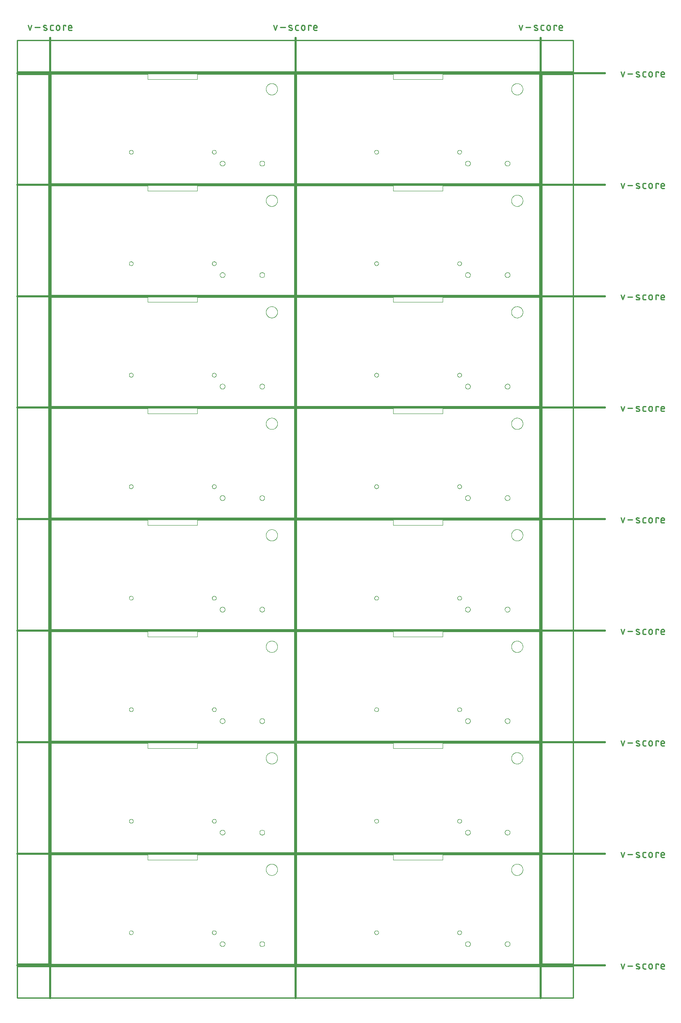
<source format=gko>
G04 EAGLE Gerber RS-274X export*
G75*
%MOMM*%
%FSLAX34Y34*%
%LPD*%
%IN*%
%IPPOS*%
%AMOC8*
5,1,8,0,0,1.08239X$1,22.5*%
G01*
%ADD10C,0.050000*%
%ADD11C,0.381000*%
%ADD12C,0.279400*%
%ADD13C,0.254000*%
%ADD14C,0.000000*%


D10*
X0Y0D02*
X0Y220000D01*
X490000Y220000D02*
X490000Y0D01*
X0Y0D01*
X0Y220000D02*
X195000Y220000D01*
X295000Y220000D02*
X490000Y220000D01*
X295000Y220000D02*
X295000Y210000D01*
X195000Y210000D02*
X195000Y220000D01*
X195000Y210000D02*
X295000Y210000D01*
X495071Y220000D02*
X495071Y0D01*
X985071Y0D02*
X985071Y220000D01*
X985071Y0D02*
X495071Y0D01*
X495071Y220000D02*
X690071Y220000D01*
X790071Y220000D02*
X985071Y220000D01*
X790071Y220000D02*
X790071Y210000D01*
X690071Y210000D02*
X690071Y220000D01*
X690071Y210000D02*
X790071Y210000D01*
X0Y225069D02*
X0Y445069D01*
X490000Y445069D02*
X490000Y225069D01*
X0Y225069D01*
X0Y445069D02*
X195000Y445069D01*
X295000Y445069D02*
X490000Y445069D01*
X295000Y445069D02*
X295000Y435069D01*
X195000Y435069D02*
X195000Y445069D01*
X195000Y435069D02*
X295000Y435069D01*
X495071Y445069D02*
X495071Y225069D01*
X985071Y225069D02*
X985071Y445069D01*
X985071Y225069D02*
X495071Y225069D01*
X495071Y445069D02*
X690071Y445069D01*
X790071Y445069D02*
X985071Y445069D01*
X790071Y445069D02*
X790071Y435069D01*
X690071Y435069D02*
X690071Y445069D01*
X690071Y435069D02*
X790071Y435069D01*
X0Y450164D02*
X0Y670164D01*
X490000Y670164D02*
X490000Y450164D01*
X0Y450164D01*
X0Y670164D02*
X195000Y670164D01*
X295000Y670164D02*
X490000Y670164D01*
X295000Y670164D02*
X295000Y660164D01*
X195000Y660164D02*
X195000Y670164D01*
X195000Y660164D02*
X295000Y660164D01*
X495071Y670164D02*
X495071Y450164D01*
X985071Y450164D02*
X985071Y670164D01*
X985071Y450164D02*
X495071Y450164D01*
X495071Y670164D02*
X690071Y670164D01*
X790071Y670164D02*
X985071Y670164D01*
X790071Y670164D02*
X790071Y660164D01*
X690071Y660164D02*
X690071Y670164D01*
X690071Y660164D02*
X790071Y660164D01*
X0Y675234D02*
X0Y895234D01*
X490000Y895234D02*
X490000Y675234D01*
X0Y675234D01*
X0Y895234D02*
X195000Y895234D01*
X295000Y895234D02*
X490000Y895234D01*
X295000Y895234D02*
X295000Y885234D01*
X195000Y885234D02*
X195000Y895234D01*
X195000Y885234D02*
X295000Y885234D01*
X495071Y895234D02*
X495071Y675234D01*
X985071Y675234D02*
X985071Y895234D01*
X985071Y675234D02*
X495071Y675234D01*
X495071Y895234D02*
X690071Y895234D01*
X790071Y895234D02*
X985071Y895234D01*
X790071Y895234D02*
X790071Y885234D01*
X690071Y885234D02*
X690071Y895234D01*
X690071Y885234D02*
X790071Y885234D01*
X0Y900328D02*
X0Y1120328D01*
X490000Y1120328D02*
X490000Y900328D01*
X0Y900328D01*
X0Y1120328D02*
X195000Y1120328D01*
X295000Y1120328D02*
X490000Y1120328D01*
X295000Y1120328D02*
X295000Y1110328D01*
X195000Y1110328D02*
X195000Y1120328D01*
X195000Y1110328D02*
X295000Y1110328D01*
X495071Y1120328D02*
X495071Y900328D01*
X985071Y900328D02*
X985071Y1120328D01*
X985071Y900328D02*
X495071Y900328D01*
X495071Y1120328D02*
X690071Y1120328D01*
X790071Y1120328D02*
X985071Y1120328D01*
X790071Y1120328D02*
X790071Y1110328D01*
X690071Y1110328D02*
X690071Y1120328D01*
X690071Y1110328D02*
X790071Y1110328D01*
X0Y1125398D02*
X0Y1345398D01*
X490000Y1345398D02*
X490000Y1125398D01*
X0Y1125398D01*
X0Y1345398D02*
X195000Y1345398D01*
X295000Y1345398D02*
X490000Y1345398D01*
X295000Y1345398D02*
X295000Y1335398D01*
X195000Y1335398D02*
X195000Y1345398D01*
X195000Y1335398D02*
X295000Y1335398D01*
X495071Y1345398D02*
X495071Y1125398D01*
X985071Y1125398D02*
X985071Y1345398D01*
X985071Y1125398D02*
X495071Y1125398D01*
X495071Y1345398D02*
X690071Y1345398D01*
X790071Y1345398D02*
X985071Y1345398D01*
X790071Y1345398D02*
X790071Y1335398D01*
X690071Y1335398D02*
X690071Y1345398D01*
X690071Y1335398D02*
X790071Y1335398D01*
X0Y1350493D02*
X0Y1570493D01*
X490000Y1570493D02*
X490000Y1350493D01*
X0Y1350493D01*
X0Y1570493D02*
X195000Y1570493D01*
X295000Y1570493D02*
X490000Y1570493D01*
X295000Y1570493D02*
X295000Y1560493D01*
X195000Y1560493D02*
X195000Y1570493D01*
X195000Y1560493D02*
X295000Y1560493D01*
X495071Y1570493D02*
X495071Y1350493D01*
X985071Y1350493D02*
X985071Y1570493D01*
X985071Y1350493D02*
X495071Y1350493D01*
X495071Y1570493D02*
X690071Y1570493D01*
X790071Y1570493D02*
X985071Y1570493D01*
X790071Y1570493D02*
X790071Y1560493D01*
X690071Y1560493D02*
X690071Y1570493D01*
X690071Y1560493D02*
X790071Y1560493D01*
X0Y1575562D02*
X0Y1795562D01*
X490000Y1795562D02*
X490000Y1575562D01*
X0Y1575562D01*
X0Y1795562D02*
X195000Y1795562D01*
X295000Y1795562D02*
X490000Y1795562D01*
X295000Y1795562D02*
X295000Y1785562D01*
X195000Y1785562D02*
X195000Y1795562D01*
X195000Y1785562D02*
X295000Y1785562D01*
X495071Y1795562D02*
X495071Y1575562D01*
X985071Y1575562D02*
X985071Y1795562D01*
X985071Y1575562D02*
X495071Y1575562D01*
X495071Y1795562D02*
X690071Y1795562D01*
X790071Y1795562D02*
X985071Y1795562D01*
X790071Y1795562D02*
X790071Y1785562D01*
X690071Y1785562D02*
X690071Y1795562D01*
X690071Y1785562D02*
X790071Y1785562D01*
D11*
X-2540Y1869211D02*
X-2540Y-68580D01*
D12*
X-42921Y1884578D02*
X-46251Y1894569D01*
X-39590Y1894569D02*
X-42921Y1884578D01*
X-32806Y1890406D02*
X-22815Y1890406D01*
X-14261Y1890406D02*
X-10098Y1888741D01*
X-14261Y1890406D02*
X-14346Y1890442D01*
X-14429Y1890482D01*
X-14510Y1890525D01*
X-14590Y1890572D01*
X-14667Y1890622D01*
X-14743Y1890675D01*
X-14816Y1890731D01*
X-14886Y1890791D01*
X-14954Y1890853D01*
X-15019Y1890918D01*
X-15081Y1890986D01*
X-15141Y1891057D01*
X-15197Y1891130D01*
X-15250Y1891205D01*
X-15300Y1891283D01*
X-15346Y1891362D01*
X-15389Y1891444D01*
X-15429Y1891527D01*
X-15465Y1891612D01*
X-15497Y1891698D01*
X-15526Y1891786D01*
X-15550Y1891875D01*
X-15571Y1891965D01*
X-15588Y1892055D01*
X-15602Y1892146D01*
X-15611Y1892238D01*
X-15616Y1892330D01*
X-15618Y1892422D01*
X-15616Y1892514D01*
X-15609Y1892606D01*
X-15599Y1892698D01*
X-15585Y1892789D01*
X-15567Y1892880D01*
X-15545Y1892969D01*
X-15519Y1893058D01*
X-15489Y1893145D01*
X-15456Y1893231D01*
X-15419Y1893315D01*
X-15379Y1893398D01*
X-15335Y1893479D01*
X-15288Y1893558D01*
X-15237Y1893635D01*
X-15183Y1893710D01*
X-15126Y1893783D01*
X-15066Y1893853D01*
X-15003Y1893920D01*
X-14937Y1893984D01*
X-14869Y1894046D01*
X-14798Y1894105D01*
X-14724Y1894160D01*
X-14648Y1894213D01*
X-14570Y1894262D01*
X-14490Y1894308D01*
X-14409Y1894350D01*
X-14325Y1894389D01*
X-14240Y1894424D01*
X-14153Y1894455D01*
X-14065Y1894483D01*
X-13976Y1894507D01*
X-13886Y1894527D01*
X-13796Y1894544D01*
X-13704Y1894556D01*
X-13612Y1894565D01*
X-13520Y1894569D01*
X-13428Y1894570D01*
X-13428Y1894569D02*
X-13201Y1894563D01*
X-12974Y1894552D01*
X-12747Y1894535D01*
X-12521Y1894512D01*
X-12295Y1894485D01*
X-12070Y1894451D01*
X-11846Y1894413D01*
X-11623Y1894369D01*
X-11401Y1894320D01*
X-11180Y1894265D01*
X-10961Y1894205D01*
X-10743Y1894140D01*
X-10527Y1894069D01*
X-10313Y1893994D01*
X-10100Y1893913D01*
X-9890Y1893827D01*
X-9681Y1893736D01*
X-10098Y1888742D02*
X-10013Y1888706D01*
X-9930Y1888666D01*
X-9849Y1888623D01*
X-9769Y1888576D01*
X-9692Y1888526D01*
X-9616Y1888473D01*
X-9543Y1888417D01*
X-9473Y1888357D01*
X-9405Y1888295D01*
X-9340Y1888230D01*
X-9278Y1888162D01*
X-9218Y1888091D01*
X-9162Y1888018D01*
X-9109Y1887943D01*
X-9059Y1887865D01*
X-9013Y1887786D01*
X-8970Y1887704D01*
X-8930Y1887621D01*
X-8894Y1887536D01*
X-8862Y1887450D01*
X-8833Y1887362D01*
X-8809Y1887273D01*
X-8788Y1887183D01*
X-8771Y1887093D01*
X-8757Y1887002D01*
X-8748Y1886910D01*
X-8743Y1886818D01*
X-8741Y1886726D01*
X-8743Y1886634D01*
X-8750Y1886542D01*
X-8760Y1886450D01*
X-8774Y1886359D01*
X-8792Y1886268D01*
X-8814Y1886179D01*
X-8840Y1886090D01*
X-8870Y1886003D01*
X-8903Y1885917D01*
X-8940Y1885833D01*
X-8980Y1885750D01*
X-9024Y1885669D01*
X-9071Y1885590D01*
X-9122Y1885513D01*
X-9176Y1885438D01*
X-9233Y1885365D01*
X-9293Y1885295D01*
X-9356Y1885228D01*
X-9422Y1885164D01*
X-9490Y1885102D01*
X-9561Y1885043D01*
X-9635Y1884988D01*
X-9711Y1884935D01*
X-9789Y1884886D01*
X-9869Y1884840D01*
X-9950Y1884798D01*
X-10034Y1884759D01*
X-10119Y1884724D01*
X-10206Y1884693D01*
X-10294Y1884665D01*
X-10383Y1884641D01*
X-10473Y1884621D01*
X-10563Y1884604D01*
X-10655Y1884592D01*
X-10747Y1884583D01*
X-10839Y1884579D01*
X-10931Y1884578D01*
X-11265Y1884587D01*
X-11598Y1884604D01*
X-11931Y1884628D01*
X-12264Y1884661D01*
X-12595Y1884701D01*
X-12926Y1884749D01*
X-13255Y1884805D01*
X-13583Y1884868D01*
X-13909Y1884940D01*
X-14233Y1885019D01*
X-14556Y1885105D01*
X-14876Y1885200D01*
X-15194Y1885302D01*
X-15510Y1885411D01*
X562Y1884578D02*
X3892Y1884578D01*
X562Y1884578D02*
X464Y1884580D01*
X366Y1884586D01*
X268Y1884595D01*
X171Y1884609D01*
X75Y1884626D01*
X-21Y1884647D01*
X-116Y1884672D01*
X-210Y1884700D01*
X-303Y1884732D01*
X-394Y1884768D01*
X-484Y1884807D01*
X-572Y1884850D01*
X-659Y1884897D01*
X-743Y1884946D01*
X-826Y1884999D01*
X-906Y1885055D01*
X-985Y1885114D01*
X-1060Y1885177D01*
X-1134Y1885242D01*
X-1204Y1885310D01*
X-1272Y1885380D01*
X-1338Y1885454D01*
X-1400Y1885530D01*
X-1459Y1885608D01*
X-1515Y1885688D01*
X-1568Y1885771D01*
X-1618Y1885855D01*
X-1664Y1885942D01*
X-1707Y1886030D01*
X-1746Y1886120D01*
X-1782Y1886211D01*
X-1814Y1886304D01*
X-1842Y1886398D01*
X-1867Y1886493D01*
X-1888Y1886589D01*
X-1905Y1886685D01*
X-1919Y1886782D01*
X-1928Y1886880D01*
X-1934Y1886978D01*
X-1936Y1887076D01*
X-1936Y1892071D01*
X-1934Y1892169D01*
X-1928Y1892267D01*
X-1919Y1892365D01*
X-1905Y1892462D01*
X-1888Y1892558D01*
X-1867Y1892654D01*
X-1842Y1892749D01*
X-1814Y1892843D01*
X-1782Y1892936D01*
X-1746Y1893027D01*
X-1707Y1893117D01*
X-1664Y1893205D01*
X-1617Y1893292D01*
X-1568Y1893376D01*
X-1515Y1893459D01*
X-1459Y1893539D01*
X-1400Y1893617D01*
X-1337Y1893693D01*
X-1272Y1893767D01*
X-1204Y1893837D01*
X-1134Y1893905D01*
X-1060Y1893970D01*
X-984Y1894033D01*
X-906Y1894092D01*
X-826Y1894148D01*
X-743Y1894201D01*
X-659Y1894250D01*
X-572Y1894297D01*
X-484Y1894340D01*
X-394Y1894379D01*
X-303Y1894415D01*
X-210Y1894447D01*
X-116Y1894475D01*
X-21Y1894500D01*
X75Y1894521D01*
X171Y1894538D01*
X268Y1894552D01*
X366Y1894561D01*
X464Y1894567D01*
X562Y1894569D01*
X3892Y1894569D01*
X10022Y1891239D02*
X10022Y1887909D01*
X10022Y1891239D02*
X10024Y1891353D01*
X10030Y1891466D01*
X10039Y1891580D01*
X10053Y1891692D01*
X10070Y1891805D01*
X10092Y1891917D01*
X10117Y1892027D01*
X10145Y1892137D01*
X10178Y1892246D01*
X10214Y1892354D01*
X10254Y1892461D01*
X10298Y1892566D01*
X10345Y1892669D01*
X10395Y1892771D01*
X10449Y1892871D01*
X10507Y1892969D01*
X10568Y1893065D01*
X10631Y1893159D01*
X10699Y1893251D01*
X10769Y1893341D01*
X10842Y1893427D01*
X10918Y1893512D01*
X10997Y1893594D01*
X11079Y1893673D01*
X11164Y1893749D01*
X11250Y1893822D01*
X11340Y1893892D01*
X11432Y1893960D01*
X11526Y1894023D01*
X11622Y1894084D01*
X11720Y1894142D01*
X11820Y1894196D01*
X11922Y1894246D01*
X12025Y1894293D01*
X12130Y1894337D01*
X12237Y1894377D01*
X12345Y1894413D01*
X12454Y1894446D01*
X12564Y1894474D01*
X12674Y1894499D01*
X12786Y1894521D01*
X12899Y1894538D01*
X13011Y1894552D01*
X13125Y1894561D01*
X13238Y1894567D01*
X13352Y1894569D01*
X13466Y1894567D01*
X13579Y1894561D01*
X13693Y1894552D01*
X13805Y1894538D01*
X13918Y1894521D01*
X14030Y1894499D01*
X14140Y1894474D01*
X14250Y1894446D01*
X14359Y1894413D01*
X14467Y1894377D01*
X14574Y1894337D01*
X14679Y1894293D01*
X14782Y1894246D01*
X14884Y1894196D01*
X14984Y1894142D01*
X15082Y1894084D01*
X15178Y1894023D01*
X15272Y1893960D01*
X15364Y1893892D01*
X15454Y1893822D01*
X15540Y1893749D01*
X15625Y1893673D01*
X15707Y1893594D01*
X15786Y1893512D01*
X15862Y1893427D01*
X15935Y1893341D01*
X16005Y1893251D01*
X16073Y1893159D01*
X16136Y1893065D01*
X16197Y1892969D01*
X16255Y1892871D01*
X16309Y1892771D01*
X16359Y1892669D01*
X16406Y1892566D01*
X16450Y1892461D01*
X16490Y1892354D01*
X16526Y1892246D01*
X16559Y1892137D01*
X16587Y1892027D01*
X16612Y1891917D01*
X16634Y1891805D01*
X16651Y1891692D01*
X16665Y1891580D01*
X16674Y1891466D01*
X16680Y1891353D01*
X16682Y1891239D01*
X16682Y1887909D01*
X16680Y1887795D01*
X16674Y1887682D01*
X16665Y1887568D01*
X16651Y1887456D01*
X16634Y1887343D01*
X16612Y1887231D01*
X16587Y1887121D01*
X16559Y1887011D01*
X16526Y1886902D01*
X16490Y1886794D01*
X16450Y1886687D01*
X16406Y1886582D01*
X16359Y1886479D01*
X16309Y1886377D01*
X16255Y1886277D01*
X16197Y1886179D01*
X16136Y1886083D01*
X16073Y1885989D01*
X16005Y1885897D01*
X15935Y1885807D01*
X15862Y1885721D01*
X15786Y1885636D01*
X15707Y1885554D01*
X15625Y1885475D01*
X15540Y1885399D01*
X15454Y1885326D01*
X15364Y1885256D01*
X15272Y1885188D01*
X15178Y1885125D01*
X15082Y1885064D01*
X14984Y1885006D01*
X14884Y1884952D01*
X14782Y1884902D01*
X14679Y1884855D01*
X14574Y1884811D01*
X14467Y1884771D01*
X14359Y1884735D01*
X14250Y1884702D01*
X14140Y1884674D01*
X14030Y1884649D01*
X13918Y1884627D01*
X13805Y1884610D01*
X13693Y1884596D01*
X13579Y1884587D01*
X13466Y1884581D01*
X13352Y1884579D01*
X13238Y1884581D01*
X13125Y1884587D01*
X13011Y1884596D01*
X12899Y1884610D01*
X12786Y1884627D01*
X12674Y1884649D01*
X12564Y1884674D01*
X12454Y1884702D01*
X12345Y1884735D01*
X12237Y1884771D01*
X12130Y1884811D01*
X12025Y1884855D01*
X11922Y1884902D01*
X11820Y1884952D01*
X11720Y1885006D01*
X11622Y1885064D01*
X11526Y1885125D01*
X11432Y1885188D01*
X11340Y1885256D01*
X11250Y1885326D01*
X11164Y1885399D01*
X11079Y1885475D01*
X10997Y1885554D01*
X10918Y1885636D01*
X10842Y1885721D01*
X10769Y1885807D01*
X10699Y1885897D01*
X10631Y1885989D01*
X10568Y1886083D01*
X10507Y1886179D01*
X10449Y1886277D01*
X10395Y1886377D01*
X10345Y1886479D01*
X10298Y1886582D01*
X10254Y1886687D01*
X10214Y1886794D01*
X10178Y1886902D01*
X10145Y1887011D01*
X10117Y1887121D01*
X10092Y1887231D01*
X10070Y1887343D01*
X10053Y1887456D01*
X10039Y1887568D01*
X10030Y1887682D01*
X10024Y1887795D01*
X10022Y1887909D01*
X24218Y1884578D02*
X24218Y1894569D01*
X29213Y1894569D01*
X29213Y1892904D01*
X37008Y1884578D02*
X41171Y1884578D01*
X37008Y1884578D02*
X36910Y1884580D01*
X36812Y1884586D01*
X36714Y1884595D01*
X36617Y1884609D01*
X36521Y1884626D01*
X36425Y1884647D01*
X36330Y1884672D01*
X36236Y1884700D01*
X36143Y1884732D01*
X36052Y1884768D01*
X35962Y1884807D01*
X35874Y1884850D01*
X35787Y1884897D01*
X35703Y1884946D01*
X35620Y1884999D01*
X35540Y1885055D01*
X35462Y1885114D01*
X35386Y1885177D01*
X35312Y1885242D01*
X35242Y1885310D01*
X35174Y1885380D01*
X35109Y1885454D01*
X35046Y1885530D01*
X34987Y1885608D01*
X34931Y1885688D01*
X34878Y1885771D01*
X34829Y1885855D01*
X34782Y1885942D01*
X34739Y1886030D01*
X34700Y1886120D01*
X34664Y1886211D01*
X34632Y1886304D01*
X34604Y1886398D01*
X34579Y1886493D01*
X34558Y1886589D01*
X34541Y1886685D01*
X34527Y1886782D01*
X34518Y1886880D01*
X34512Y1886978D01*
X34510Y1887076D01*
X34510Y1891239D01*
X34511Y1891239D02*
X34513Y1891353D01*
X34519Y1891466D01*
X34528Y1891580D01*
X34542Y1891692D01*
X34559Y1891805D01*
X34581Y1891917D01*
X34606Y1892027D01*
X34634Y1892137D01*
X34667Y1892246D01*
X34703Y1892354D01*
X34743Y1892461D01*
X34787Y1892566D01*
X34834Y1892669D01*
X34884Y1892771D01*
X34938Y1892871D01*
X34996Y1892969D01*
X35057Y1893065D01*
X35120Y1893159D01*
X35188Y1893251D01*
X35258Y1893341D01*
X35331Y1893427D01*
X35407Y1893512D01*
X35486Y1893594D01*
X35568Y1893673D01*
X35653Y1893749D01*
X35739Y1893822D01*
X35829Y1893892D01*
X35921Y1893960D01*
X36015Y1894023D01*
X36111Y1894084D01*
X36209Y1894142D01*
X36309Y1894196D01*
X36411Y1894246D01*
X36514Y1894293D01*
X36619Y1894337D01*
X36726Y1894377D01*
X36834Y1894413D01*
X36943Y1894446D01*
X37053Y1894474D01*
X37163Y1894499D01*
X37275Y1894521D01*
X37388Y1894538D01*
X37500Y1894552D01*
X37614Y1894561D01*
X37727Y1894567D01*
X37841Y1894569D01*
X37955Y1894567D01*
X38068Y1894561D01*
X38182Y1894552D01*
X38294Y1894538D01*
X38407Y1894521D01*
X38519Y1894499D01*
X38629Y1894474D01*
X38739Y1894446D01*
X38848Y1894413D01*
X38956Y1894377D01*
X39063Y1894337D01*
X39168Y1894293D01*
X39271Y1894246D01*
X39373Y1894196D01*
X39473Y1894142D01*
X39571Y1894084D01*
X39667Y1894023D01*
X39761Y1893960D01*
X39853Y1893892D01*
X39943Y1893822D01*
X40029Y1893749D01*
X40114Y1893673D01*
X40196Y1893594D01*
X40275Y1893512D01*
X40351Y1893427D01*
X40424Y1893341D01*
X40494Y1893251D01*
X40562Y1893159D01*
X40625Y1893065D01*
X40686Y1892969D01*
X40744Y1892871D01*
X40798Y1892771D01*
X40848Y1892669D01*
X40895Y1892566D01*
X40939Y1892461D01*
X40979Y1892354D01*
X41015Y1892246D01*
X41048Y1892137D01*
X41076Y1892027D01*
X41101Y1891917D01*
X41123Y1891805D01*
X41140Y1891692D01*
X41154Y1891580D01*
X41163Y1891466D01*
X41169Y1891353D01*
X41171Y1891239D01*
X41171Y1889574D01*
X34510Y1889574D01*
D11*
X492531Y1869211D02*
X492531Y-68580D01*
D12*
X452151Y1884578D02*
X448821Y1894569D01*
X455481Y1894569D02*
X452151Y1884578D01*
X462266Y1890406D02*
X472256Y1890406D01*
X480811Y1890406D02*
X484974Y1888741D01*
X480810Y1890406D02*
X480725Y1890442D01*
X480642Y1890482D01*
X480561Y1890525D01*
X480481Y1890572D01*
X480404Y1890622D01*
X480328Y1890675D01*
X480255Y1890731D01*
X480185Y1890791D01*
X480117Y1890853D01*
X480052Y1890918D01*
X479990Y1890986D01*
X479930Y1891057D01*
X479874Y1891130D01*
X479821Y1891205D01*
X479771Y1891283D01*
X479725Y1891362D01*
X479682Y1891444D01*
X479642Y1891527D01*
X479606Y1891612D01*
X479574Y1891698D01*
X479545Y1891786D01*
X479521Y1891875D01*
X479500Y1891965D01*
X479483Y1892055D01*
X479469Y1892146D01*
X479460Y1892238D01*
X479455Y1892330D01*
X479453Y1892422D01*
X479455Y1892514D01*
X479462Y1892606D01*
X479472Y1892698D01*
X479486Y1892789D01*
X479504Y1892880D01*
X479526Y1892969D01*
X479552Y1893058D01*
X479582Y1893145D01*
X479615Y1893231D01*
X479652Y1893315D01*
X479692Y1893398D01*
X479736Y1893479D01*
X479783Y1893558D01*
X479834Y1893635D01*
X479888Y1893710D01*
X479945Y1893783D01*
X480005Y1893853D01*
X480068Y1893920D01*
X480134Y1893984D01*
X480202Y1894046D01*
X480273Y1894105D01*
X480347Y1894160D01*
X480423Y1894213D01*
X480501Y1894262D01*
X480581Y1894308D01*
X480662Y1894350D01*
X480746Y1894389D01*
X480831Y1894424D01*
X480918Y1894455D01*
X481006Y1894483D01*
X481095Y1894507D01*
X481185Y1894527D01*
X481275Y1894544D01*
X481367Y1894556D01*
X481459Y1894565D01*
X481551Y1894569D01*
X481643Y1894570D01*
X481643Y1894569D02*
X481870Y1894563D01*
X482097Y1894552D01*
X482324Y1894535D01*
X482550Y1894512D01*
X482776Y1894485D01*
X483001Y1894451D01*
X483225Y1894413D01*
X483448Y1894369D01*
X483670Y1894320D01*
X483891Y1894265D01*
X484110Y1894205D01*
X484328Y1894140D01*
X484544Y1894069D01*
X484758Y1893994D01*
X484971Y1893913D01*
X485181Y1893827D01*
X485390Y1893736D01*
X484974Y1888742D02*
X485059Y1888706D01*
X485142Y1888666D01*
X485223Y1888623D01*
X485303Y1888576D01*
X485380Y1888526D01*
X485456Y1888473D01*
X485529Y1888417D01*
X485599Y1888357D01*
X485667Y1888295D01*
X485732Y1888230D01*
X485794Y1888162D01*
X485854Y1888091D01*
X485910Y1888018D01*
X485963Y1887943D01*
X486013Y1887865D01*
X486059Y1887786D01*
X486102Y1887704D01*
X486142Y1887621D01*
X486178Y1887536D01*
X486210Y1887450D01*
X486239Y1887362D01*
X486263Y1887273D01*
X486284Y1887183D01*
X486301Y1887093D01*
X486315Y1887002D01*
X486324Y1886910D01*
X486329Y1886818D01*
X486331Y1886726D01*
X486329Y1886634D01*
X486322Y1886542D01*
X486312Y1886450D01*
X486298Y1886359D01*
X486280Y1886268D01*
X486258Y1886179D01*
X486232Y1886090D01*
X486202Y1886003D01*
X486169Y1885917D01*
X486132Y1885833D01*
X486092Y1885750D01*
X486048Y1885669D01*
X486001Y1885590D01*
X485950Y1885513D01*
X485896Y1885438D01*
X485839Y1885365D01*
X485779Y1885295D01*
X485716Y1885228D01*
X485650Y1885164D01*
X485582Y1885102D01*
X485511Y1885043D01*
X485437Y1884988D01*
X485361Y1884935D01*
X485283Y1884886D01*
X485203Y1884840D01*
X485122Y1884798D01*
X485038Y1884759D01*
X484953Y1884724D01*
X484866Y1884693D01*
X484778Y1884665D01*
X484689Y1884641D01*
X484599Y1884621D01*
X484509Y1884604D01*
X484417Y1884592D01*
X484325Y1884583D01*
X484233Y1884579D01*
X484141Y1884578D01*
X483807Y1884587D01*
X483474Y1884604D01*
X483141Y1884628D01*
X482808Y1884661D01*
X482477Y1884701D01*
X482146Y1884749D01*
X481817Y1884805D01*
X481489Y1884868D01*
X481163Y1884940D01*
X480839Y1885019D01*
X480516Y1885105D01*
X480196Y1885200D01*
X479878Y1885302D01*
X479562Y1885411D01*
X495633Y1884578D02*
X498963Y1884578D01*
X495633Y1884578D02*
X495535Y1884580D01*
X495437Y1884586D01*
X495339Y1884595D01*
X495242Y1884609D01*
X495146Y1884626D01*
X495050Y1884647D01*
X494955Y1884672D01*
X494861Y1884700D01*
X494768Y1884732D01*
X494677Y1884768D01*
X494587Y1884807D01*
X494499Y1884850D01*
X494412Y1884897D01*
X494328Y1884946D01*
X494245Y1884999D01*
X494165Y1885055D01*
X494087Y1885114D01*
X494011Y1885177D01*
X493937Y1885242D01*
X493867Y1885310D01*
X493799Y1885380D01*
X493734Y1885454D01*
X493671Y1885530D01*
X493612Y1885608D01*
X493556Y1885688D01*
X493503Y1885771D01*
X493454Y1885855D01*
X493407Y1885942D01*
X493364Y1886030D01*
X493325Y1886120D01*
X493289Y1886211D01*
X493257Y1886304D01*
X493229Y1886398D01*
X493204Y1886493D01*
X493183Y1886589D01*
X493166Y1886685D01*
X493152Y1886782D01*
X493143Y1886880D01*
X493137Y1886978D01*
X493135Y1887076D01*
X493135Y1892071D01*
X493137Y1892169D01*
X493143Y1892267D01*
X493152Y1892365D01*
X493166Y1892462D01*
X493183Y1892558D01*
X493204Y1892654D01*
X493229Y1892749D01*
X493257Y1892843D01*
X493289Y1892936D01*
X493325Y1893027D01*
X493364Y1893117D01*
X493407Y1893205D01*
X493454Y1893292D01*
X493503Y1893376D01*
X493556Y1893459D01*
X493612Y1893539D01*
X493671Y1893618D01*
X493734Y1893693D01*
X493799Y1893767D01*
X493867Y1893837D01*
X493937Y1893905D01*
X494011Y1893971D01*
X494087Y1894033D01*
X494165Y1894092D01*
X494245Y1894148D01*
X494328Y1894201D01*
X494412Y1894251D01*
X494499Y1894297D01*
X494587Y1894340D01*
X494677Y1894379D01*
X494768Y1894415D01*
X494861Y1894447D01*
X494955Y1894475D01*
X495050Y1894500D01*
X495146Y1894521D01*
X495242Y1894538D01*
X495339Y1894552D01*
X495437Y1894561D01*
X495535Y1894567D01*
X495633Y1894569D01*
X498963Y1894569D01*
X505093Y1891239D02*
X505093Y1887909D01*
X505093Y1891239D02*
X505095Y1891353D01*
X505101Y1891466D01*
X505110Y1891580D01*
X505124Y1891692D01*
X505141Y1891805D01*
X505163Y1891917D01*
X505188Y1892027D01*
X505216Y1892137D01*
X505249Y1892246D01*
X505285Y1892354D01*
X505325Y1892461D01*
X505369Y1892566D01*
X505416Y1892669D01*
X505466Y1892771D01*
X505520Y1892871D01*
X505578Y1892969D01*
X505639Y1893065D01*
X505702Y1893159D01*
X505770Y1893251D01*
X505840Y1893341D01*
X505913Y1893427D01*
X505989Y1893512D01*
X506068Y1893594D01*
X506150Y1893673D01*
X506235Y1893749D01*
X506321Y1893822D01*
X506411Y1893892D01*
X506503Y1893960D01*
X506597Y1894023D01*
X506693Y1894084D01*
X506791Y1894142D01*
X506891Y1894196D01*
X506993Y1894246D01*
X507096Y1894293D01*
X507201Y1894337D01*
X507308Y1894377D01*
X507416Y1894413D01*
X507525Y1894446D01*
X507635Y1894474D01*
X507745Y1894499D01*
X507857Y1894521D01*
X507970Y1894538D01*
X508082Y1894552D01*
X508196Y1894561D01*
X508309Y1894567D01*
X508423Y1894569D01*
X508537Y1894567D01*
X508650Y1894561D01*
X508764Y1894552D01*
X508876Y1894538D01*
X508989Y1894521D01*
X509101Y1894499D01*
X509211Y1894474D01*
X509321Y1894446D01*
X509430Y1894413D01*
X509538Y1894377D01*
X509645Y1894337D01*
X509750Y1894293D01*
X509853Y1894246D01*
X509955Y1894196D01*
X510055Y1894142D01*
X510153Y1894084D01*
X510249Y1894023D01*
X510343Y1893960D01*
X510435Y1893892D01*
X510525Y1893822D01*
X510611Y1893749D01*
X510696Y1893673D01*
X510778Y1893594D01*
X510857Y1893512D01*
X510933Y1893427D01*
X511006Y1893341D01*
X511076Y1893251D01*
X511144Y1893159D01*
X511207Y1893065D01*
X511268Y1892969D01*
X511326Y1892871D01*
X511380Y1892771D01*
X511430Y1892669D01*
X511477Y1892566D01*
X511521Y1892461D01*
X511561Y1892354D01*
X511597Y1892246D01*
X511630Y1892137D01*
X511658Y1892027D01*
X511683Y1891917D01*
X511705Y1891805D01*
X511722Y1891692D01*
X511736Y1891580D01*
X511745Y1891466D01*
X511751Y1891353D01*
X511753Y1891239D01*
X511753Y1887909D01*
X511751Y1887795D01*
X511745Y1887682D01*
X511736Y1887568D01*
X511722Y1887456D01*
X511705Y1887343D01*
X511683Y1887231D01*
X511658Y1887121D01*
X511630Y1887011D01*
X511597Y1886902D01*
X511561Y1886794D01*
X511521Y1886687D01*
X511477Y1886582D01*
X511430Y1886479D01*
X511380Y1886377D01*
X511326Y1886277D01*
X511268Y1886179D01*
X511207Y1886083D01*
X511144Y1885989D01*
X511076Y1885897D01*
X511006Y1885807D01*
X510933Y1885721D01*
X510857Y1885636D01*
X510778Y1885554D01*
X510696Y1885475D01*
X510611Y1885399D01*
X510525Y1885326D01*
X510435Y1885256D01*
X510343Y1885188D01*
X510249Y1885125D01*
X510153Y1885064D01*
X510055Y1885006D01*
X509955Y1884952D01*
X509853Y1884902D01*
X509750Y1884855D01*
X509645Y1884811D01*
X509538Y1884771D01*
X509430Y1884735D01*
X509321Y1884702D01*
X509211Y1884674D01*
X509101Y1884649D01*
X508989Y1884627D01*
X508876Y1884610D01*
X508764Y1884596D01*
X508650Y1884587D01*
X508537Y1884581D01*
X508423Y1884579D01*
X508309Y1884581D01*
X508196Y1884587D01*
X508082Y1884596D01*
X507970Y1884610D01*
X507857Y1884627D01*
X507745Y1884649D01*
X507635Y1884674D01*
X507525Y1884702D01*
X507416Y1884735D01*
X507308Y1884771D01*
X507201Y1884811D01*
X507096Y1884855D01*
X506993Y1884902D01*
X506891Y1884952D01*
X506791Y1885006D01*
X506693Y1885064D01*
X506597Y1885125D01*
X506503Y1885188D01*
X506411Y1885256D01*
X506321Y1885326D01*
X506235Y1885399D01*
X506150Y1885475D01*
X506068Y1885554D01*
X505989Y1885636D01*
X505913Y1885721D01*
X505840Y1885807D01*
X505770Y1885897D01*
X505702Y1885989D01*
X505639Y1886083D01*
X505578Y1886179D01*
X505520Y1886277D01*
X505466Y1886377D01*
X505416Y1886479D01*
X505369Y1886582D01*
X505325Y1886687D01*
X505285Y1886794D01*
X505249Y1886902D01*
X505216Y1887011D01*
X505188Y1887121D01*
X505163Y1887231D01*
X505141Y1887343D01*
X505124Y1887456D01*
X505110Y1887568D01*
X505101Y1887682D01*
X505095Y1887795D01*
X505093Y1887909D01*
X519289Y1884578D02*
X519289Y1894569D01*
X524284Y1894569D01*
X524284Y1892904D01*
X532080Y1884578D02*
X536242Y1884578D01*
X532080Y1884578D02*
X531982Y1884580D01*
X531884Y1884586D01*
X531786Y1884595D01*
X531689Y1884609D01*
X531593Y1884626D01*
X531497Y1884647D01*
X531402Y1884672D01*
X531308Y1884700D01*
X531215Y1884732D01*
X531124Y1884768D01*
X531034Y1884807D01*
X530946Y1884850D01*
X530859Y1884897D01*
X530775Y1884946D01*
X530692Y1884999D01*
X530612Y1885055D01*
X530534Y1885114D01*
X530458Y1885177D01*
X530384Y1885242D01*
X530314Y1885310D01*
X530246Y1885380D01*
X530181Y1885454D01*
X530118Y1885530D01*
X530059Y1885608D01*
X530003Y1885688D01*
X529950Y1885771D01*
X529901Y1885855D01*
X529854Y1885942D01*
X529811Y1886030D01*
X529772Y1886120D01*
X529736Y1886211D01*
X529704Y1886304D01*
X529676Y1886398D01*
X529651Y1886493D01*
X529630Y1886589D01*
X529613Y1886685D01*
X529599Y1886782D01*
X529590Y1886880D01*
X529584Y1886978D01*
X529582Y1887076D01*
X529582Y1891239D01*
X529584Y1891353D01*
X529590Y1891466D01*
X529599Y1891580D01*
X529613Y1891692D01*
X529630Y1891805D01*
X529652Y1891917D01*
X529677Y1892027D01*
X529705Y1892137D01*
X529738Y1892246D01*
X529774Y1892354D01*
X529814Y1892461D01*
X529858Y1892566D01*
X529905Y1892669D01*
X529955Y1892771D01*
X530009Y1892871D01*
X530067Y1892969D01*
X530128Y1893065D01*
X530191Y1893159D01*
X530259Y1893251D01*
X530329Y1893341D01*
X530402Y1893427D01*
X530478Y1893512D01*
X530557Y1893594D01*
X530639Y1893673D01*
X530724Y1893749D01*
X530810Y1893822D01*
X530900Y1893892D01*
X530992Y1893960D01*
X531086Y1894023D01*
X531182Y1894084D01*
X531280Y1894142D01*
X531380Y1894196D01*
X531482Y1894246D01*
X531585Y1894293D01*
X531690Y1894337D01*
X531797Y1894377D01*
X531905Y1894413D01*
X532014Y1894446D01*
X532124Y1894474D01*
X532234Y1894499D01*
X532346Y1894521D01*
X532459Y1894538D01*
X532571Y1894552D01*
X532685Y1894561D01*
X532798Y1894567D01*
X532912Y1894569D01*
X533026Y1894567D01*
X533139Y1894561D01*
X533253Y1894552D01*
X533365Y1894538D01*
X533478Y1894521D01*
X533590Y1894499D01*
X533700Y1894474D01*
X533810Y1894446D01*
X533919Y1894413D01*
X534027Y1894377D01*
X534134Y1894337D01*
X534239Y1894293D01*
X534342Y1894246D01*
X534444Y1894196D01*
X534544Y1894142D01*
X534642Y1894084D01*
X534738Y1894023D01*
X534832Y1893960D01*
X534924Y1893892D01*
X535014Y1893822D01*
X535100Y1893749D01*
X535185Y1893673D01*
X535267Y1893594D01*
X535346Y1893512D01*
X535422Y1893427D01*
X535495Y1893341D01*
X535565Y1893251D01*
X535633Y1893159D01*
X535696Y1893065D01*
X535757Y1892969D01*
X535815Y1892871D01*
X535869Y1892771D01*
X535919Y1892669D01*
X535966Y1892566D01*
X536010Y1892461D01*
X536050Y1892354D01*
X536086Y1892246D01*
X536119Y1892137D01*
X536147Y1892027D01*
X536172Y1891917D01*
X536194Y1891805D01*
X536211Y1891692D01*
X536225Y1891580D01*
X536234Y1891466D01*
X536240Y1891353D01*
X536242Y1891239D01*
X536242Y1889574D01*
X529582Y1889574D01*
D11*
X987628Y1869211D02*
X987628Y-68580D01*
D12*
X947248Y1884578D02*
X943917Y1894569D01*
X950578Y1894569D02*
X947248Y1884578D01*
X957362Y1890406D02*
X967353Y1890406D01*
X975908Y1890406D02*
X980070Y1888741D01*
X975907Y1890406D02*
X975822Y1890442D01*
X975739Y1890482D01*
X975658Y1890525D01*
X975578Y1890572D01*
X975501Y1890622D01*
X975425Y1890675D01*
X975352Y1890731D01*
X975282Y1890791D01*
X975214Y1890853D01*
X975149Y1890918D01*
X975087Y1890986D01*
X975027Y1891057D01*
X974971Y1891130D01*
X974918Y1891205D01*
X974868Y1891283D01*
X974822Y1891362D01*
X974779Y1891444D01*
X974739Y1891527D01*
X974703Y1891612D01*
X974671Y1891698D01*
X974642Y1891786D01*
X974618Y1891875D01*
X974597Y1891965D01*
X974580Y1892055D01*
X974566Y1892146D01*
X974557Y1892238D01*
X974552Y1892330D01*
X974550Y1892422D01*
X974552Y1892514D01*
X974559Y1892606D01*
X974569Y1892698D01*
X974583Y1892789D01*
X974601Y1892880D01*
X974623Y1892969D01*
X974649Y1893058D01*
X974679Y1893145D01*
X974712Y1893231D01*
X974749Y1893315D01*
X974789Y1893398D01*
X974833Y1893479D01*
X974880Y1893558D01*
X974931Y1893635D01*
X974985Y1893710D01*
X975042Y1893783D01*
X975102Y1893853D01*
X975165Y1893920D01*
X975231Y1893984D01*
X975299Y1894046D01*
X975370Y1894105D01*
X975444Y1894160D01*
X975520Y1894213D01*
X975598Y1894262D01*
X975678Y1894308D01*
X975759Y1894350D01*
X975843Y1894389D01*
X975928Y1894424D01*
X976015Y1894455D01*
X976103Y1894483D01*
X976192Y1894507D01*
X976282Y1894527D01*
X976372Y1894544D01*
X976464Y1894556D01*
X976556Y1894565D01*
X976648Y1894569D01*
X976740Y1894570D01*
X976740Y1894569D02*
X976967Y1894563D01*
X977194Y1894552D01*
X977421Y1894535D01*
X977647Y1894512D01*
X977873Y1894485D01*
X978098Y1894451D01*
X978322Y1894413D01*
X978545Y1894369D01*
X978767Y1894320D01*
X978988Y1894265D01*
X979207Y1894205D01*
X979425Y1894140D01*
X979641Y1894069D01*
X979855Y1893994D01*
X980068Y1893913D01*
X980278Y1893827D01*
X980487Y1893736D01*
X980071Y1888742D02*
X980156Y1888706D01*
X980239Y1888666D01*
X980320Y1888623D01*
X980400Y1888576D01*
X980477Y1888526D01*
X980553Y1888473D01*
X980626Y1888417D01*
X980696Y1888357D01*
X980764Y1888295D01*
X980829Y1888230D01*
X980891Y1888162D01*
X980951Y1888091D01*
X981007Y1888018D01*
X981060Y1887943D01*
X981110Y1887865D01*
X981156Y1887786D01*
X981199Y1887704D01*
X981239Y1887621D01*
X981275Y1887536D01*
X981307Y1887450D01*
X981336Y1887362D01*
X981360Y1887273D01*
X981381Y1887183D01*
X981398Y1887093D01*
X981412Y1887002D01*
X981421Y1886910D01*
X981426Y1886818D01*
X981428Y1886726D01*
X981426Y1886634D01*
X981419Y1886542D01*
X981409Y1886450D01*
X981395Y1886359D01*
X981377Y1886268D01*
X981355Y1886179D01*
X981329Y1886090D01*
X981299Y1886003D01*
X981266Y1885917D01*
X981229Y1885833D01*
X981189Y1885750D01*
X981145Y1885669D01*
X981098Y1885590D01*
X981047Y1885513D01*
X980993Y1885438D01*
X980936Y1885365D01*
X980876Y1885295D01*
X980813Y1885228D01*
X980747Y1885164D01*
X980679Y1885102D01*
X980608Y1885043D01*
X980534Y1884988D01*
X980458Y1884935D01*
X980380Y1884886D01*
X980300Y1884840D01*
X980219Y1884798D01*
X980135Y1884759D01*
X980050Y1884724D01*
X979963Y1884693D01*
X979875Y1884665D01*
X979786Y1884641D01*
X979696Y1884621D01*
X979606Y1884604D01*
X979514Y1884592D01*
X979422Y1884583D01*
X979330Y1884579D01*
X979238Y1884578D01*
X979237Y1884578D02*
X978903Y1884587D01*
X978570Y1884604D01*
X978237Y1884628D01*
X977904Y1884661D01*
X977573Y1884701D01*
X977242Y1884749D01*
X976913Y1884805D01*
X976585Y1884868D01*
X976259Y1884940D01*
X975935Y1885019D01*
X975612Y1885105D01*
X975292Y1885200D01*
X974974Y1885302D01*
X974658Y1885411D01*
X990730Y1884578D02*
X994060Y1884578D01*
X990730Y1884578D02*
X990632Y1884580D01*
X990534Y1884586D01*
X990436Y1884595D01*
X990339Y1884609D01*
X990243Y1884626D01*
X990147Y1884647D01*
X990052Y1884672D01*
X989958Y1884700D01*
X989865Y1884732D01*
X989774Y1884768D01*
X989684Y1884807D01*
X989596Y1884850D01*
X989509Y1884897D01*
X989425Y1884946D01*
X989342Y1884999D01*
X989262Y1885055D01*
X989184Y1885114D01*
X989108Y1885177D01*
X989034Y1885242D01*
X988964Y1885310D01*
X988896Y1885380D01*
X988831Y1885454D01*
X988768Y1885530D01*
X988709Y1885608D01*
X988653Y1885688D01*
X988600Y1885771D01*
X988551Y1885855D01*
X988504Y1885942D01*
X988461Y1886030D01*
X988422Y1886120D01*
X988386Y1886211D01*
X988354Y1886304D01*
X988326Y1886398D01*
X988301Y1886493D01*
X988280Y1886589D01*
X988263Y1886685D01*
X988249Y1886782D01*
X988240Y1886880D01*
X988234Y1886978D01*
X988232Y1887076D01*
X988232Y1892071D01*
X988234Y1892169D01*
X988240Y1892267D01*
X988249Y1892365D01*
X988263Y1892462D01*
X988280Y1892558D01*
X988301Y1892654D01*
X988326Y1892749D01*
X988354Y1892843D01*
X988386Y1892936D01*
X988422Y1893027D01*
X988461Y1893117D01*
X988504Y1893205D01*
X988551Y1893292D01*
X988600Y1893376D01*
X988653Y1893459D01*
X988709Y1893539D01*
X988768Y1893618D01*
X988831Y1893693D01*
X988896Y1893767D01*
X988964Y1893837D01*
X989034Y1893905D01*
X989108Y1893971D01*
X989184Y1894033D01*
X989262Y1894092D01*
X989342Y1894148D01*
X989425Y1894201D01*
X989509Y1894251D01*
X989596Y1894297D01*
X989684Y1894340D01*
X989774Y1894379D01*
X989865Y1894415D01*
X989958Y1894447D01*
X990052Y1894475D01*
X990147Y1894500D01*
X990243Y1894521D01*
X990339Y1894538D01*
X990436Y1894552D01*
X990534Y1894561D01*
X990632Y1894567D01*
X990730Y1894569D01*
X994060Y1894569D01*
X1000190Y1891239D02*
X1000190Y1887909D01*
X1000190Y1891239D02*
X1000192Y1891353D01*
X1000198Y1891466D01*
X1000207Y1891580D01*
X1000221Y1891692D01*
X1000238Y1891805D01*
X1000260Y1891917D01*
X1000285Y1892027D01*
X1000313Y1892137D01*
X1000346Y1892246D01*
X1000382Y1892354D01*
X1000422Y1892461D01*
X1000466Y1892566D01*
X1000513Y1892669D01*
X1000563Y1892771D01*
X1000617Y1892871D01*
X1000675Y1892969D01*
X1000736Y1893065D01*
X1000799Y1893159D01*
X1000867Y1893251D01*
X1000937Y1893341D01*
X1001010Y1893427D01*
X1001086Y1893512D01*
X1001165Y1893594D01*
X1001247Y1893673D01*
X1001332Y1893749D01*
X1001418Y1893822D01*
X1001508Y1893892D01*
X1001600Y1893960D01*
X1001694Y1894023D01*
X1001790Y1894084D01*
X1001888Y1894142D01*
X1001988Y1894196D01*
X1002090Y1894246D01*
X1002193Y1894293D01*
X1002298Y1894337D01*
X1002405Y1894377D01*
X1002513Y1894413D01*
X1002622Y1894446D01*
X1002732Y1894474D01*
X1002842Y1894499D01*
X1002954Y1894521D01*
X1003067Y1894538D01*
X1003179Y1894552D01*
X1003293Y1894561D01*
X1003406Y1894567D01*
X1003520Y1894569D01*
X1003634Y1894567D01*
X1003747Y1894561D01*
X1003861Y1894552D01*
X1003973Y1894538D01*
X1004086Y1894521D01*
X1004198Y1894499D01*
X1004308Y1894474D01*
X1004418Y1894446D01*
X1004527Y1894413D01*
X1004635Y1894377D01*
X1004742Y1894337D01*
X1004847Y1894293D01*
X1004950Y1894246D01*
X1005052Y1894196D01*
X1005152Y1894142D01*
X1005250Y1894084D01*
X1005346Y1894023D01*
X1005440Y1893960D01*
X1005532Y1893892D01*
X1005622Y1893822D01*
X1005708Y1893749D01*
X1005793Y1893673D01*
X1005875Y1893594D01*
X1005954Y1893512D01*
X1006030Y1893427D01*
X1006103Y1893341D01*
X1006173Y1893251D01*
X1006241Y1893159D01*
X1006304Y1893065D01*
X1006365Y1892969D01*
X1006423Y1892871D01*
X1006477Y1892771D01*
X1006527Y1892669D01*
X1006574Y1892566D01*
X1006618Y1892461D01*
X1006658Y1892354D01*
X1006694Y1892246D01*
X1006727Y1892137D01*
X1006755Y1892027D01*
X1006780Y1891917D01*
X1006802Y1891805D01*
X1006819Y1891692D01*
X1006833Y1891580D01*
X1006842Y1891466D01*
X1006848Y1891353D01*
X1006850Y1891239D01*
X1006850Y1887909D01*
X1006848Y1887795D01*
X1006842Y1887682D01*
X1006833Y1887568D01*
X1006819Y1887456D01*
X1006802Y1887343D01*
X1006780Y1887231D01*
X1006755Y1887121D01*
X1006727Y1887011D01*
X1006694Y1886902D01*
X1006658Y1886794D01*
X1006618Y1886687D01*
X1006574Y1886582D01*
X1006527Y1886479D01*
X1006477Y1886377D01*
X1006423Y1886277D01*
X1006365Y1886179D01*
X1006304Y1886083D01*
X1006241Y1885989D01*
X1006173Y1885897D01*
X1006103Y1885807D01*
X1006030Y1885721D01*
X1005954Y1885636D01*
X1005875Y1885554D01*
X1005793Y1885475D01*
X1005708Y1885399D01*
X1005622Y1885326D01*
X1005532Y1885256D01*
X1005440Y1885188D01*
X1005346Y1885125D01*
X1005250Y1885064D01*
X1005152Y1885006D01*
X1005052Y1884952D01*
X1004950Y1884902D01*
X1004847Y1884855D01*
X1004742Y1884811D01*
X1004635Y1884771D01*
X1004527Y1884735D01*
X1004418Y1884702D01*
X1004308Y1884674D01*
X1004198Y1884649D01*
X1004086Y1884627D01*
X1003973Y1884610D01*
X1003861Y1884596D01*
X1003747Y1884587D01*
X1003634Y1884581D01*
X1003520Y1884579D01*
X1003406Y1884581D01*
X1003293Y1884587D01*
X1003179Y1884596D01*
X1003067Y1884610D01*
X1002954Y1884627D01*
X1002842Y1884649D01*
X1002732Y1884674D01*
X1002622Y1884702D01*
X1002513Y1884735D01*
X1002405Y1884771D01*
X1002298Y1884811D01*
X1002193Y1884855D01*
X1002090Y1884902D01*
X1001988Y1884952D01*
X1001888Y1885006D01*
X1001790Y1885064D01*
X1001694Y1885125D01*
X1001600Y1885188D01*
X1001508Y1885256D01*
X1001418Y1885326D01*
X1001332Y1885399D01*
X1001247Y1885475D01*
X1001165Y1885554D01*
X1001086Y1885636D01*
X1001010Y1885721D01*
X1000937Y1885807D01*
X1000867Y1885897D01*
X1000799Y1885989D01*
X1000736Y1886083D01*
X1000675Y1886179D01*
X1000617Y1886277D01*
X1000563Y1886377D01*
X1000513Y1886479D01*
X1000466Y1886582D01*
X1000422Y1886687D01*
X1000382Y1886794D01*
X1000346Y1886902D01*
X1000313Y1887011D01*
X1000285Y1887121D01*
X1000260Y1887231D01*
X1000238Y1887343D01*
X1000221Y1887456D01*
X1000207Y1887568D01*
X1000198Y1887682D01*
X1000192Y1887795D01*
X1000190Y1887909D01*
X1014386Y1884578D02*
X1014386Y1894569D01*
X1019381Y1894569D01*
X1019381Y1892904D01*
X1027176Y1884578D02*
X1031339Y1884578D01*
X1027176Y1884578D02*
X1027078Y1884580D01*
X1026980Y1884586D01*
X1026882Y1884595D01*
X1026785Y1884609D01*
X1026689Y1884626D01*
X1026593Y1884647D01*
X1026498Y1884672D01*
X1026404Y1884700D01*
X1026311Y1884732D01*
X1026220Y1884768D01*
X1026130Y1884807D01*
X1026042Y1884850D01*
X1025955Y1884897D01*
X1025871Y1884946D01*
X1025788Y1884999D01*
X1025708Y1885055D01*
X1025630Y1885114D01*
X1025554Y1885177D01*
X1025480Y1885242D01*
X1025410Y1885310D01*
X1025342Y1885380D01*
X1025277Y1885454D01*
X1025214Y1885530D01*
X1025155Y1885608D01*
X1025099Y1885688D01*
X1025046Y1885771D01*
X1024997Y1885855D01*
X1024950Y1885942D01*
X1024907Y1886030D01*
X1024868Y1886120D01*
X1024832Y1886211D01*
X1024800Y1886304D01*
X1024772Y1886398D01*
X1024747Y1886493D01*
X1024726Y1886589D01*
X1024709Y1886685D01*
X1024695Y1886782D01*
X1024686Y1886880D01*
X1024680Y1886978D01*
X1024678Y1887076D01*
X1024679Y1887076D02*
X1024679Y1891239D01*
X1024681Y1891353D01*
X1024687Y1891466D01*
X1024696Y1891580D01*
X1024710Y1891692D01*
X1024727Y1891805D01*
X1024749Y1891917D01*
X1024774Y1892027D01*
X1024802Y1892137D01*
X1024835Y1892246D01*
X1024871Y1892354D01*
X1024911Y1892461D01*
X1024955Y1892566D01*
X1025002Y1892669D01*
X1025052Y1892771D01*
X1025106Y1892871D01*
X1025164Y1892969D01*
X1025225Y1893065D01*
X1025288Y1893159D01*
X1025356Y1893251D01*
X1025426Y1893341D01*
X1025499Y1893427D01*
X1025575Y1893512D01*
X1025654Y1893594D01*
X1025736Y1893673D01*
X1025821Y1893749D01*
X1025907Y1893822D01*
X1025997Y1893892D01*
X1026089Y1893960D01*
X1026183Y1894023D01*
X1026279Y1894084D01*
X1026377Y1894142D01*
X1026477Y1894196D01*
X1026579Y1894246D01*
X1026682Y1894293D01*
X1026787Y1894337D01*
X1026894Y1894377D01*
X1027002Y1894413D01*
X1027111Y1894446D01*
X1027221Y1894474D01*
X1027331Y1894499D01*
X1027443Y1894521D01*
X1027556Y1894538D01*
X1027668Y1894552D01*
X1027782Y1894561D01*
X1027895Y1894567D01*
X1028009Y1894569D01*
X1028123Y1894567D01*
X1028236Y1894561D01*
X1028350Y1894552D01*
X1028462Y1894538D01*
X1028575Y1894521D01*
X1028687Y1894499D01*
X1028797Y1894474D01*
X1028907Y1894446D01*
X1029016Y1894413D01*
X1029124Y1894377D01*
X1029231Y1894337D01*
X1029336Y1894293D01*
X1029439Y1894246D01*
X1029541Y1894196D01*
X1029641Y1894142D01*
X1029739Y1894084D01*
X1029835Y1894023D01*
X1029929Y1893960D01*
X1030021Y1893892D01*
X1030111Y1893822D01*
X1030197Y1893749D01*
X1030282Y1893673D01*
X1030364Y1893594D01*
X1030443Y1893512D01*
X1030519Y1893427D01*
X1030592Y1893341D01*
X1030662Y1893251D01*
X1030730Y1893159D01*
X1030793Y1893065D01*
X1030854Y1892969D01*
X1030912Y1892871D01*
X1030966Y1892771D01*
X1031016Y1892669D01*
X1031063Y1892566D01*
X1031107Y1892461D01*
X1031147Y1892354D01*
X1031183Y1892246D01*
X1031216Y1892137D01*
X1031244Y1892027D01*
X1031269Y1891917D01*
X1031291Y1891805D01*
X1031308Y1891692D01*
X1031322Y1891580D01*
X1031331Y1891466D01*
X1031337Y1891353D01*
X1031339Y1891239D01*
X1031339Y1889574D01*
X1024679Y1889574D01*
D11*
X1117168Y-2540D02*
X-68580Y-2540D01*
D12*
X1149657Y-42D02*
X1152988Y-10033D01*
X1156318Y-42D01*
X1163102Y-4205D02*
X1173093Y-4205D01*
X1181648Y-4205D02*
X1185810Y-5870D01*
X1181647Y-4206D02*
X1181562Y-4170D01*
X1181479Y-4130D01*
X1181398Y-4087D01*
X1181318Y-4040D01*
X1181241Y-3990D01*
X1181165Y-3937D01*
X1181092Y-3881D01*
X1181022Y-3821D01*
X1180954Y-3759D01*
X1180889Y-3694D01*
X1180827Y-3626D01*
X1180767Y-3555D01*
X1180711Y-3482D01*
X1180658Y-3407D01*
X1180608Y-3329D01*
X1180562Y-3250D01*
X1180519Y-3168D01*
X1180479Y-3085D01*
X1180443Y-3000D01*
X1180411Y-2914D01*
X1180382Y-2826D01*
X1180358Y-2737D01*
X1180337Y-2647D01*
X1180320Y-2557D01*
X1180306Y-2466D01*
X1180297Y-2374D01*
X1180292Y-2282D01*
X1180290Y-2190D01*
X1180292Y-2098D01*
X1180299Y-2006D01*
X1180309Y-1914D01*
X1180323Y-1823D01*
X1180341Y-1732D01*
X1180363Y-1643D01*
X1180389Y-1554D01*
X1180419Y-1467D01*
X1180452Y-1381D01*
X1180489Y-1297D01*
X1180529Y-1214D01*
X1180573Y-1133D01*
X1180620Y-1054D01*
X1180671Y-977D01*
X1180725Y-902D01*
X1180782Y-829D01*
X1180842Y-759D01*
X1180905Y-692D01*
X1180971Y-628D01*
X1181039Y-566D01*
X1181110Y-507D01*
X1181184Y-452D01*
X1181260Y-399D01*
X1181338Y-350D01*
X1181418Y-304D01*
X1181499Y-262D01*
X1181583Y-223D01*
X1181668Y-188D01*
X1181755Y-157D01*
X1181843Y-129D01*
X1181932Y-105D01*
X1182022Y-85D01*
X1182112Y-68D01*
X1182204Y-56D01*
X1182296Y-47D01*
X1182388Y-43D01*
X1182480Y-42D01*
X1182707Y-48D01*
X1182934Y-59D01*
X1183161Y-76D01*
X1183387Y-99D01*
X1183613Y-126D01*
X1183838Y-160D01*
X1184062Y-198D01*
X1184285Y-242D01*
X1184507Y-291D01*
X1184728Y-346D01*
X1184947Y-406D01*
X1185165Y-471D01*
X1185381Y-542D01*
X1185595Y-617D01*
X1185808Y-698D01*
X1186018Y-784D01*
X1186227Y-875D01*
X1185811Y-5870D02*
X1185896Y-5906D01*
X1185979Y-5946D01*
X1186060Y-5989D01*
X1186140Y-6036D01*
X1186217Y-6086D01*
X1186293Y-6139D01*
X1186366Y-6195D01*
X1186436Y-6255D01*
X1186504Y-6317D01*
X1186569Y-6382D01*
X1186631Y-6450D01*
X1186691Y-6521D01*
X1186747Y-6594D01*
X1186800Y-6669D01*
X1186850Y-6747D01*
X1186896Y-6826D01*
X1186939Y-6908D01*
X1186979Y-6991D01*
X1187015Y-7076D01*
X1187047Y-7162D01*
X1187076Y-7250D01*
X1187100Y-7339D01*
X1187121Y-7429D01*
X1187138Y-7519D01*
X1187152Y-7610D01*
X1187161Y-7702D01*
X1187166Y-7794D01*
X1187168Y-7886D01*
X1187166Y-7978D01*
X1187159Y-8070D01*
X1187149Y-8162D01*
X1187135Y-8253D01*
X1187117Y-8344D01*
X1187095Y-8433D01*
X1187069Y-8522D01*
X1187039Y-8609D01*
X1187006Y-8695D01*
X1186969Y-8779D01*
X1186929Y-8862D01*
X1186885Y-8943D01*
X1186838Y-9022D01*
X1186787Y-9099D01*
X1186733Y-9174D01*
X1186676Y-9247D01*
X1186616Y-9317D01*
X1186553Y-9384D01*
X1186487Y-9448D01*
X1186419Y-9510D01*
X1186348Y-9569D01*
X1186274Y-9624D01*
X1186198Y-9677D01*
X1186120Y-9726D01*
X1186040Y-9772D01*
X1185959Y-9814D01*
X1185875Y-9853D01*
X1185790Y-9888D01*
X1185703Y-9919D01*
X1185615Y-9947D01*
X1185526Y-9971D01*
X1185436Y-9991D01*
X1185346Y-10008D01*
X1185254Y-10020D01*
X1185162Y-10029D01*
X1185070Y-10033D01*
X1184978Y-10034D01*
X1184977Y-10033D02*
X1184643Y-10024D01*
X1184310Y-10007D01*
X1183977Y-9983D01*
X1183644Y-9950D01*
X1183313Y-9910D01*
X1182982Y-9862D01*
X1182653Y-9806D01*
X1182325Y-9743D01*
X1181999Y-9671D01*
X1181675Y-9592D01*
X1181352Y-9506D01*
X1181032Y-9411D01*
X1180714Y-9309D01*
X1180398Y-9200D01*
X1196470Y-10033D02*
X1199800Y-10033D01*
X1196470Y-10033D02*
X1196372Y-10031D01*
X1196274Y-10025D01*
X1196176Y-10016D01*
X1196079Y-10002D01*
X1195983Y-9985D01*
X1195887Y-9964D01*
X1195792Y-9939D01*
X1195698Y-9911D01*
X1195605Y-9879D01*
X1195514Y-9843D01*
X1195424Y-9804D01*
X1195336Y-9761D01*
X1195249Y-9714D01*
X1195165Y-9665D01*
X1195082Y-9612D01*
X1195002Y-9556D01*
X1194924Y-9497D01*
X1194848Y-9435D01*
X1194774Y-9369D01*
X1194704Y-9301D01*
X1194636Y-9231D01*
X1194571Y-9157D01*
X1194508Y-9082D01*
X1194449Y-9003D01*
X1194393Y-8923D01*
X1194340Y-8840D01*
X1194291Y-8756D01*
X1194244Y-8669D01*
X1194201Y-8581D01*
X1194162Y-8491D01*
X1194126Y-8400D01*
X1194094Y-8307D01*
X1194066Y-8213D01*
X1194041Y-8118D01*
X1194020Y-8022D01*
X1194003Y-7926D01*
X1193989Y-7829D01*
X1193980Y-7731D01*
X1193974Y-7633D01*
X1193972Y-7535D01*
X1193972Y-2540D01*
X1193974Y-2442D01*
X1193980Y-2344D01*
X1193989Y-2246D01*
X1194003Y-2149D01*
X1194020Y-2053D01*
X1194041Y-1957D01*
X1194066Y-1862D01*
X1194094Y-1768D01*
X1194126Y-1675D01*
X1194162Y-1584D01*
X1194201Y-1494D01*
X1194244Y-1406D01*
X1194291Y-1319D01*
X1194340Y-1235D01*
X1194393Y-1152D01*
X1194449Y-1072D01*
X1194508Y-994D01*
X1194571Y-918D01*
X1194636Y-844D01*
X1194704Y-774D01*
X1194774Y-706D01*
X1194848Y-641D01*
X1194924Y-578D01*
X1195002Y-519D01*
X1195082Y-463D01*
X1195165Y-410D01*
X1195249Y-361D01*
X1195336Y-314D01*
X1195424Y-271D01*
X1195514Y-232D01*
X1195605Y-196D01*
X1195698Y-164D01*
X1195792Y-136D01*
X1195887Y-111D01*
X1195983Y-90D01*
X1196079Y-73D01*
X1196176Y-59D01*
X1196274Y-50D01*
X1196372Y-44D01*
X1196470Y-42D01*
X1199800Y-42D01*
X1205930Y-3373D02*
X1205930Y-6703D01*
X1205930Y-3373D02*
X1205932Y-3259D01*
X1205938Y-3146D01*
X1205947Y-3032D01*
X1205961Y-2920D01*
X1205978Y-2807D01*
X1206000Y-2695D01*
X1206025Y-2585D01*
X1206053Y-2475D01*
X1206086Y-2366D01*
X1206122Y-2258D01*
X1206162Y-2151D01*
X1206206Y-2046D01*
X1206253Y-1943D01*
X1206303Y-1841D01*
X1206357Y-1741D01*
X1206415Y-1643D01*
X1206476Y-1547D01*
X1206539Y-1453D01*
X1206607Y-1361D01*
X1206677Y-1271D01*
X1206750Y-1185D01*
X1206826Y-1100D01*
X1206905Y-1018D01*
X1206987Y-939D01*
X1207072Y-863D01*
X1207158Y-790D01*
X1207248Y-720D01*
X1207340Y-652D01*
X1207434Y-589D01*
X1207530Y-528D01*
X1207628Y-470D01*
X1207728Y-416D01*
X1207830Y-366D01*
X1207933Y-319D01*
X1208038Y-275D01*
X1208145Y-235D01*
X1208253Y-199D01*
X1208362Y-166D01*
X1208472Y-138D01*
X1208582Y-113D01*
X1208694Y-91D01*
X1208807Y-74D01*
X1208919Y-60D01*
X1209033Y-51D01*
X1209146Y-45D01*
X1209260Y-43D01*
X1209374Y-45D01*
X1209487Y-51D01*
X1209601Y-60D01*
X1209713Y-74D01*
X1209826Y-91D01*
X1209938Y-113D01*
X1210048Y-138D01*
X1210158Y-166D01*
X1210267Y-199D01*
X1210375Y-235D01*
X1210482Y-275D01*
X1210587Y-319D01*
X1210690Y-366D01*
X1210792Y-416D01*
X1210892Y-470D01*
X1210990Y-528D01*
X1211086Y-589D01*
X1211180Y-652D01*
X1211272Y-720D01*
X1211362Y-790D01*
X1211448Y-863D01*
X1211533Y-939D01*
X1211615Y-1018D01*
X1211694Y-1100D01*
X1211770Y-1185D01*
X1211843Y-1271D01*
X1211913Y-1361D01*
X1211981Y-1453D01*
X1212044Y-1547D01*
X1212105Y-1643D01*
X1212163Y-1741D01*
X1212217Y-1841D01*
X1212267Y-1943D01*
X1212314Y-2046D01*
X1212358Y-2151D01*
X1212398Y-2258D01*
X1212434Y-2366D01*
X1212467Y-2475D01*
X1212495Y-2585D01*
X1212520Y-2695D01*
X1212542Y-2807D01*
X1212559Y-2920D01*
X1212573Y-3032D01*
X1212582Y-3146D01*
X1212588Y-3259D01*
X1212590Y-3373D01*
X1212590Y-6703D01*
X1212588Y-6817D01*
X1212582Y-6930D01*
X1212573Y-7044D01*
X1212559Y-7156D01*
X1212542Y-7269D01*
X1212520Y-7381D01*
X1212495Y-7491D01*
X1212467Y-7601D01*
X1212434Y-7710D01*
X1212398Y-7818D01*
X1212358Y-7925D01*
X1212314Y-8030D01*
X1212267Y-8133D01*
X1212217Y-8235D01*
X1212163Y-8335D01*
X1212105Y-8433D01*
X1212044Y-8529D01*
X1211981Y-8623D01*
X1211913Y-8715D01*
X1211843Y-8805D01*
X1211770Y-8891D01*
X1211694Y-8976D01*
X1211615Y-9058D01*
X1211533Y-9137D01*
X1211448Y-9213D01*
X1211362Y-9286D01*
X1211272Y-9356D01*
X1211180Y-9424D01*
X1211086Y-9487D01*
X1210990Y-9548D01*
X1210892Y-9606D01*
X1210792Y-9660D01*
X1210690Y-9710D01*
X1210587Y-9757D01*
X1210482Y-9801D01*
X1210375Y-9841D01*
X1210267Y-9877D01*
X1210158Y-9910D01*
X1210048Y-9938D01*
X1209938Y-9963D01*
X1209826Y-9985D01*
X1209713Y-10002D01*
X1209601Y-10016D01*
X1209487Y-10025D01*
X1209374Y-10031D01*
X1209260Y-10033D01*
X1209146Y-10031D01*
X1209033Y-10025D01*
X1208919Y-10016D01*
X1208807Y-10002D01*
X1208694Y-9985D01*
X1208582Y-9963D01*
X1208472Y-9938D01*
X1208362Y-9910D01*
X1208253Y-9877D01*
X1208145Y-9841D01*
X1208038Y-9801D01*
X1207933Y-9757D01*
X1207830Y-9710D01*
X1207728Y-9660D01*
X1207628Y-9606D01*
X1207530Y-9548D01*
X1207434Y-9487D01*
X1207340Y-9424D01*
X1207248Y-9356D01*
X1207158Y-9286D01*
X1207072Y-9213D01*
X1206987Y-9137D01*
X1206905Y-9058D01*
X1206826Y-8976D01*
X1206750Y-8891D01*
X1206677Y-8805D01*
X1206607Y-8715D01*
X1206539Y-8623D01*
X1206476Y-8529D01*
X1206415Y-8433D01*
X1206357Y-8335D01*
X1206303Y-8235D01*
X1206253Y-8133D01*
X1206206Y-8030D01*
X1206162Y-7925D01*
X1206122Y-7818D01*
X1206086Y-7710D01*
X1206053Y-7601D01*
X1206025Y-7491D01*
X1206000Y-7381D01*
X1205978Y-7269D01*
X1205961Y-7156D01*
X1205947Y-7044D01*
X1205938Y-6930D01*
X1205932Y-6817D01*
X1205930Y-6703D01*
X1220126Y-10033D02*
X1220126Y-42D01*
X1225121Y-42D01*
X1225121Y-1707D01*
X1232916Y-10033D02*
X1237079Y-10033D01*
X1232916Y-10033D02*
X1232818Y-10031D01*
X1232720Y-10025D01*
X1232622Y-10016D01*
X1232525Y-10002D01*
X1232429Y-9985D01*
X1232333Y-9964D01*
X1232238Y-9939D01*
X1232144Y-9911D01*
X1232051Y-9879D01*
X1231960Y-9843D01*
X1231870Y-9804D01*
X1231782Y-9761D01*
X1231695Y-9714D01*
X1231611Y-9665D01*
X1231528Y-9612D01*
X1231448Y-9556D01*
X1231370Y-9497D01*
X1231294Y-9435D01*
X1231220Y-9369D01*
X1231150Y-9301D01*
X1231082Y-9231D01*
X1231017Y-9157D01*
X1230954Y-9082D01*
X1230895Y-9003D01*
X1230839Y-8923D01*
X1230786Y-8840D01*
X1230737Y-8756D01*
X1230690Y-8669D01*
X1230647Y-8581D01*
X1230608Y-8491D01*
X1230572Y-8400D01*
X1230540Y-8307D01*
X1230512Y-8213D01*
X1230487Y-8118D01*
X1230466Y-8022D01*
X1230449Y-7926D01*
X1230435Y-7829D01*
X1230426Y-7731D01*
X1230420Y-7633D01*
X1230418Y-7535D01*
X1230419Y-7535D02*
X1230419Y-3373D01*
X1230421Y-3259D01*
X1230427Y-3146D01*
X1230436Y-3032D01*
X1230450Y-2920D01*
X1230467Y-2807D01*
X1230489Y-2695D01*
X1230514Y-2585D01*
X1230542Y-2475D01*
X1230575Y-2366D01*
X1230611Y-2258D01*
X1230651Y-2151D01*
X1230695Y-2046D01*
X1230742Y-1943D01*
X1230792Y-1841D01*
X1230846Y-1741D01*
X1230904Y-1643D01*
X1230965Y-1547D01*
X1231028Y-1453D01*
X1231096Y-1361D01*
X1231166Y-1271D01*
X1231239Y-1185D01*
X1231315Y-1100D01*
X1231394Y-1018D01*
X1231476Y-939D01*
X1231561Y-863D01*
X1231647Y-790D01*
X1231737Y-720D01*
X1231829Y-652D01*
X1231923Y-589D01*
X1232019Y-528D01*
X1232117Y-470D01*
X1232217Y-416D01*
X1232319Y-366D01*
X1232422Y-319D01*
X1232527Y-275D01*
X1232634Y-235D01*
X1232742Y-199D01*
X1232851Y-166D01*
X1232961Y-138D01*
X1233071Y-113D01*
X1233183Y-91D01*
X1233296Y-74D01*
X1233408Y-60D01*
X1233522Y-51D01*
X1233635Y-45D01*
X1233749Y-43D01*
X1233863Y-45D01*
X1233976Y-51D01*
X1234090Y-60D01*
X1234202Y-74D01*
X1234315Y-91D01*
X1234427Y-113D01*
X1234537Y-138D01*
X1234647Y-166D01*
X1234756Y-199D01*
X1234864Y-235D01*
X1234971Y-275D01*
X1235076Y-319D01*
X1235179Y-366D01*
X1235281Y-416D01*
X1235381Y-470D01*
X1235479Y-528D01*
X1235575Y-589D01*
X1235669Y-652D01*
X1235761Y-720D01*
X1235851Y-790D01*
X1235937Y-863D01*
X1236022Y-939D01*
X1236104Y-1018D01*
X1236183Y-1100D01*
X1236259Y-1185D01*
X1236332Y-1271D01*
X1236402Y-1361D01*
X1236470Y-1453D01*
X1236533Y-1547D01*
X1236594Y-1643D01*
X1236652Y-1741D01*
X1236706Y-1841D01*
X1236756Y-1943D01*
X1236803Y-2046D01*
X1236847Y-2151D01*
X1236887Y-2258D01*
X1236923Y-2366D01*
X1236956Y-2475D01*
X1236984Y-2585D01*
X1237009Y-2695D01*
X1237031Y-2807D01*
X1237048Y-2920D01*
X1237062Y-3032D01*
X1237071Y-3146D01*
X1237077Y-3259D01*
X1237079Y-3373D01*
X1237079Y-5038D01*
X1230419Y-5038D01*
D11*
X1117168Y222529D02*
X-68580Y222529D01*
D12*
X1149657Y225027D02*
X1152988Y215036D01*
X1156318Y225027D01*
X1163102Y220864D02*
X1173093Y220864D01*
X1181648Y220864D02*
X1185810Y219199D01*
X1181647Y220864D02*
X1181562Y220900D01*
X1181479Y220940D01*
X1181398Y220983D01*
X1181318Y221030D01*
X1181241Y221080D01*
X1181165Y221133D01*
X1181092Y221189D01*
X1181022Y221249D01*
X1180954Y221311D01*
X1180889Y221376D01*
X1180827Y221444D01*
X1180767Y221515D01*
X1180711Y221588D01*
X1180658Y221663D01*
X1180608Y221741D01*
X1180562Y221820D01*
X1180519Y221902D01*
X1180479Y221985D01*
X1180443Y222070D01*
X1180411Y222156D01*
X1180382Y222244D01*
X1180358Y222333D01*
X1180337Y222423D01*
X1180320Y222513D01*
X1180306Y222604D01*
X1180297Y222696D01*
X1180292Y222788D01*
X1180290Y222880D01*
X1180292Y222972D01*
X1180299Y223064D01*
X1180309Y223156D01*
X1180323Y223247D01*
X1180341Y223338D01*
X1180363Y223427D01*
X1180389Y223516D01*
X1180419Y223603D01*
X1180452Y223689D01*
X1180489Y223773D01*
X1180529Y223856D01*
X1180573Y223937D01*
X1180620Y224016D01*
X1180671Y224093D01*
X1180725Y224168D01*
X1180782Y224241D01*
X1180842Y224311D01*
X1180905Y224378D01*
X1180971Y224442D01*
X1181039Y224504D01*
X1181110Y224563D01*
X1181184Y224618D01*
X1181260Y224671D01*
X1181338Y224720D01*
X1181418Y224766D01*
X1181499Y224808D01*
X1181583Y224847D01*
X1181668Y224882D01*
X1181755Y224913D01*
X1181843Y224941D01*
X1181932Y224965D01*
X1182022Y224985D01*
X1182112Y225002D01*
X1182204Y225014D01*
X1182296Y225023D01*
X1182388Y225027D01*
X1182480Y225028D01*
X1182480Y225027D02*
X1182707Y225021D01*
X1182934Y225010D01*
X1183161Y224993D01*
X1183387Y224970D01*
X1183613Y224943D01*
X1183838Y224909D01*
X1184062Y224871D01*
X1184285Y224827D01*
X1184507Y224778D01*
X1184728Y224723D01*
X1184947Y224663D01*
X1185165Y224598D01*
X1185381Y224527D01*
X1185595Y224452D01*
X1185808Y224371D01*
X1186018Y224285D01*
X1186227Y224194D01*
X1185811Y219200D02*
X1185896Y219164D01*
X1185979Y219124D01*
X1186060Y219081D01*
X1186140Y219034D01*
X1186217Y218984D01*
X1186293Y218931D01*
X1186366Y218875D01*
X1186436Y218815D01*
X1186504Y218753D01*
X1186569Y218688D01*
X1186631Y218620D01*
X1186691Y218549D01*
X1186747Y218476D01*
X1186800Y218401D01*
X1186850Y218323D01*
X1186896Y218244D01*
X1186939Y218162D01*
X1186979Y218079D01*
X1187015Y217994D01*
X1187047Y217908D01*
X1187076Y217820D01*
X1187100Y217731D01*
X1187121Y217641D01*
X1187138Y217551D01*
X1187152Y217460D01*
X1187161Y217368D01*
X1187166Y217276D01*
X1187168Y217184D01*
X1187166Y217092D01*
X1187159Y217000D01*
X1187149Y216908D01*
X1187135Y216817D01*
X1187117Y216726D01*
X1187095Y216637D01*
X1187069Y216548D01*
X1187039Y216461D01*
X1187006Y216375D01*
X1186969Y216291D01*
X1186929Y216208D01*
X1186885Y216127D01*
X1186838Y216048D01*
X1186787Y215971D01*
X1186733Y215896D01*
X1186676Y215823D01*
X1186616Y215753D01*
X1186553Y215686D01*
X1186487Y215622D01*
X1186419Y215560D01*
X1186348Y215501D01*
X1186274Y215446D01*
X1186198Y215393D01*
X1186120Y215344D01*
X1186040Y215298D01*
X1185959Y215256D01*
X1185875Y215217D01*
X1185790Y215182D01*
X1185703Y215151D01*
X1185615Y215123D01*
X1185526Y215099D01*
X1185436Y215079D01*
X1185346Y215062D01*
X1185254Y215050D01*
X1185162Y215041D01*
X1185070Y215037D01*
X1184978Y215036D01*
X1184977Y215036D02*
X1184643Y215045D01*
X1184310Y215062D01*
X1183977Y215086D01*
X1183644Y215119D01*
X1183313Y215159D01*
X1182982Y215207D01*
X1182653Y215263D01*
X1182325Y215326D01*
X1181999Y215398D01*
X1181675Y215477D01*
X1181352Y215563D01*
X1181032Y215658D01*
X1180714Y215760D01*
X1180398Y215869D01*
X1196470Y215036D02*
X1199800Y215036D01*
X1196470Y215036D02*
X1196372Y215038D01*
X1196274Y215044D01*
X1196176Y215053D01*
X1196079Y215067D01*
X1195983Y215084D01*
X1195887Y215105D01*
X1195792Y215130D01*
X1195698Y215158D01*
X1195605Y215190D01*
X1195514Y215226D01*
X1195424Y215265D01*
X1195336Y215308D01*
X1195249Y215355D01*
X1195165Y215404D01*
X1195082Y215457D01*
X1195002Y215513D01*
X1194924Y215572D01*
X1194848Y215635D01*
X1194774Y215700D01*
X1194704Y215768D01*
X1194636Y215838D01*
X1194571Y215912D01*
X1194508Y215988D01*
X1194449Y216066D01*
X1194393Y216146D01*
X1194340Y216229D01*
X1194291Y216313D01*
X1194244Y216400D01*
X1194201Y216488D01*
X1194162Y216578D01*
X1194126Y216669D01*
X1194094Y216762D01*
X1194066Y216856D01*
X1194041Y216951D01*
X1194020Y217047D01*
X1194003Y217143D01*
X1193989Y217240D01*
X1193980Y217338D01*
X1193974Y217436D01*
X1193972Y217534D01*
X1193972Y222529D01*
X1193974Y222627D01*
X1193980Y222725D01*
X1193989Y222823D01*
X1194003Y222920D01*
X1194020Y223016D01*
X1194041Y223112D01*
X1194066Y223207D01*
X1194094Y223301D01*
X1194126Y223394D01*
X1194162Y223485D01*
X1194201Y223575D01*
X1194244Y223663D01*
X1194291Y223750D01*
X1194340Y223834D01*
X1194393Y223917D01*
X1194449Y223997D01*
X1194508Y224076D01*
X1194571Y224151D01*
X1194636Y224225D01*
X1194704Y224295D01*
X1194774Y224363D01*
X1194848Y224429D01*
X1194924Y224491D01*
X1195002Y224550D01*
X1195082Y224606D01*
X1195165Y224659D01*
X1195249Y224709D01*
X1195336Y224755D01*
X1195424Y224798D01*
X1195514Y224837D01*
X1195605Y224873D01*
X1195698Y224905D01*
X1195792Y224933D01*
X1195887Y224958D01*
X1195983Y224979D01*
X1196079Y224996D01*
X1196176Y225010D01*
X1196274Y225019D01*
X1196372Y225025D01*
X1196470Y225027D01*
X1199800Y225027D01*
X1205930Y221697D02*
X1205930Y218367D01*
X1205930Y221697D02*
X1205932Y221811D01*
X1205938Y221924D01*
X1205947Y222038D01*
X1205961Y222150D01*
X1205978Y222263D01*
X1206000Y222375D01*
X1206025Y222485D01*
X1206053Y222595D01*
X1206086Y222704D01*
X1206122Y222812D01*
X1206162Y222919D01*
X1206206Y223024D01*
X1206253Y223127D01*
X1206303Y223229D01*
X1206357Y223329D01*
X1206415Y223427D01*
X1206476Y223523D01*
X1206539Y223617D01*
X1206607Y223709D01*
X1206677Y223799D01*
X1206750Y223885D01*
X1206826Y223970D01*
X1206905Y224052D01*
X1206987Y224131D01*
X1207072Y224207D01*
X1207158Y224280D01*
X1207248Y224350D01*
X1207340Y224418D01*
X1207434Y224481D01*
X1207530Y224542D01*
X1207628Y224600D01*
X1207728Y224654D01*
X1207830Y224704D01*
X1207933Y224751D01*
X1208038Y224795D01*
X1208145Y224835D01*
X1208253Y224871D01*
X1208362Y224904D01*
X1208472Y224932D01*
X1208582Y224957D01*
X1208694Y224979D01*
X1208807Y224996D01*
X1208919Y225010D01*
X1209033Y225019D01*
X1209146Y225025D01*
X1209260Y225027D01*
X1209374Y225025D01*
X1209487Y225019D01*
X1209601Y225010D01*
X1209713Y224996D01*
X1209826Y224979D01*
X1209938Y224957D01*
X1210048Y224932D01*
X1210158Y224904D01*
X1210267Y224871D01*
X1210375Y224835D01*
X1210482Y224795D01*
X1210587Y224751D01*
X1210690Y224704D01*
X1210792Y224654D01*
X1210892Y224600D01*
X1210990Y224542D01*
X1211086Y224481D01*
X1211180Y224418D01*
X1211272Y224350D01*
X1211362Y224280D01*
X1211448Y224207D01*
X1211533Y224131D01*
X1211615Y224052D01*
X1211694Y223970D01*
X1211770Y223885D01*
X1211843Y223799D01*
X1211913Y223709D01*
X1211981Y223617D01*
X1212044Y223523D01*
X1212105Y223427D01*
X1212163Y223329D01*
X1212217Y223229D01*
X1212267Y223127D01*
X1212314Y223024D01*
X1212358Y222919D01*
X1212398Y222812D01*
X1212434Y222704D01*
X1212467Y222595D01*
X1212495Y222485D01*
X1212520Y222375D01*
X1212542Y222263D01*
X1212559Y222150D01*
X1212573Y222038D01*
X1212582Y221924D01*
X1212588Y221811D01*
X1212590Y221697D01*
X1212590Y218367D01*
X1212588Y218253D01*
X1212582Y218140D01*
X1212573Y218026D01*
X1212559Y217914D01*
X1212542Y217801D01*
X1212520Y217689D01*
X1212495Y217579D01*
X1212467Y217469D01*
X1212434Y217360D01*
X1212398Y217252D01*
X1212358Y217145D01*
X1212314Y217040D01*
X1212267Y216937D01*
X1212217Y216835D01*
X1212163Y216735D01*
X1212105Y216637D01*
X1212044Y216541D01*
X1211981Y216447D01*
X1211913Y216355D01*
X1211843Y216265D01*
X1211770Y216179D01*
X1211694Y216094D01*
X1211615Y216012D01*
X1211533Y215933D01*
X1211448Y215857D01*
X1211362Y215784D01*
X1211272Y215714D01*
X1211180Y215646D01*
X1211086Y215583D01*
X1210990Y215522D01*
X1210892Y215464D01*
X1210792Y215410D01*
X1210690Y215360D01*
X1210587Y215313D01*
X1210482Y215269D01*
X1210375Y215229D01*
X1210267Y215193D01*
X1210158Y215160D01*
X1210048Y215132D01*
X1209938Y215107D01*
X1209826Y215085D01*
X1209713Y215068D01*
X1209601Y215054D01*
X1209487Y215045D01*
X1209374Y215039D01*
X1209260Y215037D01*
X1209146Y215039D01*
X1209033Y215045D01*
X1208919Y215054D01*
X1208807Y215068D01*
X1208694Y215085D01*
X1208582Y215107D01*
X1208472Y215132D01*
X1208362Y215160D01*
X1208253Y215193D01*
X1208145Y215229D01*
X1208038Y215269D01*
X1207933Y215313D01*
X1207830Y215360D01*
X1207728Y215410D01*
X1207628Y215464D01*
X1207530Y215522D01*
X1207434Y215583D01*
X1207340Y215646D01*
X1207248Y215714D01*
X1207158Y215784D01*
X1207072Y215857D01*
X1206987Y215933D01*
X1206905Y216012D01*
X1206826Y216094D01*
X1206750Y216179D01*
X1206677Y216265D01*
X1206607Y216355D01*
X1206539Y216447D01*
X1206476Y216541D01*
X1206415Y216637D01*
X1206357Y216735D01*
X1206303Y216835D01*
X1206253Y216937D01*
X1206206Y217040D01*
X1206162Y217145D01*
X1206122Y217252D01*
X1206086Y217360D01*
X1206053Y217469D01*
X1206025Y217579D01*
X1206000Y217689D01*
X1205978Y217801D01*
X1205961Y217914D01*
X1205947Y218026D01*
X1205938Y218140D01*
X1205932Y218253D01*
X1205930Y218367D01*
X1220126Y215036D02*
X1220126Y225027D01*
X1225121Y225027D01*
X1225121Y223362D01*
X1232916Y215036D02*
X1237079Y215036D01*
X1232916Y215036D02*
X1232818Y215038D01*
X1232720Y215044D01*
X1232622Y215053D01*
X1232525Y215067D01*
X1232429Y215084D01*
X1232333Y215105D01*
X1232238Y215130D01*
X1232144Y215158D01*
X1232051Y215190D01*
X1231960Y215226D01*
X1231870Y215265D01*
X1231782Y215308D01*
X1231695Y215355D01*
X1231611Y215404D01*
X1231528Y215457D01*
X1231448Y215513D01*
X1231370Y215572D01*
X1231294Y215635D01*
X1231220Y215700D01*
X1231150Y215768D01*
X1231082Y215838D01*
X1231017Y215912D01*
X1230954Y215988D01*
X1230895Y216066D01*
X1230839Y216146D01*
X1230786Y216229D01*
X1230737Y216313D01*
X1230690Y216400D01*
X1230647Y216488D01*
X1230608Y216578D01*
X1230572Y216669D01*
X1230540Y216762D01*
X1230512Y216856D01*
X1230487Y216951D01*
X1230466Y217047D01*
X1230449Y217143D01*
X1230435Y217240D01*
X1230426Y217338D01*
X1230420Y217436D01*
X1230418Y217534D01*
X1230419Y217534D02*
X1230419Y221697D01*
X1230421Y221811D01*
X1230427Y221924D01*
X1230436Y222038D01*
X1230450Y222150D01*
X1230467Y222263D01*
X1230489Y222375D01*
X1230514Y222485D01*
X1230542Y222595D01*
X1230575Y222704D01*
X1230611Y222812D01*
X1230651Y222919D01*
X1230695Y223024D01*
X1230742Y223127D01*
X1230792Y223229D01*
X1230846Y223329D01*
X1230904Y223427D01*
X1230965Y223523D01*
X1231028Y223617D01*
X1231096Y223709D01*
X1231166Y223799D01*
X1231239Y223885D01*
X1231315Y223970D01*
X1231394Y224052D01*
X1231476Y224131D01*
X1231561Y224207D01*
X1231647Y224280D01*
X1231737Y224350D01*
X1231829Y224418D01*
X1231923Y224481D01*
X1232019Y224542D01*
X1232117Y224600D01*
X1232217Y224654D01*
X1232319Y224704D01*
X1232422Y224751D01*
X1232527Y224795D01*
X1232634Y224835D01*
X1232742Y224871D01*
X1232851Y224904D01*
X1232961Y224932D01*
X1233071Y224957D01*
X1233183Y224979D01*
X1233296Y224996D01*
X1233408Y225010D01*
X1233522Y225019D01*
X1233635Y225025D01*
X1233749Y225027D01*
X1233863Y225025D01*
X1233976Y225019D01*
X1234090Y225010D01*
X1234202Y224996D01*
X1234315Y224979D01*
X1234427Y224957D01*
X1234537Y224932D01*
X1234647Y224904D01*
X1234756Y224871D01*
X1234864Y224835D01*
X1234971Y224795D01*
X1235076Y224751D01*
X1235179Y224704D01*
X1235281Y224654D01*
X1235381Y224600D01*
X1235479Y224542D01*
X1235575Y224481D01*
X1235669Y224418D01*
X1235761Y224350D01*
X1235851Y224280D01*
X1235937Y224207D01*
X1236022Y224131D01*
X1236104Y224052D01*
X1236183Y223970D01*
X1236259Y223885D01*
X1236332Y223799D01*
X1236402Y223709D01*
X1236470Y223617D01*
X1236533Y223523D01*
X1236594Y223427D01*
X1236652Y223329D01*
X1236706Y223229D01*
X1236756Y223127D01*
X1236803Y223024D01*
X1236847Y222919D01*
X1236887Y222812D01*
X1236923Y222704D01*
X1236956Y222595D01*
X1236984Y222485D01*
X1237009Y222375D01*
X1237031Y222263D01*
X1237048Y222150D01*
X1237062Y222038D01*
X1237071Y221924D01*
X1237077Y221811D01*
X1237079Y221697D01*
X1237079Y220032D01*
X1230419Y220032D01*
D11*
X1117168Y447624D02*
X-68580Y447624D01*
D12*
X1149657Y450122D02*
X1152988Y440131D01*
X1156318Y450122D01*
X1163102Y445959D02*
X1173093Y445959D01*
X1181648Y445959D02*
X1185810Y444294D01*
X1181647Y445958D02*
X1181562Y445994D01*
X1181479Y446034D01*
X1181398Y446077D01*
X1181318Y446124D01*
X1181241Y446174D01*
X1181165Y446227D01*
X1181092Y446283D01*
X1181022Y446343D01*
X1180954Y446405D01*
X1180889Y446470D01*
X1180827Y446538D01*
X1180767Y446609D01*
X1180711Y446682D01*
X1180658Y446757D01*
X1180608Y446835D01*
X1180562Y446914D01*
X1180519Y446996D01*
X1180479Y447079D01*
X1180443Y447164D01*
X1180411Y447250D01*
X1180382Y447338D01*
X1180358Y447427D01*
X1180337Y447517D01*
X1180320Y447607D01*
X1180306Y447698D01*
X1180297Y447790D01*
X1180292Y447882D01*
X1180290Y447974D01*
X1180292Y448066D01*
X1180299Y448158D01*
X1180309Y448250D01*
X1180323Y448341D01*
X1180341Y448432D01*
X1180363Y448521D01*
X1180389Y448610D01*
X1180419Y448697D01*
X1180452Y448783D01*
X1180489Y448867D01*
X1180529Y448950D01*
X1180573Y449031D01*
X1180620Y449110D01*
X1180671Y449187D01*
X1180725Y449262D01*
X1180782Y449335D01*
X1180842Y449405D01*
X1180905Y449472D01*
X1180971Y449536D01*
X1181039Y449598D01*
X1181110Y449657D01*
X1181184Y449712D01*
X1181260Y449765D01*
X1181338Y449814D01*
X1181418Y449860D01*
X1181499Y449902D01*
X1181583Y449941D01*
X1181668Y449976D01*
X1181755Y450007D01*
X1181843Y450035D01*
X1181932Y450059D01*
X1182022Y450079D01*
X1182112Y450096D01*
X1182204Y450108D01*
X1182296Y450117D01*
X1182388Y450121D01*
X1182480Y450122D01*
X1182707Y450116D01*
X1182934Y450105D01*
X1183161Y450088D01*
X1183387Y450065D01*
X1183613Y450038D01*
X1183838Y450004D01*
X1184062Y449966D01*
X1184285Y449922D01*
X1184507Y449873D01*
X1184728Y449818D01*
X1184947Y449758D01*
X1185165Y449693D01*
X1185381Y449622D01*
X1185595Y449547D01*
X1185808Y449466D01*
X1186018Y449380D01*
X1186227Y449289D01*
X1185811Y444295D02*
X1185896Y444259D01*
X1185979Y444219D01*
X1186060Y444176D01*
X1186140Y444129D01*
X1186217Y444079D01*
X1186293Y444026D01*
X1186366Y443970D01*
X1186436Y443910D01*
X1186504Y443848D01*
X1186569Y443783D01*
X1186631Y443715D01*
X1186691Y443644D01*
X1186747Y443571D01*
X1186800Y443496D01*
X1186850Y443418D01*
X1186896Y443339D01*
X1186939Y443257D01*
X1186979Y443174D01*
X1187015Y443089D01*
X1187047Y443003D01*
X1187076Y442915D01*
X1187100Y442826D01*
X1187121Y442736D01*
X1187138Y442646D01*
X1187152Y442555D01*
X1187161Y442463D01*
X1187166Y442371D01*
X1187168Y442279D01*
X1187166Y442187D01*
X1187159Y442095D01*
X1187149Y442003D01*
X1187135Y441912D01*
X1187117Y441821D01*
X1187095Y441732D01*
X1187069Y441643D01*
X1187039Y441556D01*
X1187006Y441470D01*
X1186969Y441386D01*
X1186929Y441303D01*
X1186885Y441222D01*
X1186838Y441143D01*
X1186787Y441066D01*
X1186733Y440991D01*
X1186676Y440918D01*
X1186616Y440848D01*
X1186553Y440781D01*
X1186487Y440717D01*
X1186419Y440655D01*
X1186348Y440596D01*
X1186274Y440541D01*
X1186198Y440488D01*
X1186120Y440439D01*
X1186040Y440393D01*
X1185959Y440351D01*
X1185875Y440312D01*
X1185790Y440277D01*
X1185703Y440246D01*
X1185615Y440218D01*
X1185526Y440194D01*
X1185436Y440174D01*
X1185346Y440157D01*
X1185254Y440145D01*
X1185162Y440136D01*
X1185070Y440132D01*
X1184978Y440131D01*
X1184977Y440131D02*
X1184643Y440140D01*
X1184310Y440157D01*
X1183977Y440181D01*
X1183644Y440214D01*
X1183313Y440254D01*
X1182982Y440302D01*
X1182653Y440358D01*
X1182325Y440421D01*
X1181999Y440493D01*
X1181675Y440572D01*
X1181352Y440658D01*
X1181032Y440753D01*
X1180714Y440855D01*
X1180398Y440964D01*
X1196470Y440131D02*
X1199800Y440131D01*
X1196470Y440131D02*
X1196372Y440133D01*
X1196274Y440139D01*
X1196176Y440148D01*
X1196079Y440162D01*
X1195983Y440179D01*
X1195887Y440200D01*
X1195792Y440225D01*
X1195698Y440253D01*
X1195605Y440285D01*
X1195514Y440321D01*
X1195424Y440360D01*
X1195336Y440403D01*
X1195249Y440450D01*
X1195165Y440499D01*
X1195082Y440552D01*
X1195002Y440608D01*
X1194924Y440667D01*
X1194848Y440730D01*
X1194774Y440795D01*
X1194704Y440863D01*
X1194636Y440933D01*
X1194571Y441007D01*
X1194508Y441083D01*
X1194449Y441161D01*
X1194393Y441241D01*
X1194340Y441324D01*
X1194291Y441408D01*
X1194244Y441495D01*
X1194201Y441583D01*
X1194162Y441673D01*
X1194126Y441764D01*
X1194094Y441857D01*
X1194066Y441951D01*
X1194041Y442046D01*
X1194020Y442142D01*
X1194003Y442238D01*
X1193989Y442335D01*
X1193980Y442433D01*
X1193974Y442531D01*
X1193972Y442629D01*
X1193972Y447624D01*
X1193974Y447722D01*
X1193980Y447820D01*
X1193989Y447918D01*
X1194003Y448015D01*
X1194020Y448111D01*
X1194041Y448207D01*
X1194066Y448302D01*
X1194094Y448396D01*
X1194126Y448489D01*
X1194162Y448580D01*
X1194201Y448670D01*
X1194244Y448758D01*
X1194291Y448845D01*
X1194340Y448929D01*
X1194393Y449012D01*
X1194449Y449092D01*
X1194508Y449171D01*
X1194571Y449246D01*
X1194636Y449320D01*
X1194704Y449390D01*
X1194774Y449458D01*
X1194848Y449524D01*
X1194924Y449586D01*
X1195002Y449645D01*
X1195082Y449701D01*
X1195165Y449754D01*
X1195249Y449804D01*
X1195336Y449850D01*
X1195424Y449893D01*
X1195514Y449932D01*
X1195605Y449968D01*
X1195698Y450000D01*
X1195792Y450028D01*
X1195887Y450053D01*
X1195983Y450074D01*
X1196079Y450091D01*
X1196176Y450105D01*
X1196274Y450114D01*
X1196372Y450120D01*
X1196470Y450122D01*
X1199800Y450122D01*
X1205930Y446792D02*
X1205930Y443461D01*
X1205930Y446792D02*
X1205932Y446906D01*
X1205938Y447019D01*
X1205947Y447133D01*
X1205961Y447245D01*
X1205978Y447358D01*
X1206000Y447470D01*
X1206025Y447580D01*
X1206053Y447690D01*
X1206086Y447799D01*
X1206122Y447907D01*
X1206162Y448014D01*
X1206206Y448119D01*
X1206253Y448222D01*
X1206303Y448324D01*
X1206357Y448424D01*
X1206415Y448522D01*
X1206476Y448618D01*
X1206539Y448712D01*
X1206607Y448804D01*
X1206677Y448894D01*
X1206750Y448980D01*
X1206826Y449065D01*
X1206905Y449147D01*
X1206987Y449226D01*
X1207072Y449302D01*
X1207158Y449375D01*
X1207248Y449445D01*
X1207340Y449513D01*
X1207434Y449576D01*
X1207530Y449637D01*
X1207628Y449695D01*
X1207728Y449749D01*
X1207830Y449799D01*
X1207933Y449846D01*
X1208038Y449890D01*
X1208145Y449930D01*
X1208253Y449966D01*
X1208362Y449999D01*
X1208472Y450027D01*
X1208582Y450052D01*
X1208694Y450074D01*
X1208807Y450091D01*
X1208919Y450105D01*
X1209033Y450114D01*
X1209146Y450120D01*
X1209260Y450122D01*
X1209374Y450120D01*
X1209487Y450114D01*
X1209601Y450105D01*
X1209713Y450091D01*
X1209826Y450074D01*
X1209938Y450052D01*
X1210048Y450027D01*
X1210158Y449999D01*
X1210267Y449966D01*
X1210375Y449930D01*
X1210482Y449890D01*
X1210587Y449846D01*
X1210690Y449799D01*
X1210792Y449749D01*
X1210892Y449695D01*
X1210990Y449637D01*
X1211086Y449576D01*
X1211180Y449513D01*
X1211272Y449445D01*
X1211362Y449375D01*
X1211448Y449302D01*
X1211533Y449226D01*
X1211615Y449147D01*
X1211694Y449065D01*
X1211770Y448980D01*
X1211843Y448894D01*
X1211913Y448804D01*
X1211981Y448712D01*
X1212044Y448618D01*
X1212105Y448522D01*
X1212163Y448424D01*
X1212217Y448324D01*
X1212267Y448222D01*
X1212314Y448119D01*
X1212358Y448014D01*
X1212398Y447907D01*
X1212434Y447799D01*
X1212467Y447690D01*
X1212495Y447580D01*
X1212520Y447470D01*
X1212542Y447358D01*
X1212559Y447245D01*
X1212573Y447133D01*
X1212582Y447019D01*
X1212588Y446906D01*
X1212590Y446792D01*
X1212590Y443461D01*
X1212588Y443347D01*
X1212582Y443234D01*
X1212573Y443120D01*
X1212559Y443008D01*
X1212542Y442895D01*
X1212520Y442783D01*
X1212495Y442673D01*
X1212467Y442563D01*
X1212434Y442454D01*
X1212398Y442346D01*
X1212358Y442239D01*
X1212314Y442134D01*
X1212267Y442031D01*
X1212217Y441929D01*
X1212163Y441829D01*
X1212105Y441731D01*
X1212044Y441635D01*
X1211981Y441541D01*
X1211913Y441449D01*
X1211843Y441359D01*
X1211770Y441273D01*
X1211694Y441188D01*
X1211615Y441106D01*
X1211533Y441027D01*
X1211448Y440951D01*
X1211362Y440878D01*
X1211272Y440808D01*
X1211180Y440740D01*
X1211086Y440677D01*
X1210990Y440616D01*
X1210892Y440558D01*
X1210792Y440504D01*
X1210690Y440454D01*
X1210587Y440407D01*
X1210482Y440363D01*
X1210375Y440323D01*
X1210267Y440287D01*
X1210158Y440254D01*
X1210048Y440226D01*
X1209938Y440201D01*
X1209826Y440179D01*
X1209713Y440162D01*
X1209601Y440148D01*
X1209487Y440139D01*
X1209374Y440133D01*
X1209260Y440131D01*
X1209146Y440133D01*
X1209033Y440139D01*
X1208919Y440148D01*
X1208807Y440162D01*
X1208694Y440179D01*
X1208582Y440201D01*
X1208472Y440226D01*
X1208362Y440254D01*
X1208253Y440287D01*
X1208145Y440323D01*
X1208038Y440363D01*
X1207933Y440407D01*
X1207830Y440454D01*
X1207728Y440504D01*
X1207628Y440558D01*
X1207530Y440616D01*
X1207434Y440677D01*
X1207340Y440740D01*
X1207248Y440808D01*
X1207158Y440878D01*
X1207072Y440951D01*
X1206987Y441027D01*
X1206905Y441106D01*
X1206826Y441188D01*
X1206750Y441273D01*
X1206677Y441359D01*
X1206607Y441449D01*
X1206539Y441541D01*
X1206476Y441635D01*
X1206415Y441731D01*
X1206357Y441829D01*
X1206303Y441929D01*
X1206253Y442031D01*
X1206206Y442134D01*
X1206162Y442239D01*
X1206122Y442346D01*
X1206086Y442454D01*
X1206053Y442563D01*
X1206025Y442673D01*
X1206000Y442783D01*
X1205978Y442895D01*
X1205961Y443008D01*
X1205947Y443120D01*
X1205938Y443234D01*
X1205932Y443347D01*
X1205930Y443461D01*
X1220126Y440131D02*
X1220126Y450122D01*
X1225121Y450122D01*
X1225121Y448457D01*
X1232916Y440131D02*
X1237079Y440131D01*
X1232916Y440131D02*
X1232818Y440133D01*
X1232720Y440139D01*
X1232622Y440148D01*
X1232525Y440162D01*
X1232429Y440179D01*
X1232333Y440200D01*
X1232238Y440225D01*
X1232144Y440253D01*
X1232051Y440285D01*
X1231960Y440321D01*
X1231870Y440360D01*
X1231782Y440403D01*
X1231695Y440450D01*
X1231611Y440499D01*
X1231528Y440552D01*
X1231448Y440608D01*
X1231370Y440667D01*
X1231294Y440730D01*
X1231220Y440795D01*
X1231150Y440863D01*
X1231082Y440933D01*
X1231017Y441007D01*
X1230954Y441083D01*
X1230895Y441161D01*
X1230839Y441241D01*
X1230786Y441324D01*
X1230737Y441408D01*
X1230690Y441495D01*
X1230647Y441583D01*
X1230608Y441673D01*
X1230572Y441764D01*
X1230540Y441857D01*
X1230512Y441951D01*
X1230487Y442046D01*
X1230466Y442142D01*
X1230449Y442238D01*
X1230435Y442335D01*
X1230426Y442433D01*
X1230420Y442531D01*
X1230418Y442629D01*
X1230419Y442629D02*
X1230419Y446792D01*
X1230421Y446906D01*
X1230427Y447019D01*
X1230436Y447133D01*
X1230450Y447245D01*
X1230467Y447358D01*
X1230489Y447470D01*
X1230514Y447580D01*
X1230542Y447690D01*
X1230575Y447799D01*
X1230611Y447907D01*
X1230651Y448014D01*
X1230695Y448119D01*
X1230742Y448222D01*
X1230792Y448324D01*
X1230846Y448424D01*
X1230904Y448522D01*
X1230965Y448618D01*
X1231028Y448712D01*
X1231096Y448804D01*
X1231166Y448894D01*
X1231239Y448980D01*
X1231315Y449065D01*
X1231394Y449147D01*
X1231476Y449226D01*
X1231561Y449302D01*
X1231647Y449375D01*
X1231737Y449445D01*
X1231829Y449513D01*
X1231923Y449576D01*
X1232019Y449637D01*
X1232117Y449695D01*
X1232217Y449749D01*
X1232319Y449799D01*
X1232422Y449846D01*
X1232527Y449890D01*
X1232634Y449930D01*
X1232742Y449966D01*
X1232851Y449999D01*
X1232961Y450027D01*
X1233071Y450052D01*
X1233183Y450074D01*
X1233296Y450091D01*
X1233408Y450105D01*
X1233522Y450114D01*
X1233635Y450120D01*
X1233749Y450122D01*
X1233863Y450120D01*
X1233976Y450114D01*
X1234090Y450105D01*
X1234202Y450091D01*
X1234315Y450074D01*
X1234427Y450052D01*
X1234537Y450027D01*
X1234647Y449999D01*
X1234756Y449966D01*
X1234864Y449930D01*
X1234971Y449890D01*
X1235076Y449846D01*
X1235179Y449799D01*
X1235281Y449749D01*
X1235381Y449695D01*
X1235479Y449637D01*
X1235575Y449576D01*
X1235669Y449513D01*
X1235761Y449445D01*
X1235851Y449375D01*
X1235937Y449302D01*
X1236022Y449226D01*
X1236104Y449147D01*
X1236183Y449065D01*
X1236259Y448980D01*
X1236332Y448894D01*
X1236402Y448804D01*
X1236470Y448712D01*
X1236533Y448618D01*
X1236594Y448522D01*
X1236652Y448424D01*
X1236706Y448324D01*
X1236756Y448222D01*
X1236803Y448119D01*
X1236847Y448014D01*
X1236887Y447907D01*
X1236923Y447799D01*
X1236956Y447690D01*
X1236984Y447580D01*
X1237009Y447470D01*
X1237031Y447358D01*
X1237048Y447245D01*
X1237062Y447133D01*
X1237071Y447019D01*
X1237077Y446906D01*
X1237079Y446792D01*
X1237079Y445127D01*
X1230419Y445127D01*
D11*
X1117168Y672694D02*
X-68580Y672694D01*
D12*
X1149657Y675191D02*
X1152988Y665201D01*
X1156318Y675191D01*
X1163102Y671028D02*
X1173093Y671028D01*
X1181648Y671028D02*
X1185810Y669363D01*
X1181647Y671028D02*
X1181562Y671064D01*
X1181479Y671104D01*
X1181398Y671147D01*
X1181318Y671194D01*
X1181241Y671244D01*
X1181165Y671297D01*
X1181092Y671353D01*
X1181022Y671413D01*
X1180954Y671475D01*
X1180889Y671540D01*
X1180827Y671608D01*
X1180767Y671679D01*
X1180711Y671752D01*
X1180658Y671827D01*
X1180608Y671905D01*
X1180562Y671984D01*
X1180519Y672066D01*
X1180479Y672149D01*
X1180443Y672234D01*
X1180411Y672320D01*
X1180382Y672408D01*
X1180358Y672497D01*
X1180337Y672587D01*
X1180320Y672677D01*
X1180306Y672768D01*
X1180297Y672860D01*
X1180292Y672952D01*
X1180290Y673044D01*
X1180292Y673136D01*
X1180299Y673228D01*
X1180309Y673320D01*
X1180323Y673411D01*
X1180341Y673502D01*
X1180363Y673591D01*
X1180389Y673680D01*
X1180419Y673767D01*
X1180452Y673853D01*
X1180489Y673937D01*
X1180529Y674020D01*
X1180573Y674101D01*
X1180620Y674180D01*
X1180671Y674257D01*
X1180725Y674332D01*
X1180782Y674405D01*
X1180842Y674475D01*
X1180905Y674542D01*
X1180971Y674606D01*
X1181039Y674668D01*
X1181110Y674727D01*
X1181184Y674782D01*
X1181260Y674835D01*
X1181338Y674884D01*
X1181418Y674930D01*
X1181499Y674972D01*
X1181583Y675011D01*
X1181668Y675046D01*
X1181755Y675077D01*
X1181843Y675105D01*
X1181932Y675129D01*
X1182022Y675149D01*
X1182112Y675166D01*
X1182204Y675178D01*
X1182296Y675187D01*
X1182388Y675191D01*
X1182480Y675192D01*
X1182707Y675186D01*
X1182934Y675175D01*
X1183161Y675158D01*
X1183387Y675135D01*
X1183613Y675108D01*
X1183838Y675074D01*
X1184062Y675036D01*
X1184285Y674992D01*
X1184507Y674943D01*
X1184728Y674888D01*
X1184947Y674828D01*
X1185165Y674763D01*
X1185381Y674692D01*
X1185595Y674617D01*
X1185808Y674536D01*
X1186018Y674450D01*
X1186227Y674359D01*
X1185811Y669364D02*
X1185896Y669328D01*
X1185979Y669288D01*
X1186060Y669245D01*
X1186140Y669198D01*
X1186217Y669148D01*
X1186293Y669095D01*
X1186366Y669039D01*
X1186436Y668979D01*
X1186504Y668917D01*
X1186569Y668852D01*
X1186631Y668784D01*
X1186691Y668713D01*
X1186747Y668640D01*
X1186800Y668565D01*
X1186850Y668487D01*
X1186896Y668408D01*
X1186939Y668326D01*
X1186979Y668243D01*
X1187015Y668158D01*
X1187047Y668072D01*
X1187076Y667984D01*
X1187100Y667895D01*
X1187121Y667805D01*
X1187138Y667715D01*
X1187152Y667624D01*
X1187161Y667532D01*
X1187166Y667440D01*
X1187168Y667348D01*
X1187166Y667256D01*
X1187159Y667164D01*
X1187149Y667072D01*
X1187135Y666981D01*
X1187117Y666890D01*
X1187095Y666801D01*
X1187069Y666712D01*
X1187039Y666625D01*
X1187006Y666539D01*
X1186969Y666455D01*
X1186929Y666372D01*
X1186885Y666291D01*
X1186838Y666212D01*
X1186787Y666135D01*
X1186733Y666060D01*
X1186676Y665987D01*
X1186616Y665917D01*
X1186553Y665850D01*
X1186487Y665786D01*
X1186419Y665724D01*
X1186348Y665665D01*
X1186274Y665610D01*
X1186198Y665557D01*
X1186120Y665508D01*
X1186040Y665462D01*
X1185959Y665420D01*
X1185875Y665381D01*
X1185790Y665346D01*
X1185703Y665315D01*
X1185615Y665287D01*
X1185526Y665263D01*
X1185436Y665243D01*
X1185346Y665226D01*
X1185254Y665214D01*
X1185162Y665205D01*
X1185070Y665201D01*
X1184978Y665200D01*
X1184977Y665200D02*
X1184643Y665209D01*
X1184310Y665226D01*
X1183977Y665250D01*
X1183644Y665283D01*
X1183313Y665323D01*
X1182982Y665371D01*
X1182653Y665427D01*
X1182325Y665490D01*
X1181999Y665562D01*
X1181675Y665641D01*
X1181352Y665727D01*
X1181032Y665822D01*
X1180714Y665924D01*
X1180398Y666033D01*
X1196470Y665201D02*
X1199800Y665201D01*
X1196470Y665200D02*
X1196372Y665202D01*
X1196274Y665208D01*
X1196176Y665217D01*
X1196079Y665231D01*
X1195983Y665248D01*
X1195887Y665269D01*
X1195792Y665294D01*
X1195698Y665322D01*
X1195605Y665354D01*
X1195514Y665390D01*
X1195424Y665429D01*
X1195336Y665472D01*
X1195249Y665519D01*
X1195165Y665568D01*
X1195082Y665621D01*
X1195002Y665677D01*
X1194924Y665736D01*
X1194848Y665799D01*
X1194774Y665864D01*
X1194704Y665932D01*
X1194636Y666002D01*
X1194571Y666076D01*
X1194508Y666152D01*
X1194449Y666230D01*
X1194393Y666310D01*
X1194340Y666393D01*
X1194291Y666477D01*
X1194244Y666564D01*
X1194201Y666652D01*
X1194162Y666742D01*
X1194126Y666833D01*
X1194094Y666926D01*
X1194066Y667020D01*
X1194041Y667115D01*
X1194020Y667211D01*
X1194003Y667307D01*
X1193989Y667404D01*
X1193980Y667502D01*
X1193974Y667600D01*
X1193972Y667698D01*
X1193972Y672694D01*
X1193974Y672792D01*
X1193980Y672890D01*
X1193989Y672988D01*
X1194003Y673085D01*
X1194020Y673181D01*
X1194041Y673277D01*
X1194066Y673372D01*
X1194094Y673466D01*
X1194126Y673559D01*
X1194162Y673650D01*
X1194201Y673740D01*
X1194244Y673828D01*
X1194291Y673915D01*
X1194340Y673999D01*
X1194393Y674082D01*
X1194449Y674162D01*
X1194508Y674241D01*
X1194571Y674316D01*
X1194636Y674390D01*
X1194704Y674460D01*
X1194774Y674528D01*
X1194848Y674594D01*
X1194924Y674656D01*
X1195002Y674715D01*
X1195082Y674771D01*
X1195165Y674824D01*
X1195249Y674874D01*
X1195336Y674920D01*
X1195424Y674963D01*
X1195514Y675002D01*
X1195605Y675038D01*
X1195698Y675070D01*
X1195792Y675098D01*
X1195887Y675123D01*
X1195983Y675144D01*
X1196079Y675161D01*
X1196176Y675175D01*
X1196274Y675184D01*
X1196372Y675190D01*
X1196470Y675192D01*
X1196470Y675191D02*
X1199800Y675191D01*
X1205930Y671861D02*
X1205930Y668531D01*
X1205930Y671861D02*
X1205932Y671975D01*
X1205938Y672088D01*
X1205947Y672202D01*
X1205961Y672314D01*
X1205978Y672427D01*
X1206000Y672539D01*
X1206025Y672649D01*
X1206053Y672759D01*
X1206086Y672868D01*
X1206122Y672976D01*
X1206162Y673083D01*
X1206206Y673188D01*
X1206253Y673291D01*
X1206303Y673393D01*
X1206357Y673493D01*
X1206415Y673591D01*
X1206476Y673687D01*
X1206539Y673781D01*
X1206607Y673873D01*
X1206677Y673963D01*
X1206750Y674049D01*
X1206826Y674134D01*
X1206905Y674216D01*
X1206987Y674295D01*
X1207072Y674371D01*
X1207158Y674444D01*
X1207248Y674514D01*
X1207340Y674582D01*
X1207434Y674645D01*
X1207530Y674706D01*
X1207628Y674764D01*
X1207728Y674818D01*
X1207830Y674868D01*
X1207933Y674915D01*
X1208038Y674959D01*
X1208145Y674999D01*
X1208253Y675035D01*
X1208362Y675068D01*
X1208472Y675096D01*
X1208582Y675121D01*
X1208694Y675143D01*
X1208807Y675160D01*
X1208919Y675174D01*
X1209033Y675183D01*
X1209146Y675189D01*
X1209260Y675191D01*
X1209374Y675189D01*
X1209487Y675183D01*
X1209601Y675174D01*
X1209713Y675160D01*
X1209826Y675143D01*
X1209938Y675121D01*
X1210048Y675096D01*
X1210158Y675068D01*
X1210267Y675035D01*
X1210375Y674999D01*
X1210482Y674959D01*
X1210587Y674915D01*
X1210690Y674868D01*
X1210792Y674818D01*
X1210892Y674764D01*
X1210990Y674706D01*
X1211086Y674645D01*
X1211180Y674582D01*
X1211272Y674514D01*
X1211362Y674444D01*
X1211448Y674371D01*
X1211533Y674295D01*
X1211615Y674216D01*
X1211694Y674134D01*
X1211770Y674049D01*
X1211843Y673963D01*
X1211913Y673873D01*
X1211981Y673781D01*
X1212044Y673687D01*
X1212105Y673591D01*
X1212163Y673493D01*
X1212217Y673393D01*
X1212267Y673291D01*
X1212314Y673188D01*
X1212358Y673083D01*
X1212398Y672976D01*
X1212434Y672868D01*
X1212467Y672759D01*
X1212495Y672649D01*
X1212520Y672539D01*
X1212542Y672427D01*
X1212559Y672314D01*
X1212573Y672202D01*
X1212582Y672088D01*
X1212588Y671975D01*
X1212590Y671861D01*
X1212590Y668531D01*
X1212588Y668417D01*
X1212582Y668304D01*
X1212573Y668190D01*
X1212559Y668078D01*
X1212542Y667965D01*
X1212520Y667853D01*
X1212495Y667743D01*
X1212467Y667633D01*
X1212434Y667524D01*
X1212398Y667416D01*
X1212358Y667309D01*
X1212314Y667204D01*
X1212267Y667101D01*
X1212217Y666999D01*
X1212163Y666899D01*
X1212105Y666801D01*
X1212044Y666705D01*
X1211981Y666611D01*
X1211913Y666519D01*
X1211843Y666429D01*
X1211770Y666343D01*
X1211694Y666258D01*
X1211615Y666176D01*
X1211533Y666097D01*
X1211448Y666021D01*
X1211362Y665948D01*
X1211272Y665878D01*
X1211180Y665810D01*
X1211086Y665747D01*
X1210990Y665686D01*
X1210892Y665628D01*
X1210792Y665574D01*
X1210690Y665524D01*
X1210587Y665477D01*
X1210482Y665433D01*
X1210375Y665393D01*
X1210267Y665357D01*
X1210158Y665324D01*
X1210048Y665296D01*
X1209938Y665271D01*
X1209826Y665249D01*
X1209713Y665232D01*
X1209601Y665218D01*
X1209487Y665209D01*
X1209374Y665203D01*
X1209260Y665201D01*
X1209146Y665203D01*
X1209033Y665209D01*
X1208919Y665218D01*
X1208807Y665232D01*
X1208694Y665249D01*
X1208582Y665271D01*
X1208472Y665296D01*
X1208362Y665324D01*
X1208253Y665357D01*
X1208145Y665393D01*
X1208038Y665433D01*
X1207933Y665477D01*
X1207830Y665524D01*
X1207728Y665574D01*
X1207628Y665628D01*
X1207530Y665686D01*
X1207434Y665747D01*
X1207340Y665810D01*
X1207248Y665878D01*
X1207158Y665948D01*
X1207072Y666021D01*
X1206987Y666097D01*
X1206905Y666176D01*
X1206826Y666258D01*
X1206750Y666343D01*
X1206677Y666429D01*
X1206607Y666519D01*
X1206539Y666611D01*
X1206476Y666705D01*
X1206415Y666801D01*
X1206357Y666899D01*
X1206303Y666999D01*
X1206253Y667101D01*
X1206206Y667204D01*
X1206162Y667309D01*
X1206122Y667416D01*
X1206086Y667524D01*
X1206053Y667633D01*
X1206025Y667743D01*
X1206000Y667853D01*
X1205978Y667965D01*
X1205961Y668078D01*
X1205947Y668190D01*
X1205938Y668304D01*
X1205932Y668417D01*
X1205930Y668531D01*
X1220126Y665201D02*
X1220126Y675191D01*
X1225121Y675191D01*
X1225121Y673526D01*
X1232916Y665201D02*
X1237079Y665201D01*
X1232916Y665200D02*
X1232818Y665202D01*
X1232720Y665208D01*
X1232622Y665217D01*
X1232525Y665231D01*
X1232429Y665248D01*
X1232333Y665269D01*
X1232238Y665294D01*
X1232144Y665322D01*
X1232051Y665354D01*
X1231960Y665390D01*
X1231870Y665429D01*
X1231782Y665472D01*
X1231695Y665519D01*
X1231611Y665568D01*
X1231528Y665621D01*
X1231448Y665677D01*
X1231370Y665736D01*
X1231294Y665799D01*
X1231220Y665864D01*
X1231150Y665932D01*
X1231082Y666002D01*
X1231017Y666076D01*
X1230954Y666152D01*
X1230895Y666230D01*
X1230839Y666310D01*
X1230786Y666393D01*
X1230737Y666477D01*
X1230690Y666564D01*
X1230647Y666652D01*
X1230608Y666742D01*
X1230572Y666833D01*
X1230540Y666926D01*
X1230512Y667020D01*
X1230487Y667115D01*
X1230466Y667211D01*
X1230449Y667307D01*
X1230435Y667404D01*
X1230426Y667502D01*
X1230420Y667600D01*
X1230418Y667698D01*
X1230419Y667698D02*
X1230419Y671861D01*
X1230421Y671975D01*
X1230427Y672088D01*
X1230436Y672202D01*
X1230450Y672314D01*
X1230467Y672427D01*
X1230489Y672539D01*
X1230514Y672649D01*
X1230542Y672759D01*
X1230575Y672868D01*
X1230611Y672976D01*
X1230651Y673083D01*
X1230695Y673188D01*
X1230742Y673291D01*
X1230792Y673393D01*
X1230846Y673493D01*
X1230904Y673591D01*
X1230965Y673687D01*
X1231028Y673781D01*
X1231096Y673873D01*
X1231166Y673963D01*
X1231239Y674049D01*
X1231315Y674134D01*
X1231394Y674216D01*
X1231476Y674295D01*
X1231561Y674371D01*
X1231647Y674444D01*
X1231737Y674514D01*
X1231829Y674582D01*
X1231923Y674645D01*
X1232019Y674706D01*
X1232117Y674764D01*
X1232217Y674818D01*
X1232319Y674868D01*
X1232422Y674915D01*
X1232527Y674959D01*
X1232634Y674999D01*
X1232742Y675035D01*
X1232851Y675068D01*
X1232961Y675096D01*
X1233071Y675121D01*
X1233183Y675143D01*
X1233296Y675160D01*
X1233408Y675174D01*
X1233522Y675183D01*
X1233635Y675189D01*
X1233749Y675191D01*
X1233863Y675189D01*
X1233976Y675183D01*
X1234090Y675174D01*
X1234202Y675160D01*
X1234315Y675143D01*
X1234427Y675121D01*
X1234537Y675096D01*
X1234647Y675068D01*
X1234756Y675035D01*
X1234864Y674999D01*
X1234971Y674959D01*
X1235076Y674915D01*
X1235179Y674868D01*
X1235281Y674818D01*
X1235381Y674764D01*
X1235479Y674706D01*
X1235575Y674645D01*
X1235669Y674582D01*
X1235761Y674514D01*
X1235851Y674444D01*
X1235937Y674371D01*
X1236022Y674295D01*
X1236104Y674216D01*
X1236183Y674134D01*
X1236259Y674049D01*
X1236332Y673963D01*
X1236402Y673873D01*
X1236470Y673781D01*
X1236533Y673687D01*
X1236594Y673591D01*
X1236652Y673493D01*
X1236706Y673393D01*
X1236756Y673291D01*
X1236803Y673188D01*
X1236847Y673083D01*
X1236887Y672976D01*
X1236923Y672868D01*
X1236956Y672759D01*
X1236984Y672649D01*
X1237009Y672539D01*
X1237031Y672427D01*
X1237048Y672314D01*
X1237062Y672202D01*
X1237071Y672088D01*
X1237077Y671975D01*
X1237079Y671861D01*
X1237079Y670196D01*
X1230419Y670196D01*
D11*
X1117168Y897788D02*
X-68580Y897788D01*
D12*
X1149657Y900286D02*
X1152988Y890295D01*
X1156318Y900286D01*
X1163102Y896123D02*
X1173093Y896123D01*
X1181648Y896123D02*
X1185810Y894458D01*
X1181647Y896123D02*
X1181562Y896159D01*
X1181479Y896199D01*
X1181398Y896242D01*
X1181318Y896289D01*
X1181241Y896339D01*
X1181165Y896392D01*
X1181092Y896448D01*
X1181022Y896508D01*
X1180954Y896570D01*
X1180889Y896635D01*
X1180827Y896703D01*
X1180767Y896774D01*
X1180711Y896847D01*
X1180658Y896922D01*
X1180608Y897000D01*
X1180562Y897079D01*
X1180519Y897161D01*
X1180479Y897244D01*
X1180443Y897329D01*
X1180411Y897415D01*
X1180382Y897503D01*
X1180358Y897592D01*
X1180337Y897682D01*
X1180320Y897772D01*
X1180306Y897863D01*
X1180297Y897955D01*
X1180292Y898047D01*
X1180290Y898139D01*
X1180292Y898231D01*
X1180299Y898323D01*
X1180309Y898415D01*
X1180323Y898506D01*
X1180341Y898597D01*
X1180363Y898686D01*
X1180389Y898775D01*
X1180419Y898862D01*
X1180452Y898948D01*
X1180489Y899032D01*
X1180529Y899115D01*
X1180573Y899196D01*
X1180620Y899275D01*
X1180671Y899352D01*
X1180725Y899427D01*
X1180782Y899500D01*
X1180842Y899570D01*
X1180905Y899637D01*
X1180971Y899701D01*
X1181039Y899763D01*
X1181110Y899822D01*
X1181184Y899877D01*
X1181260Y899930D01*
X1181338Y899979D01*
X1181418Y900025D01*
X1181499Y900067D01*
X1181583Y900106D01*
X1181668Y900141D01*
X1181755Y900172D01*
X1181843Y900200D01*
X1181932Y900224D01*
X1182022Y900244D01*
X1182112Y900261D01*
X1182204Y900273D01*
X1182296Y900282D01*
X1182388Y900286D01*
X1182480Y900287D01*
X1182480Y900286D02*
X1182707Y900280D01*
X1182934Y900269D01*
X1183161Y900252D01*
X1183387Y900229D01*
X1183613Y900202D01*
X1183838Y900168D01*
X1184062Y900130D01*
X1184285Y900086D01*
X1184507Y900037D01*
X1184728Y899982D01*
X1184947Y899922D01*
X1185165Y899857D01*
X1185381Y899786D01*
X1185595Y899711D01*
X1185808Y899630D01*
X1186018Y899544D01*
X1186227Y899453D01*
X1185811Y894459D02*
X1185896Y894423D01*
X1185979Y894383D01*
X1186060Y894340D01*
X1186140Y894293D01*
X1186217Y894243D01*
X1186293Y894190D01*
X1186366Y894134D01*
X1186436Y894074D01*
X1186504Y894012D01*
X1186569Y893947D01*
X1186631Y893879D01*
X1186691Y893808D01*
X1186747Y893735D01*
X1186800Y893660D01*
X1186850Y893582D01*
X1186896Y893503D01*
X1186939Y893421D01*
X1186979Y893338D01*
X1187015Y893253D01*
X1187047Y893167D01*
X1187076Y893079D01*
X1187100Y892990D01*
X1187121Y892900D01*
X1187138Y892810D01*
X1187152Y892719D01*
X1187161Y892627D01*
X1187166Y892535D01*
X1187168Y892443D01*
X1187166Y892351D01*
X1187159Y892259D01*
X1187149Y892167D01*
X1187135Y892076D01*
X1187117Y891985D01*
X1187095Y891896D01*
X1187069Y891807D01*
X1187039Y891720D01*
X1187006Y891634D01*
X1186969Y891550D01*
X1186929Y891467D01*
X1186885Y891386D01*
X1186838Y891307D01*
X1186787Y891230D01*
X1186733Y891155D01*
X1186676Y891082D01*
X1186616Y891012D01*
X1186553Y890945D01*
X1186487Y890881D01*
X1186419Y890819D01*
X1186348Y890760D01*
X1186274Y890705D01*
X1186198Y890652D01*
X1186120Y890603D01*
X1186040Y890557D01*
X1185959Y890515D01*
X1185875Y890476D01*
X1185790Y890441D01*
X1185703Y890410D01*
X1185615Y890382D01*
X1185526Y890358D01*
X1185436Y890338D01*
X1185346Y890321D01*
X1185254Y890309D01*
X1185162Y890300D01*
X1185070Y890296D01*
X1184978Y890295D01*
X1184977Y890295D02*
X1184643Y890304D01*
X1184310Y890321D01*
X1183977Y890345D01*
X1183644Y890378D01*
X1183313Y890418D01*
X1182982Y890466D01*
X1182653Y890522D01*
X1182325Y890585D01*
X1181999Y890657D01*
X1181675Y890736D01*
X1181352Y890822D01*
X1181032Y890917D01*
X1180714Y891019D01*
X1180398Y891128D01*
X1196470Y890295D02*
X1199800Y890295D01*
X1196470Y890295D02*
X1196372Y890297D01*
X1196274Y890303D01*
X1196176Y890312D01*
X1196079Y890326D01*
X1195983Y890343D01*
X1195887Y890364D01*
X1195792Y890389D01*
X1195698Y890417D01*
X1195605Y890449D01*
X1195514Y890485D01*
X1195424Y890524D01*
X1195336Y890567D01*
X1195249Y890614D01*
X1195165Y890663D01*
X1195082Y890716D01*
X1195002Y890772D01*
X1194924Y890831D01*
X1194848Y890894D01*
X1194774Y890959D01*
X1194704Y891027D01*
X1194636Y891097D01*
X1194571Y891171D01*
X1194508Y891247D01*
X1194449Y891325D01*
X1194393Y891405D01*
X1194340Y891488D01*
X1194291Y891572D01*
X1194244Y891659D01*
X1194201Y891747D01*
X1194162Y891837D01*
X1194126Y891928D01*
X1194094Y892021D01*
X1194066Y892115D01*
X1194041Y892210D01*
X1194020Y892306D01*
X1194003Y892402D01*
X1193989Y892499D01*
X1193980Y892597D01*
X1193974Y892695D01*
X1193972Y892793D01*
X1193972Y897788D01*
X1193974Y897886D01*
X1193980Y897984D01*
X1193989Y898082D01*
X1194003Y898179D01*
X1194020Y898275D01*
X1194041Y898371D01*
X1194066Y898466D01*
X1194094Y898560D01*
X1194126Y898653D01*
X1194162Y898744D01*
X1194201Y898834D01*
X1194244Y898922D01*
X1194291Y899009D01*
X1194340Y899093D01*
X1194393Y899176D01*
X1194449Y899256D01*
X1194508Y899335D01*
X1194571Y899410D01*
X1194636Y899484D01*
X1194704Y899554D01*
X1194774Y899622D01*
X1194848Y899688D01*
X1194924Y899750D01*
X1195002Y899809D01*
X1195082Y899865D01*
X1195165Y899918D01*
X1195249Y899968D01*
X1195336Y900014D01*
X1195424Y900057D01*
X1195514Y900096D01*
X1195605Y900132D01*
X1195698Y900164D01*
X1195792Y900192D01*
X1195887Y900217D01*
X1195983Y900238D01*
X1196079Y900255D01*
X1196176Y900269D01*
X1196274Y900278D01*
X1196372Y900284D01*
X1196470Y900286D01*
X1199800Y900286D01*
X1205930Y896956D02*
X1205930Y893626D01*
X1205930Y896956D02*
X1205932Y897070D01*
X1205938Y897183D01*
X1205947Y897297D01*
X1205961Y897409D01*
X1205978Y897522D01*
X1206000Y897634D01*
X1206025Y897744D01*
X1206053Y897854D01*
X1206086Y897963D01*
X1206122Y898071D01*
X1206162Y898178D01*
X1206206Y898283D01*
X1206253Y898386D01*
X1206303Y898488D01*
X1206357Y898588D01*
X1206415Y898686D01*
X1206476Y898782D01*
X1206539Y898876D01*
X1206607Y898968D01*
X1206677Y899058D01*
X1206750Y899144D01*
X1206826Y899229D01*
X1206905Y899311D01*
X1206987Y899390D01*
X1207072Y899466D01*
X1207158Y899539D01*
X1207248Y899609D01*
X1207340Y899677D01*
X1207434Y899740D01*
X1207530Y899801D01*
X1207628Y899859D01*
X1207728Y899913D01*
X1207830Y899963D01*
X1207933Y900010D01*
X1208038Y900054D01*
X1208145Y900094D01*
X1208253Y900130D01*
X1208362Y900163D01*
X1208472Y900191D01*
X1208582Y900216D01*
X1208694Y900238D01*
X1208807Y900255D01*
X1208919Y900269D01*
X1209033Y900278D01*
X1209146Y900284D01*
X1209260Y900286D01*
X1209374Y900284D01*
X1209487Y900278D01*
X1209601Y900269D01*
X1209713Y900255D01*
X1209826Y900238D01*
X1209938Y900216D01*
X1210048Y900191D01*
X1210158Y900163D01*
X1210267Y900130D01*
X1210375Y900094D01*
X1210482Y900054D01*
X1210587Y900010D01*
X1210690Y899963D01*
X1210792Y899913D01*
X1210892Y899859D01*
X1210990Y899801D01*
X1211086Y899740D01*
X1211180Y899677D01*
X1211272Y899609D01*
X1211362Y899539D01*
X1211448Y899466D01*
X1211533Y899390D01*
X1211615Y899311D01*
X1211694Y899229D01*
X1211770Y899144D01*
X1211843Y899058D01*
X1211913Y898968D01*
X1211981Y898876D01*
X1212044Y898782D01*
X1212105Y898686D01*
X1212163Y898588D01*
X1212217Y898488D01*
X1212267Y898386D01*
X1212314Y898283D01*
X1212358Y898178D01*
X1212398Y898071D01*
X1212434Y897963D01*
X1212467Y897854D01*
X1212495Y897744D01*
X1212520Y897634D01*
X1212542Y897522D01*
X1212559Y897409D01*
X1212573Y897297D01*
X1212582Y897183D01*
X1212588Y897070D01*
X1212590Y896956D01*
X1212590Y893626D01*
X1212588Y893512D01*
X1212582Y893399D01*
X1212573Y893285D01*
X1212559Y893173D01*
X1212542Y893060D01*
X1212520Y892948D01*
X1212495Y892838D01*
X1212467Y892728D01*
X1212434Y892619D01*
X1212398Y892511D01*
X1212358Y892404D01*
X1212314Y892299D01*
X1212267Y892196D01*
X1212217Y892094D01*
X1212163Y891994D01*
X1212105Y891896D01*
X1212044Y891800D01*
X1211981Y891706D01*
X1211913Y891614D01*
X1211843Y891524D01*
X1211770Y891438D01*
X1211694Y891353D01*
X1211615Y891271D01*
X1211533Y891192D01*
X1211448Y891116D01*
X1211362Y891043D01*
X1211272Y890973D01*
X1211180Y890905D01*
X1211086Y890842D01*
X1210990Y890781D01*
X1210892Y890723D01*
X1210792Y890669D01*
X1210690Y890619D01*
X1210587Y890572D01*
X1210482Y890528D01*
X1210375Y890488D01*
X1210267Y890452D01*
X1210158Y890419D01*
X1210048Y890391D01*
X1209938Y890366D01*
X1209826Y890344D01*
X1209713Y890327D01*
X1209601Y890313D01*
X1209487Y890304D01*
X1209374Y890298D01*
X1209260Y890296D01*
X1209146Y890298D01*
X1209033Y890304D01*
X1208919Y890313D01*
X1208807Y890327D01*
X1208694Y890344D01*
X1208582Y890366D01*
X1208472Y890391D01*
X1208362Y890419D01*
X1208253Y890452D01*
X1208145Y890488D01*
X1208038Y890528D01*
X1207933Y890572D01*
X1207830Y890619D01*
X1207728Y890669D01*
X1207628Y890723D01*
X1207530Y890781D01*
X1207434Y890842D01*
X1207340Y890905D01*
X1207248Y890973D01*
X1207158Y891043D01*
X1207072Y891116D01*
X1206987Y891192D01*
X1206905Y891271D01*
X1206826Y891353D01*
X1206750Y891438D01*
X1206677Y891524D01*
X1206607Y891614D01*
X1206539Y891706D01*
X1206476Y891800D01*
X1206415Y891896D01*
X1206357Y891994D01*
X1206303Y892094D01*
X1206253Y892196D01*
X1206206Y892299D01*
X1206162Y892404D01*
X1206122Y892511D01*
X1206086Y892619D01*
X1206053Y892728D01*
X1206025Y892838D01*
X1206000Y892948D01*
X1205978Y893060D01*
X1205961Y893173D01*
X1205947Y893285D01*
X1205938Y893399D01*
X1205932Y893512D01*
X1205930Y893626D01*
X1220126Y890295D02*
X1220126Y900286D01*
X1225121Y900286D01*
X1225121Y898621D01*
X1232916Y890295D02*
X1237079Y890295D01*
X1232916Y890295D02*
X1232818Y890297D01*
X1232720Y890303D01*
X1232622Y890312D01*
X1232525Y890326D01*
X1232429Y890343D01*
X1232333Y890364D01*
X1232238Y890389D01*
X1232144Y890417D01*
X1232051Y890449D01*
X1231960Y890485D01*
X1231870Y890524D01*
X1231782Y890567D01*
X1231695Y890614D01*
X1231611Y890663D01*
X1231528Y890716D01*
X1231448Y890772D01*
X1231370Y890831D01*
X1231294Y890894D01*
X1231220Y890959D01*
X1231150Y891027D01*
X1231082Y891097D01*
X1231017Y891171D01*
X1230954Y891247D01*
X1230895Y891325D01*
X1230839Y891405D01*
X1230786Y891488D01*
X1230737Y891572D01*
X1230690Y891659D01*
X1230647Y891747D01*
X1230608Y891837D01*
X1230572Y891928D01*
X1230540Y892021D01*
X1230512Y892115D01*
X1230487Y892210D01*
X1230466Y892306D01*
X1230449Y892402D01*
X1230435Y892499D01*
X1230426Y892597D01*
X1230420Y892695D01*
X1230418Y892793D01*
X1230419Y892793D02*
X1230419Y896956D01*
X1230421Y897070D01*
X1230427Y897183D01*
X1230436Y897297D01*
X1230450Y897409D01*
X1230467Y897522D01*
X1230489Y897634D01*
X1230514Y897744D01*
X1230542Y897854D01*
X1230575Y897963D01*
X1230611Y898071D01*
X1230651Y898178D01*
X1230695Y898283D01*
X1230742Y898386D01*
X1230792Y898488D01*
X1230846Y898588D01*
X1230904Y898686D01*
X1230965Y898782D01*
X1231028Y898876D01*
X1231096Y898968D01*
X1231166Y899058D01*
X1231239Y899144D01*
X1231315Y899229D01*
X1231394Y899311D01*
X1231476Y899390D01*
X1231561Y899466D01*
X1231647Y899539D01*
X1231737Y899609D01*
X1231829Y899677D01*
X1231923Y899740D01*
X1232019Y899801D01*
X1232117Y899859D01*
X1232217Y899913D01*
X1232319Y899963D01*
X1232422Y900010D01*
X1232527Y900054D01*
X1232634Y900094D01*
X1232742Y900130D01*
X1232851Y900163D01*
X1232961Y900191D01*
X1233071Y900216D01*
X1233183Y900238D01*
X1233296Y900255D01*
X1233408Y900269D01*
X1233522Y900278D01*
X1233635Y900284D01*
X1233749Y900286D01*
X1233863Y900284D01*
X1233976Y900278D01*
X1234090Y900269D01*
X1234202Y900255D01*
X1234315Y900238D01*
X1234427Y900216D01*
X1234537Y900191D01*
X1234647Y900163D01*
X1234756Y900130D01*
X1234864Y900094D01*
X1234971Y900054D01*
X1235076Y900010D01*
X1235179Y899963D01*
X1235281Y899913D01*
X1235381Y899859D01*
X1235479Y899801D01*
X1235575Y899740D01*
X1235669Y899677D01*
X1235761Y899609D01*
X1235851Y899539D01*
X1235937Y899466D01*
X1236022Y899390D01*
X1236104Y899311D01*
X1236183Y899229D01*
X1236259Y899144D01*
X1236332Y899058D01*
X1236402Y898968D01*
X1236470Y898876D01*
X1236533Y898782D01*
X1236594Y898686D01*
X1236652Y898588D01*
X1236706Y898488D01*
X1236756Y898386D01*
X1236803Y898283D01*
X1236847Y898178D01*
X1236887Y898071D01*
X1236923Y897963D01*
X1236956Y897854D01*
X1236984Y897744D01*
X1237009Y897634D01*
X1237031Y897522D01*
X1237048Y897409D01*
X1237062Y897297D01*
X1237071Y897183D01*
X1237077Y897070D01*
X1237079Y896956D01*
X1237079Y895291D01*
X1230419Y895291D01*
D11*
X1117168Y1122858D02*
X-68580Y1122858D01*
D12*
X1149657Y1125355D02*
X1152988Y1115365D01*
X1156318Y1125355D01*
X1163102Y1121193D02*
X1173093Y1121193D01*
X1181648Y1121193D02*
X1185810Y1119528D01*
X1181647Y1121192D02*
X1181562Y1121228D01*
X1181479Y1121268D01*
X1181398Y1121311D01*
X1181318Y1121358D01*
X1181241Y1121408D01*
X1181165Y1121461D01*
X1181092Y1121517D01*
X1181022Y1121577D01*
X1180954Y1121639D01*
X1180889Y1121704D01*
X1180827Y1121772D01*
X1180767Y1121843D01*
X1180711Y1121916D01*
X1180658Y1121991D01*
X1180608Y1122069D01*
X1180562Y1122148D01*
X1180519Y1122230D01*
X1180479Y1122313D01*
X1180443Y1122398D01*
X1180411Y1122484D01*
X1180382Y1122572D01*
X1180358Y1122661D01*
X1180337Y1122751D01*
X1180320Y1122841D01*
X1180306Y1122932D01*
X1180297Y1123024D01*
X1180292Y1123116D01*
X1180290Y1123208D01*
X1180292Y1123300D01*
X1180299Y1123392D01*
X1180309Y1123484D01*
X1180323Y1123575D01*
X1180341Y1123666D01*
X1180363Y1123755D01*
X1180389Y1123844D01*
X1180419Y1123931D01*
X1180452Y1124017D01*
X1180489Y1124101D01*
X1180529Y1124184D01*
X1180573Y1124265D01*
X1180620Y1124344D01*
X1180671Y1124421D01*
X1180725Y1124496D01*
X1180782Y1124569D01*
X1180842Y1124639D01*
X1180905Y1124706D01*
X1180971Y1124770D01*
X1181039Y1124832D01*
X1181110Y1124891D01*
X1181184Y1124946D01*
X1181260Y1124999D01*
X1181338Y1125048D01*
X1181418Y1125094D01*
X1181499Y1125136D01*
X1181583Y1125175D01*
X1181668Y1125210D01*
X1181755Y1125241D01*
X1181843Y1125269D01*
X1181932Y1125293D01*
X1182022Y1125313D01*
X1182112Y1125330D01*
X1182204Y1125342D01*
X1182296Y1125351D01*
X1182388Y1125355D01*
X1182480Y1125356D01*
X1182707Y1125350D01*
X1182934Y1125339D01*
X1183161Y1125322D01*
X1183387Y1125299D01*
X1183613Y1125272D01*
X1183838Y1125238D01*
X1184062Y1125200D01*
X1184285Y1125156D01*
X1184507Y1125107D01*
X1184728Y1125052D01*
X1184947Y1124992D01*
X1185165Y1124927D01*
X1185381Y1124856D01*
X1185595Y1124781D01*
X1185808Y1124700D01*
X1186018Y1124614D01*
X1186227Y1124523D01*
X1185811Y1119528D02*
X1185896Y1119492D01*
X1185979Y1119452D01*
X1186060Y1119409D01*
X1186140Y1119362D01*
X1186217Y1119312D01*
X1186293Y1119259D01*
X1186366Y1119203D01*
X1186436Y1119143D01*
X1186504Y1119081D01*
X1186569Y1119016D01*
X1186631Y1118948D01*
X1186691Y1118877D01*
X1186747Y1118804D01*
X1186800Y1118729D01*
X1186850Y1118651D01*
X1186896Y1118572D01*
X1186939Y1118490D01*
X1186979Y1118407D01*
X1187015Y1118322D01*
X1187047Y1118236D01*
X1187076Y1118148D01*
X1187100Y1118059D01*
X1187121Y1117969D01*
X1187138Y1117879D01*
X1187152Y1117788D01*
X1187161Y1117696D01*
X1187166Y1117604D01*
X1187168Y1117512D01*
X1187166Y1117420D01*
X1187159Y1117328D01*
X1187149Y1117236D01*
X1187135Y1117145D01*
X1187117Y1117054D01*
X1187095Y1116965D01*
X1187069Y1116876D01*
X1187039Y1116789D01*
X1187006Y1116703D01*
X1186969Y1116619D01*
X1186929Y1116536D01*
X1186885Y1116455D01*
X1186838Y1116376D01*
X1186787Y1116299D01*
X1186733Y1116224D01*
X1186676Y1116151D01*
X1186616Y1116081D01*
X1186553Y1116014D01*
X1186487Y1115950D01*
X1186419Y1115888D01*
X1186348Y1115829D01*
X1186274Y1115774D01*
X1186198Y1115721D01*
X1186120Y1115672D01*
X1186040Y1115626D01*
X1185959Y1115584D01*
X1185875Y1115545D01*
X1185790Y1115510D01*
X1185703Y1115479D01*
X1185615Y1115451D01*
X1185526Y1115427D01*
X1185436Y1115407D01*
X1185346Y1115390D01*
X1185254Y1115378D01*
X1185162Y1115369D01*
X1185070Y1115365D01*
X1184978Y1115364D01*
X1184977Y1115365D02*
X1184643Y1115374D01*
X1184310Y1115391D01*
X1183977Y1115415D01*
X1183644Y1115448D01*
X1183313Y1115488D01*
X1182982Y1115536D01*
X1182653Y1115592D01*
X1182325Y1115655D01*
X1181999Y1115727D01*
X1181675Y1115806D01*
X1181352Y1115892D01*
X1181032Y1115987D01*
X1180714Y1116089D01*
X1180398Y1116198D01*
X1196470Y1115365D02*
X1199800Y1115365D01*
X1196470Y1115364D02*
X1196372Y1115366D01*
X1196274Y1115372D01*
X1196176Y1115381D01*
X1196079Y1115395D01*
X1195983Y1115412D01*
X1195887Y1115433D01*
X1195792Y1115458D01*
X1195698Y1115486D01*
X1195605Y1115518D01*
X1195514Y1115554D01*
X1195424Y1115593D01*
X1195336Y1115636D01*
X1195249Y1115683D01*
X1195165Y1115732D01*
X1195082Y1115785D01*
X1195002Y1115841D01*
X1194924Y1115900D01*
X1194848Y1115963D01*
X1194774Y1116028D01*
X1194704Y1116096D01*
X1194636Y1116166D01*
X1194571Y1116240D01*
X1194508Y1116316D01*
X1194449Y1116394D01*
X1194393Y1116474D01*
X1194340Y1116557D01*
X1194291Y1116641D01*
X1194244Y1116728D01*
X1194201Y1116816D01*
X1194162Y1116906D01*
X1194126Y1116997D01*
X1194094Y1117090D01*
X1194066Y1117184D01*
X1194041Y1117279D01*
X1194020Y1117375D01*
X1194003Y1117471D01*
X1193989Y1117568D01*
X1193980Y1117666D01*
X1193974Y1117764D01*
X1193972Y1117862D01*
X1193972Y1122858D01*
X1193974Y1122956D01*
X1193980Y1123054D01*
X1193989Y1123152D01*
X1194003Y1123249D01*
X1194020Y1123345D01*
X1194041Y1123441D01*
X1194066Y1123536D01*
X1194094Y1123630D01*
X1194126Y1123723D01*
X1194162Y1123814D01*
X1194201Y1123904D01*
X1194244Y1123992D01*
X1194291Y1124079D01*
X1194340Y1124163D01*
X1194393Y1124246D01*
X1194449Y1124326D01*
X1194508Y1124405D01*
X1194571Y1124480D01*
X1194636Y1124554D01*
X1194704Y1124624D01*
X1194774Y1124692D01*
X1194848Y1124758D01*
X1194924Y1124820D01*
X1195002Y1124879D01*
X1195082Y1124935D01*
X1195165Y1124988D01*
X1195249Y1125038D01*
X1195336Y1125084D01*
X1195424Y1125127D01*
X1195514Y1125166D01*
X1195605Y1125202D01*
X1195698Y1125234D01*
X1195792Y1125262D01*
X1195887Y1125287D01*
X1195983Y1125308D01*
X1196079Y1125325D01*
X1196176Y1125339D01*
X1196274Y1125348D01*
X1196372Y1125354D01*
X1196470Y1125356D01*
X1196470Y1125355D02*
X1199800Y1125355D01*
X1205930Y1122025D02*
X1205930Y1118695D01*
X1205930Y1122025D02*
X1205932Y1122139D01*
X1205938Y1122252D01*
X1205947Y1122366D01*
X1205961Y1122478D01*
X1205978Y1122591D01*
X1206000Y1122703D01*
X1206025Y1122813D01*
X1206053Y1122923D01*
X1206086Y1123032D01*
X1206122Y1123140D01*
X1206162Y1123247D01*
X1206206Y1123352D01*
X1206253Y1123455D01*
X1206303Y1123557D01*
X1206357Y1123657D01*
X1206415Y1123755D01*
X1206476Y1123851D01*
X1206539Y1123945D01*
X1206607Y1124037D01*
X1206677Y1124127D01*
X1206750Y1124213D01*
X1206826Y1124298D01*
X1206905Y1124380D01*
X1206987Y1124459D01*
X1207072Y1124535D01*
X1207158Y1124608D01*
X1207248Y1124678D01*
X1207340Y1124746D01*
X1207434Y1124809D01*
X1207530Y1124870D01*
X1207628Y1124928D01*
X1207728Y1124982D01*
X1207830Y1125032D01*
X1207933Y1125079D01*
X1208038Y1125123D01*
X1208145Y1125163D01*
X1208253Y1125199D01*
X1208362Y1125232D01*
X1208472Y1125260D01*
X1208582Y1125285D01*
X1208694Y1125307D01*
X1208807Y1125324D01*
X1208919Y1125338D01*
X1209033Y1125347D01*
X1209146Y1125353D01*
X1209260Y1125355D01*
X1209374Y1125353D01*
X1209487Y1125347D01*
X1209601Y1125338D01*
X1209713Y1125324D01*
X1209826Y1125307D01*
X1209938Y1125285D01*
X1210048Y1125260D01*
X1210158Y1125232D01*
X1210267Y1125199D01*
X1210375Y1125163D01*
X1210482Y1125123D01*
X1210587Y1125079D01*
X1210690Y1125032D01*
X1210792Y1124982D01*
X1210892Y1124928D01*
X1210990Y1124870D01*
X1211086Y1124809D01*
X1211180Y1124746D01*
X1211272Y1124678D01*
X1211362Y1124608D01*
X1211448Y1124535D01*
X1211533Y1124459D01*
X1211615Y1124380D01*
X1211694Y1124298D01*
X1211770Y1124213D01*
X1211843Y1124127D01*
X1211913Y1124037D01*
X1211981Y1123945D01*
X1212044Y1123851D01*
X1212105Y1123755D01*
X1212163Y1123657D01*
X1212217Y1123557D01*
X1212267Y1123455D01*
X1212314Y1123352D01*
X1212358Y1123247D01*
X1212398Y1123140D01*
X1212434Y1123032D01*
X1212467Y1122923D01*
X1212495Y1122813D01*
X1212520Y1122703D01*
X1212542Y1122591D01*
X1212559Y1122478D01*
X1212573Y1122366D01*
X1212582Y1122252D01*
X1212588Y1122139D01*
X1212590Y1122025D01*
X1212590Y1118695D01*
X1212588Y1118581D01*
X1212582Y1118468D01*
X1212573Y1118354D01*
X1212559Y1118242D01*
X1212542Y1118129D01*
X1212520Y1118017D01*
X1212495Y1117907D01*
X1212467Y1117797D01*
X1212434Y1117688D01*
X1212398Y1117580D01*
X1212358Y1117473D01*
X1212314Y1117368D01*
X1212267Y1117265D01*
X1212217Y1117163D01*
X1212163Y1117063D01*
X1212105Y1116965D01*
X1212044Y1116869D01*
X1211981Y1116775D01*
X1211913Y1116683D01*
X1211843Y1116593D01*
X1211770Y1116507D01*
X1211694Y1116422D01*
X1211615Y1116340D01*
X1211533Y1116261D01*
X1211448Y1116185D01*
X1211362Y1116112D01*
X1211272Y1116042D01*
X1211180Y1115974D01*
X1211086Y1115911D01*
X1210990Y1115850D01*
X1210892Y1115792D01*
X1210792Y1115738D01*
X1210690Y1115688D01*
X1210587Y1115641D01*
X1210482Y1115597D01*
X1210375Y1115557D01*
X1210267Y1115521D01*
X1210158Y1115488D01*
X1210048Y1115460D01*
X1209938Y1115435D01*
X1209826Y1115413D01*
X1209713Y1115396D01*
X1209601Y1115382D01*
X1209487Y1115373D01*
X1209374Y1115367D01*
X1209260Y1115365D01*
X1209146Y1115367D01*
X1209033Y1115373D01*
X1208919Y1115382D01*
X1208807Y1115396D01*
X1208694Y1115413D01*
X1208582Y1115435D01*
X1208472Y1115460D01*
X1208362Y1115488D01*
X1208253Y1115521D01*
X1208145Y1115557D01*
X1208038Y1115597D01*
X1207933Y1115641D01*
X1207830Y1115688D01*
X1207728Y1115738D01*
X1207628Y1115792D01*
X1207530Y1115850D01*
X1207434Y1115911D01*
X1207340Y1115974D01*
X1207248Y1116042D01*
X1207158Y1116112D01*
X1207072Y1116185D01*
X1206987Y1116261D01*
X1206905Y1116340D01*
X1206826Y1116422D01*
X1206750Y1116507D01*
X1206677Y1116593D01*
X1206607Y1116683D01*
X1206539Y1116775D01*
X1206476Y1116869D01*
X1206415Y1116965D01*
X1206357Y1117063D01*
X1206303Y1117163D01*
X1206253Y1117265D01*
X1206206Y1117368D01*
X1206162Y1117473D01*
X1206122Y1117580D01*
X1206086Y1117688D01*
X1206053Y1117797D01*
X1206025Y1117907D01*
X1206000Y1118017D01*
X1205978Y1118129D01*
X1205961Y1118242D01*
X1205947Y1118354D01*
X1205938Y1118468D01*
X1205932Y1118581D01*
X1205930Y1118695D01*
X1220126Y1115365D02*
X1220126Y1125355D01*
X1225121Y1125355D01*
X1225121Y1123690D01*
X1232916Y1115365D02*
X1237079Y1115365D01*
X1232916Y1115364D02*
X1232818Y1115366D01*
X1232720Y1115372D01*
X1232622Y1115381D01*
X1232525Y1115395D01*
X1232429Y1115412D01*
X1232333Y1115433D01*
X1232238Y1115458D01*
X1232144Y1115486D01*
X1232051Y1115518D01*
X1231960Y1115554D01*
X1231870Y1115593D01*
X1231782Y1115636D01*
X1231695Y1115683D01*
X1231611Y1115732D01*
X1231528Y1115785D01*
X1231448Y1115841D01*
X1231370Y1115900D01*
X1231294Y1115963D01*
X1231220Y1116028D01*
X1231150Y1116096D01*
X1231082Y1116166D01*
X1231017Y1116240D01*
X1230954Y1116316D01*
X1230895Y1116394D01*
X1230839Y1116474D01*
X1230786Y1116557D01*
X1230737Y1116641D01*
X1230690Y1116728D01*
X1230647Y1116816D01*
X1230608Y1116906D01*
X1230572Y1116997D01*
X1230540Y1117090D01*
X1230512Y1117184D01*
X1230487Y1117279D01*
X1230466Y1117375D01*
X1230449Y1117471D01*
X1230435Y1117568D01*
X1230426Y1117666D01*
X1230420Y1117764D01*
X1230418Y1117862D01*
X1230419Y1117862D02*
X1230419Y1122025D01*
X1230421Y1122139D01*
X1230427Y1122252D01*
X1230436Y1122366D01*
X1230450Y1122478D01*
X1230467Y1122591D01*
X1230489Y1122703D01*
X1230514Y1122813D01*
X1230542Y1122923D01*
X1230575Y1123032D01*
X1230611Y1123140D01*
X1230651Y1123247D01*
X1230695Y1123352D01*
X1230742Y1123455D01*
X1230792Y1123557D01*
X1230846Y1123657D01*
X1230904Y1123755D01*
X1230965Y1123851D01*
X1231028Y1123945D01*
X1231096Y1124037D01*
X1231166Y1124127D01*
X1231239Y1124213D01*
X1231315Y1124298D01*
X1231394Y1124380D01*
X1231476Y1124459D01*
X1231561Y1124535D01*
X1231647Y1124608D01*
X1231737Y1124678D01*
X1231829Y1124746D01*
X1231923Y1124809D01*
X1232019Y1124870D01*
X1232117Y1124928D01*
X1232217Y1124982D01*
X1232319Y1125032D01*
X1232422Y1125079D01*
X1232527Y1125123D01*
X1232634Y1125163D01*
X1232742Y1125199D01*
X1232851Y1125232D01*
X1232961Y1125260D01*
X1233071Y1125285D01*
X1233183Y1125307D01*
X1233296Y1125324D01*
X1233408Y1125338D01*
X1233522Y1125347D01*
X1233635Y1125353D01*
X1233749Y1125355D01*
X1233863Y1125353D01*
X1233976Y1125347D01*
X1234090Y1125338D01*
X1234202Y1125324D01*
X1234315Y1125307D01*
X1234427Y1125285D01*
X1234537Y1125260D01*
X1234647Y1125232D01*
X1234756Y1125199D01*
X1234864Y1125163D01*
X1234971Y1125123D01*
X1235076Y1125079D01*
X1235179Y1125032D01*
X1235281Y1124982D01*
X1235381Y1124928D01*
X1235479Y1124870D01*
X1235575Y1124809D01*
X1235669Y1124746D01*
X1235761Y1124678D01*
X1235851Y1124608D01*
X1235937Y1124535D01*
X1236022Y1124459D01*
X1236104Y1124380D01*
X1236183Y1124298D01*
X1236259Y1124213D01*
X1236332Y1124127D01*
X1236402Y1124037D01*
X1236470Y1123945D01*
X1236533Y1123851D01*
X1236594Y1123755D01*
X1236652Y1123657D01*
X1236706Y1123557D01*
X1236756Y1123455D01*
X1236803Y1123352D01*
X1236847Y1123247D01*
X1236887Y1123140D01*
X1236923Y1123032D01*
X1236956Y1122923D01*
X1236984Y1122813D01*
X1237009Y1122703D01*
X1237031Y1122591D01*
X1237048Y1122478D01*
X1237062Y1122366D01*
X1237071Y1122252D01*
X1237077Y1122139D01*
X1237079Y1122025D01*
X1237079Y1120360D01*
X1230419Y1120360D01*
D11*
X1117168Y1347953D02*
X-68580Y1347953D01*
D12*
X1149657Y1350450D02*
X1152988Y1340460D01*
X1156318Y1350450D01*
X1163102Y1346287D02*
X1173093Y1346287D01*
X1181648Y1346287D02*
X1185810Y1344622D01*
X1181647Y1346287D02*
X1181562Y1346323D01*
X1181479Y1346363D01*
X1181398Y1346406D01*
X1181318Y1346453D01*
X1181241Y1346503D01*
X1181165Y1346556D01*
X1181092Y1346612D01*
X1181022Y1346672D01*
X1180954Y1346734D01*
X1180889Y1346799D01*
X1180827Y1346867D01*
X1180767Y1346938D01*
X1180711Y1347011D01*
X1180658Y1347086D01*
X1180608Y1347164D01*
X1180562Y1347243D01*
X1180519Y1347325D01*
X1180479Y1347408D01*
X1180443Y1347493D01*
X1180411Y1347579D01*
X1180382Y1347667D01*
X1180358Y1347756D01*
X1180337Y1347846D01*
X1180320Y1347936D01*
X1180306Y1348027D01*
X1180297Y1348119D01*
X1180292Y1348211D01*
X1180290Y1348303D01*
X1180292Y1348395D01*
X1180299Y1348487D01*
X1180309Y1348579D01*
X1180323Y1348670D01*
X1180341Y1348761D01*
X1180363Y1348850D01*
X1180389Y1348939D01*
X1180419Y1349026D01*
X1180452Y1349112D01*
X1180489Y1349196D01*
X1180529Y1349279D01*
X1180573Y1349360D01*
X1180620Y1349439D01*
X1180671Y1349516D01*
X1180725Y1349591D01*
X1180782Y1349664D01*
X1180842Y1349734D01*
X1180905Y1349801D01*
X1180971Y1349865D01*
X1181039Y1349927D01*
X1181110Y1349986D01*
X1181184Y1350041D01*
X1181260Y1350094D01*
X1181338Y1350143D01*
X1181418Y1350189D01*
X1181499Y1350231D01*
X1181583Y1350270D01*
X1181668Y1350305D01*
X1181755Y1350336D01*
X1181843Y1350364D01*
X1181932Y1350388D01*
X1182022Y1350408D01*
X1182112Y1350425D01*
X1182204Y1350437D01*
X1182296Y1350446D01*
X1182388Y1350450D01*
X1182480Y1350451D01*
X1182707Y1350445D01*
X1182934Y1350434D01*
X1183161Y1350417D01*
X1183387Y1350394D01*
X1183613Y1350367D01*
X1183838Y1350333D01*
X1184062Y1350295D01*
X1184285Y1350251D01*
X1184507Y1350202D01*
X1184728Y1350147D01*
X1184947Y1350087D01*
X1185165Y1350022D01*
X1185381Y1349951D01*
X1185595Y1349876D01*
X1185808Y1349795D01*
X1186018Y1349709D01*
X1186227Y1349618D01*
X1185811Y1344623D02*
X1185896Y1344587D01*
X1185979Y1344547D01*
X1186060Y1344504D01*
X1186140Y1344457D01*
X1186217Y1344407D01*
X1186293Y1344354D01*
X1186366Y1344298D01*
X1186436Y1344238D01*
X1186504Y1344176D01*
X1186569Y1344111D01*
X1186631Y1344043D01*
X1186691Y1343972D01*
X1186747Y1343899D01*
X1186800Y1343824D01*
X1186850Y1343746D01*
X1186896Y1343667D01*
X1186939Y1343585D01*
X1186979Y1343502D01*
X1187015Y1343417D01*
X1187047Y1343331D01*
X1187076Y1343243D01*
X1187100Y1343154D01*
X1187121Y1343064D01*
X1187138Y1342974D01*
X1187152Y1342883D01*
X1187161Y1342791D01*
X1187166Y1342699D01*
X1187168Y1342607D01*
X1187166Y1342515D01*
X1187159Y1342423D01*
X1187149Y1342331D01*
X1187135Y1342240D01*
X1187117Y1342149D01*
X1187095Y1342060D01*
X1187069Y1341971D01*
X1187039Y1341884D01*
X1187006Y1341798D01*
X1186969Y1341714D01*
X1186929Y1341631D01*
X1186885Y1341550D01*
X1186838Y1341471D01*
X1186787Y1341394D01*
X1186733Y1341319D01*
X1186676Y1341246D01*
X1186616Y1341176D01*
X1186553Y1341109D01*
X1186487Y1341045D01*
X1186419Y1340983D01*
X1186348Y1340924D01*
X1186274Y1340869D01*
X1186198Y1340816D01*
X1186120Y1340767D01*
X1186040Y1340721D01*
X1185959Y1340679D01*
X1185875Y1340640D01*
X1185790Y1340605D01*
X1185703Y1340574D01*
X1185615Y1340546D01*
X1185526Y1340522D01*
X1185436Y1340502D01*
X1185346Y1340485D01*
X1185254Y1340473D01*
X1185162Y1340464D01*
X1185070Y1340460D01*
X1184978Y1340459D01*
X1184977Y1340459D02*
X1184643Y1340468D01*
X1184310Y1340485D01*
X1183977Y1340509D01*
X1183644Y1340542D01*
X1183313Y1340582D01*
X1182982Y1340630D01*
X1182653Y1340686D01*
X1182325Y1340749D01*
X1181999Y1340821D01*
X1181675Y1340900D01*
X1181352Y1340986D01*
X1181032Y1341081D01*
X1180714Y1341183D01*
X1180398Y1341292D01*
X1196470Y1340460D02*
X1199800Y1340460D01*
X1196470Y1340459D02*
X1196372Y1340461D01*
X1196274Y1340467D01*
X1196176Y1340476D01*
X1196079Y1340490D01*
X1195983Y1340507D01*
X1195887Y1340528D01*
X1195792Y1340553D01*
X1195698Y1340581D01*
X1195605Y1340613D01*
X1195514Y1340649D01*
X1195424Y1340688D01*
X1195336Y1340731D01*
X1195249Y1340778D01*
X1195165Y1340827D01*
X1195082Y1340880D01*
X1195002Y1340936D01*
X1194924Y1340995D01*
X1194848Y1341058D01*
X1194774Y1341123D01*
X1194704Y1341191D01*
X1194636Y1341261D01*
X1194571Y1341335D01*
X1194508Y1341411D01*
X1194449Y1341489D01*
X1194393Y1341569D01*
X1194340Y1341652D01*
X1194291Y1341736D01*
X1194244Y1341823D01*
X1194201Y1341911D01*
X1194162Y1342001D01*
X1194126Y1342092D01*
X1194094Y1342185D01*
X1194066Y1342279D01*
X1194041Y1342374D01*
X1194020Y1342470D01*
X1194003Y1342566D01*
X1193989Y1342663D01*
X1193980Y1342761D01*
X1193974Y1342859D01*
X1193972Y1342957D01*
X1193972Y1347953D01*
X1193974Y1348051D01*
X1193980Y1348149D01*
X1193989Y1348247D01*
X1194003Y1348344D01*
X1194020Y1348440D01*
X1194041Y1348536D01*
X1194066Y1348631D01*
X1194094Y1348725D01*
X1194126Y1348818D01*
X1194162Y1348909D01*
X1194201Y1348999D01*
X1194244Y1349087D01*
X1194291Y1349174D01*
X1194340Y1349258D01*
X1194393Y1349341D01*
X1194449Y1349421D01*
X1194508Y1349500D01*
X1194571Y1349575D01*
X1194636Y1349649D01*
X1194704Y1349719D01*
X1194774Y1349787D01*
X1194848Y1349853D01*
X1194924Y1349915D01*
X1195002Y1349974D01*
X1195082Y1350030D01*
X1195165Y1350083D01*
X1195249Y1350133D01*
X1195336Y1350179D01*
X1195424Y1350222D01*
X1195514Y1350261D01*
X1195605Y1350297D01*
X1195698Y1350329D01*
X1195792Y1350357D01*
X1195887Y1350382D01*
X1195983Y1350403D01*
X1196079Y1350420D01*
X1196176Y1350434D01*
X1196274Y1350443D01*
X1196372Y1350449D01*
X1196470Y1350451D01*
X1196470Y1350450D02*
X1199800Y1350450D01*
X1205930Y1347120D02*
X1205930Y1343790D01*
X1205930Y1347120D02*
X1205932Y1347234D01*
X1205938Y1347347D01*
X1205947Y1347461D01*
X1205961Y1347573D01*
X1205978Y1347686D01*
X1206000Y1347798D01*
X1206025Y1347908D01*
X1206053Y1348018D01*
X1206086Y1348127D01*
X1206122Y1348235D01*
X1206162Y1348342D01*
X1206206Y1348447D01*
X1206253Y1348550D01*
X1206303Y1348652D01*
X1206357Y1348752D01*
X1206415Y1348850D01*
X1206476Y1348946D01*
X1206539Y1349040D01*
X1206607Y1349132D01*
X1206677Y1349222D01*
X1206750Y1349308D01*
X1206826Y1349393D01*
X1206905Y1349475D01*
X1206987Y1349554D01*
X1207072Y1349630D01*
X1207158Y1349703D01*
X1207248Y1349773D01*
X1207340Y1349841D01*
X1207434Y1349904D01*
X1207530Y1349965D01*
X1207628Y1350023D01*
X1207728Y1350077D01*
X1207830Y1350127D01*
X1207933Y1350174D01*
X1208038Y1350218D01*
X1208145Y1350258D01*
X1208253Y1350294D01*
X1208362Y1350327D01*
X1208472Y1350355D01*
X1208582Y1350380D01*
X1208694Y1350402D01*
X1208807Y1350419D01*
X1208919Y1350433D01*
X1209033Y1350442D01*
X1209146Y1350448D01*
X1209260Y1350450D01*
X1209374Y1350448D01*
X1209487Y1350442D01*
X1209601Y1350433D01*
X1209713Y1350419D01*
X1209826Y1350402D01*
X1209938Y1350380D01*
X1210048Y1350355D01*
X1210158Y1350327D01*
X1210267Y1350294D01*
X1210375Y1350258D01*
X1210482Y1350218D01*
X1210587Y1350174D01*
X1210690Y1350127D01*
X1210792Y1350077D01*
X1210892Y1350023D01*
X1210990Y1349965D01*
X1211086Y1349904D01*
X1211180Y1349841D01*
X1211272Y1349773D01*
X1211362Y1349703D01*
X1211448Y1349630D01*
X1211533Y1349554D01*
X1211615Y1349475D01*
X1211694Y1349393D01*
X1211770Y1349308D01*
X1211843Y1349222D01*
X1211913Y1349132D01*
X1211981Y1349040D01*
X1212044Y1348946D01*
X1212105Y1348850D01*
X1212163Y1348752D01*
X1212217Y1348652D01*
X1212267Y1348550D01*
X1212314Y1348447D01*
X1212358Y1348342D01*
X1212398Y1348235D01*
X1212434Y1348127D01*
X1212467Y1348018D01*
X1212495Y1347908D01*
X1212520Y1347798D01*
X1212542Y1347686D01*
X1212559Y1347573D01*
X1212573Y1347461D01*
X1212582Y1347347D01*
X1212588Y1347234D01*
X1212590Y1347120D01*
X1212590Y1343790D01*
X1212588Y1343676D01*
X1212582Y1343563D01*
X1212573Y1343449D01*
X1212559Y1343337D01*
X1212542Y1343224D01*
X1212520Y1343112D01*
X1212495Y1343002D01*
X1212467Y1342892D01*
X1212434Y1342783D01*
X1212398Y1342675D01*
X1212358Y1342568D01*
X1212314Y1342463D01*
X1212267Y1342360D01*
X1212217Y1342258D01*
X1212163Y1342158D01*
X1212105Y1342060D01*
X1212044Y1341964D01*
X1211981Y1341870D01*
X1211913Y1341778D01*
X1211843Y1341688D01*
X1211770Y1341602D01*
X1211694Y1341517D01*
X1211615Y1341435D01*
X1211533Y1341356D01*
X1211448Y1341280D01*
X1211362Y1341207D01*
X1211272Y1341137D01*
X1211180Y1341069D01*
X1211086Y1341006D01*
X1210990Y1340945D01*
X1210892Y1340887D01*
X1210792Y1340833D01*
X1210690Y1340783D01*
X1210587Y1340736D01*
X1210482Y1340692D01*
X1210375Y1340652D01*
X1210267Y1340616D01*
X1210158Y1340583D01*
X1210048Y1340555D01*
X1209938Y1340530D01*
X1209826Y1340508D01*
X1209713Y1340491D01*
X1209601Y1340477D01*
X1209487Y1340468D01*
X1209374Y1340462D01*
X1209260Y1340460D01*
X1209146Y1340462D01*
X1209033Y1340468D01*
X1208919Y1340477D01*
X1208807Y1340491D01*
X1208694Y1340508D01*
X1208582Y1340530D01*
X1208472Y1340555D01*
X1208362Y1340583D01*
X1208253Y1340616D01*
X1208145Y1340652D01*
X1208038Y1340692D01*
X1207933Y1340736D01*
X1207830Y1340783D01*
X1207728Y1340833D01*
X1207628Y1340887D01*
X1207530Y1340945D01*
X1207434Y1341006D01*
X1207340Y1341069D01*
X1207248Y1341137D01*
X1207158Y1341207D01*
X1207072Y1341280D01*
X1206987Y1341356D01*
X1206905Y1341435D01*
X1206826Y1341517D01*
X1206750Y1341602D01*
X1206677Y1341688D01*
X1206607Y1341778D01*
X1206539Y1341870D01*
X1206476Y1341964D01*
X1206415Y1342060D01*
X1206357Y1342158D01*
X1206303Y1342258D01*
X1206253Y1342360D01*
X1206206Y1342463D01*
X1206162Y1342568D01*
X1206122Y1342675D01*
X1206086Y1342783D01*
X1206053Y1342892D01*
X1206025Y1343002D01*
X1206000Y1343112D01*
X1205978Y1343224D01*
X1205961Y1343337D01*
X1205947Y1343449D01*
X1205938Y1343563D01*
X1205932Y1343676D01*
X1205930Y1343790D01*
X1220126Y1340460D02*
X1220126Y1350450D01*
X1225121Y1350450D01*
X1225121Y1348785D01*
X1232916Y1340460D02*
X1237079Y1340460D01*
X1232916Y1340459D02*
X1232818Y1340461D01*
X1232720Y1340467D01*
X1232622Y1340476D01*
X1232525Y1340490D01*
X1232429Y1340507D01*
X1232333Y1340528D01*
X1232238Y1340553D01*
X1232144Y1340581D01*
X1232051Y1340613D01*
X1231960Y1340649D01*
X1231870Y1340688D01*
X1231782Y1340731D01*
X1231695Y1340778D01*
X1231611Y1340827D01*
X1231528Y1340880D01*
X1231448Y1340936D01*
X1231370Y1340995D01*
X1231294Y1341058D01*
X1231220Y1341123D01*
X1231150Y1341191D01*
X1231082Y1341261D01*
X1231017Y1341335D01*
X1230954Y1341411D01*
X1230895Y1341489D01*
X1230839Y1341569D01*
X1230786Y1341652D01*
X1230737Y1341736D01*
X1230690Y1341823D01*
X1230647Y1341911D01*
X1230608Y1342001D01*
X1230572Y1342092D01*
X1230540Y1342185D01*
X1230512Y1342279D01*
X1230487Y1342374D01*
X1230466Y1342470D01*
X1230449Y1342566D01*
X1230435Y1342663D01*
X1230426Y1342761D01*
X1230420Y1342859D01*
X1230418Y1342957D01*
X1230419Y1342957D02*
X1230419Y1347120D01*
X1230421Y1347234D01*
X1230427Y1347347D01*
X1230436Y1347461D01*
X1230450Y1347573D01*
X1230467Y1347686D01*
X1230489Y1347798D01*
X1230514Y1347908D01*
X1230542Y1348018D01*
X1230575Y1348127D01*
X1230611Y1348235D01*
X1230651Y1348342D01*
X1230695Y1348447D01*
X1230742Y1348550D01*
X1230792Y1348652D01*
X1230846Y1348752D01*
X1230904Y1348850D01*
X1230965Y1348946D01*
X1231028Y1349040D01*
X1231096Y1349132D01*
X1231166Y1349222D01*
X1231239Y1349308D01*
X1231315Y1349393D01*
X1231394Y1349475D01*
X1231476Y1349554D01*
X1231561Y1349630D01*
X1231647Y1349703D01*
X1231737Y1349773D01*
X1231829Y1349841D01*
X1231923Y1349904D01*
X1232019Y1349965D01*
X1232117Y1350023D01*
X1232217Y1350077D01*
X1232319Y1350127D01*
X1232422Y1350174D01*
X1232527Y1350218D01*
X1232634Y1350258D01*
X1232742Y1350294D01*
X1232851Y1350327D01*
X1232961Y1350355D01*
X1233071Y1350380D01*
X1233183Y1350402D01*
X1233296Y1350419D01*
X1233408Y1350433D01*
X1233522Y1350442D01*
X1233635Y1350448D01*
X1233749Y1350450D01*
X1233863Y1350448D01*
X1233976Y1350442D01*
X1234090Y1350433D01*
X1234202Y1350419D01*
X1234315Y1350402D01*
X1234427Y1350380D01*
X1234537Y1350355D01*
X1234647Y1350327D01*
X1234756Y1350294D01*
X1234864Y1350258D01*
X1234971Y1350218D01*
X1235076Y1350174D01*
X1235179Y1350127D01*
X1235281Y1350077D01*
X1235381Y1350023D01*
X1235479Y1349965D01*
X1235575Y1349904D01*
X1235669Y1349841D01*
X1235761Y1349773D01*
X1235851Y1349703D01*
X1235937Y1349630D01*
X1236022Y1349554D01*
X1236104Y1349475D01*
X1236183Y1349393D01*
X1236259Y1349308D01*
X1236332Y1349222D01*
X1236402Y1349132D01*
X1236470Y1349040D01*
X1236533Y1348946D01*
X1236594Y1348850D01*
X1236652Y1348752D01*
X1236706Y1348652D01*
X1236756Y1348550D01*
X1236803Y1348447D01*
X1236847Y1348342D01*
X1236887Y1348235D01*
X1236923Y1348127D01*
X1236956Y1348018D01*
X1236984Y1347908D01*
X1237009Y1347798D01*
X1237031Y1347686D01*
X1237048Y1347573D01*
X1237062Y1347461D01*
X1237071Y1347347D01*
X1237077Y1347234D01*
X1237079Y1347120D01*
X1237079Y1345455D01*
X1230419Y1345455D01*
D11*
X1117168Y1573022D02*
X-68580Y1573022D01*
D12*
X1149657Y1575520D02*
X1152988Y1565529D01*
X1156318Y1575520D01*
X1163102Y1571357D02*
X1173093Y1571357D01*
X1181648Y1571357D02*
X1185810Y1569692D01*
X1181647Y1571356D02*
X1181562Y1571392D01*
X1181479Y1571432D01*
X1181398Y1571475D01*
X1181318Y1571522D01*
X1181241Y1571572D01*
X1181165Y1571625D01*
X1181092Y1571681D01*
X1181022Y1571741D01*
X1180954Y1571803D01*
X1180889Y1571868D01*
X1180827Y1571936D01*
X1180767Y1572007D01*
X1180711Y1572080D01*
X1180658Y1572155D01*
X1180608Y1572233D01*
X1180562Y1572312D01*
X1180519Y1572394D01*
X1180479Y1572477D01*
X1180443Y1572562D01*
X1180411Y1572648D01*
X1180382Y1572736D01*
X1180358Y1572825D01*
X1180337Y1572915D01*
X1180320Y1573005D01*
X1180306Y1573096D01*
X1180297Y1573188D01*
X1180292Y1573280D01*
X1180290Y1573372D01*
X1180292Y1573464D01*
X1180299Y1573556D01*
X1180309Y1573648D01*
X1180323Y1573739D01*
X1180341Y1573830D01*
X1180363Y1573919D01*
X1180389Y1574008D01*
X1180419Y1574095D01*
X1180452Y1574181D01*
X1180489Y1574265D01*
X1180529Y1574348D01*
X1180573Y1574429D01*
X1180620Y1574508D01*
X1180671Y1574585D01*
X1180725Y1574660D01*
X1180782Y1574733D01*
X1180842Y1574803D01*
X1180905Y1574870D01*
X1180971Y1574934D01*
X1181039Y1574996D01*
X1181110Y1575055D01*
X1181184Y1575110D01*
X1181260Y1575163D01*
X1181338Y1575212D01*
X1181418Y1575258D01*
X1181499Y1575300D01*
X1181583Y1575339D01*
X1181668Y1575374D01*
X1181755Y1575405D01*
X1181843Y1575433D01*
X1181932Y1575457D01*
X1182022Y1575477D01*
X1182112Y1575494D01*
X1182204Y1575506D01*
X1182296Y1575515D01*
X1182388Y1575519D01*
X1182480Y1575520D01*
X1182707Y1575514D01*
X1182934Y1575503D01*
X1183161Y1575486D01*
X1183387Y1575463D01*
X1183613Y1575436D01*
X1183838Y1575402D01*
X1184062Y1575364D01*
X1184285Y1575320D01*
X1184507Y1575271D01*
X1184728Y1575216D01*
X1184947Y1575156D01*
X1185165Y1575091D01*
X1185381Y1575020D01*
X1185595Y1574945D01*
X1185808Y1574864D01*
X1186018Y1574778D01*
X1186227Y1574687D01*
X1185811Y1569692D02*
X1185896Y1569656D01*
X1185979Y1569616D01*
X1186060Y1569573D01*
X1186140Y1569526D01*
X1186217Y1569476D01*
X1186293Y1569423D01*
X1186366Y1569367D01*
X1186436Y1569307D01*
X1186504Y1569245D01*
X1186569Y1569180D01*
X1186631Y1569112D01*
X1186691Y1569041D01*
X1186747Y1568968D01*
X1186800Y1568893D01*
X1186850Y1568815D01*
X1186896Y1568736D01*
X1186939Y1568654D01*
X1186979Y1568571D01*
X1187015Y1568486D01*
X1187047Y1568400D01*
X1187076Y1568312D01*
X1187100Y1568223D01*
X1187121Y1568133D01*
X1187138Y1568043D01*
X1187152Y1567952D01*
X1187161Y1567860D01*
X1187166Y1567768D01*
X1187168Y1567676D01*
X1187166Y1567584D01*
X1187159Y1567492D01*
X1187149Y1567400D01*
X1187135Y1567309D01*
X1187117Y1567218D01*
X1187095Y1567129D01*
X1187069Y1567040D01*
X1187039Y1566953D01*
X1187006Y1566867D01*
X1186969Y1566783D01*
X1186929Y1566700D01*
X1186885Y1566619D01*
X1186838Y1566540D01*
X1186787Y1566463D01*
X1186733Y1566388D01*
X1186676Y1566315D01*
X1186616Y1566245D01*
X1186553Y1566178D01*
X1186487Y1566114D01*
X1186419Y1566052D01*
X1186348Y1565993D01*
X1186274Y1565938D01*
X1186198Y1565885D01*
X1186120Y1565836D01*
X1186040Y1565790D01*
X1185959Y1565748D01*
X1185875Y1565709D01*
X1185790Y1565674D01*
X1185703Y1565643D01*
X1185615Y1565615D01*
X1185526Y1565591D01*
X1185436Y1565571D01*
X1185346Y1565554D01*
X1185254Y1565542D01*
X1185162Y1565533D01*
X1185070Y1565529D01*
X1184978Y1565528D01*
X1184977Y1565529D02*
X1184643Y1565538D01*
X1184310Y1565555D01*
X1183977Y1565579D01*
X1183644Y1565612D01*
X1183313Y1565652D01*
X1182982Y1565700D01*
X1182653Y1565756D01*
X1182325Y1565819D01*
X1181999Y1565891D01*
X1181675Y1565970D01*
X1181352Y1566056D01*
X1181032Y1566151D01*
X1180714Y1566253D01*
X1180398Y1566362D01*
X1196470Y1565529D02*
X1199800Y1565529D01*
X1196470Y1565529D02*
X1196372Y1565531D01*
X1196274Y1565537D01*
X1196176Y1565546D01*
X1196079Y1565560D01*
X1195983Y1565577D01*
X1195887Y1565598D01*
X1195792Y1565623D01*
X1195698Y1565651D01*
X1195605Y1565683D01*
X1195514Y1565719D01*
X1195424Y1565758D01*
X1195336Y1565801D01*
X1195249Y1565848D01*
X1195165Y1565897D01*
X1195082Y1565950D01*
X1195002Y1566006D01*
X1194924Y1566065D01*
X1194848Y1566128D01*
X1194774Y1566193D01*
X1194704Y1566261D01*
X1194636Y1566331D01*
X1194571Y1566405D01*
X1194508Y1566481D01*
X1194449Y1566559D01*
X1194393Y1566639D01*
X1194340Y1566722D01*
X1194291Y1566806D01*
X1194244Y1566893D01*
X1194201Y1566981D01*
X1194162Y1567071D01*
X1194126Y1567162D01*
X1194094Y1567255D01*
X1194066Y1567349D01*
X1194041Y1567444D01*
X1194020Y1567540D01*
X1194003Y1567636D01*
X1193989Y1567733D01*
X1193980Y1567831D01*
X1193974Y1567929D01*
X1193972Y1568027D01*
X1193972Y1573022D01*
X1193974Y1573120D01*
X1193980Y1573218D01*
X1193989Y1573316D01*
X1194003Y1573413D01*
X1194020Y1573509D01*
X1194041Y1573605D01*
X1194066Y1573700D01*
X1194094Y1573794D01*
X1194126Y1573887D01*
X1194162Y1573978D01*
X1194201Y1574068D01*
X1194244Y1574156D01*
X1194291Y1574243D01*
X1194340Y1574327D01*
X1194393Y1574410D01*
X1194449Y1574490D01*
X1194508Y1574569D01*
X1194571Y1574644D01*
X1194636Y1574718D01*
X1194704Y1574788D01*
X1194774Y1574856D01*
X1194848Y1574922D01*
X1194924Y1574984D01*
X1195002Y1575043D01*
X1195082Y1575099D01*
X1195165Y1575152D01*
X1195249Y1575202D01*
X1195336Y1575248D01*
X1195424Y1575291D01*
X1195514Y1575330D01*
X1195605Y1575366D01*
X1195698Y1575398D01*
X1195792Y1575426D01*
X1195887Y1575451D01*
X1195983Y1575472D01*
X1196079Y1575489D01*
X1196176Y1575503D01*
X1196274Y1575512D01*
X1196372Y1575518D01*
X1196470Y1575520D01*
X1199800Y1575520D01*
X1205930Y1572189D02*
X1205930Y1568859D01*
X1205930Y1572189D02*
X1205932Y1572303D01*
X1205938Y1572416D01*
X1205947Y1572530D01*
X1205961Y1572642D01*
X1205978Y1572755D01*
X1206000Y1572867D01*
X1206025Y1572977D01*
X1206053Y1573087D01*
X1206086Y1573196D01*
X1206122Y1573304D01*
X1206162Y1573411D01*
X1206206Y1573516D01*
X1206253Y1573619D01*
X1206303Y1573721D01*
X1206357Y1573821D01*
X1206415Y1573919D01*
X1206476Y1574015D01*
X1206539Y1574109D01*
X1206607Y1574201D01*
X1206677Y1574291D01*
X1206750Y1574377D01*
X1206826Y1574462D01*
X1206905Y1574544D01*
X1206987Y1574623D01*
X1207072Y1574699D01*
X1207158Y1574772D01*
X1207248Y1574842D01*
X1207340Y1574910D01*
X1207434Y1574973D01*
X1207530Y1575034D01*
X1207628Y1575092D01*
X1207728Y1575146D01*
X1207830Y1575196D01*
X1207933Y1575243D01*
X1208038Y1575287D01*
X1208145Y1575327D01*
X1208253Y1575363D01*
X1208362Y1575396D01*
X1208472Y1575424D01*
X1208582Y1575449D01*
X1208694Y1575471D01*
X1208807Y1575488D01*
X1208919Y1575502D01*
X1209033Y1575511D01*
X1209146Y1575517D01*
X1209260Y1575519D01*
X1209374Y1575517D01*
X1209487Y1575511D01*
X1209601Y1575502D01*
X1209713Y1575488D01*
X1209826Y1575471D01*
X1209938Y1575449D01*
X1210048Y1575424D01*
X1210158Y1575396D01*
X1210267Y1575363D01*
X1210375Y1575327D01*
X1210482Y1575287D01*
X1210587Y1575243D01*
X1210690Y1575196D01*
X1210792Y1575146D01*
X1210892Y1575092D01*
X1210990Y1575034D01*
X1211086Y1574973D01*
X1211180Y1574910D01*
X1211272Y1574842D01*
X1211362Y1574772D01*
X1211448Y1574699D01*
X1211533Y1574623D01*
X1211615Y1574544D01*
X1211694Y1574462D01*
X1211770Y1574377D01*
X1211843Y1574291D01*
X1211913Y1574201D01*
X1211981Y1574109D01*
X1212044Y1574015D01*
X1212105Y1573919D01*
X1212163Y1573821D01*
X1212217Y1573721D01*
X1212267Y1573619D01*
X1212314Y1573516D01*
X1212358Y1573411D01*
X1212398Y1573304D01*
X1212434Y1573196D01*
X1212467Y1573087D01*
X1212495Y1572977D01*
X1212520Y1572867D01*
X1212542Y1572755D01*
X1212559Y1572642D01*
X1212573Y1572530D01*
X1212582Y1572416D01*
X1212588Y1572303D01*
X1212590Y1572189D01*
X1212590Y1568859D01*
X1212588Y1568745D01*
X1212582Y1568632D01*
X1212573Y1568518D01*
X1212559Y1568406D01*
X1212542Y1568293D01*
X1212520Y1568181D01*
X1212495Y1568071D01*
X1212467Y1567961D01*
X1212434Y1567852D01*
X1212398Y1567744D01*
X1212358Y1567637D01*
X1212314Y1567532D01*
X1212267Y1567429D01*
X1212217Y1567327D01*
X1212163Y1567227D01*
X1212105Y1567129D01*
X1212044Y1567033D01*
X1211981Y1566939D01*
X1211913Y1566847D01*
X1211843Y1566757D01*
X1211770Y1566671D01*
X1211694Y1566586D01*
X1211615Y1566504D01*
X1211533Y1566425D01*
X1211448Y1566349D01*
X1211362Y1566276D01*
X1211272Y1566206D01*
X1211180Y1566138D01*
X1211086Y1566075D01*
X1210990Y1566014D01*
X1210892Y1565956D01*
X1210792Y1565902D01*
X1210690Y1565852D01*
X1210587Y1565805D01*
X1210482Y1565761D01*
X1210375Y1565721D01*
X1210267Y1565685D01*
X1210158Y1565652D01*
X1210048Y1565624D01*
X1209938Y1565599D01*
X1209826Y1565577D01*
X1209713Y1565560D01*
X1209601Y1565546D01*
X1209487Y1565537D01*
X1209374Y1565531D01*
X1209260Y1565529D01*
X1209146Y1565531D01*
X1209033Y1565537D01*
X1208919Y1565546D01*
X1208807Y1565560D01*
X1208694Y1565577D01*
X1208582Y1565599D01*
X1208472Y1565624D01*
X1208362Y1565652D01*
X1208253Y1565685D01*
X1208145Y1565721D01*
X1208038Y1565761D01*
X1207933Y1565805D01*
X1207830Y1565852D01*
X1207728Y1565902D01*
X1207628Y1565956D01*
X1207530Y1566014D01*
X1207434Y1566075D01*
X1207340Y1566138D01*
X1207248Y1566206D01*
X1207158Y1566276D01*
X1207072Y1566349D01*
X1206987Y1566425D01*
X1206905Y1566504D01*
X1206826Y1566586D01*
X1206750Y1566671D01*
X1206677Y1566757D01*
X1206607Y1566847D01*
X1206539Y1566939D01*
X1206476Y1567033D01*
X1206415Y1567129D01*
X1206357Y1567227D01*
X1206303Y1567327D01*
X1206253Y1567429D01*
X1206206Y1567532D01*
X1206162Y1567637D01*
X1206122Y1567744D01*
X1206086Y1567852D01*
X1206053Y1567961D01*
X1206025Y1568071D01*
X1206000Y1568181D01*
X1205978Y1568293D01*
X1205961Y1568406D01*
X1205947Y1568518D01*
X1205938Y1568632D01*
X1205932Y1568745D01*
X1205930Y1568859D01*
X1220126Y1565529D02*
X1220126Y1575520D01*
X1225121Y1575520D01*
X1225121Y1573855D01*
X1232916Y1565529D02*
X1237079Y1565529D01*
X1232916Y1565529D02*
X1232818Y1565531D01*
X1232720Y1565537D01*
X1232622Y1565546D01*
X1232525Y1565560D01*
X1232429Y1565577D01*
X1232333Y1565598D01*
X1232238Y1565623D01*
X1232144Y1565651D01*
X1232051Y1565683D01*
X1231960Y1565719D01*
X1231870Y1565758D01*
X1231782Y1565801D01*
X1231695Y1565848D01*
X1231611Y1565897D01*
X1231528Y1565950D01*
X1231448Y1566006D01*
X1231370Y1566065D01*
X1231294Y1566128D01*
X1231220Y1566193D01*
X1231150Y1566261D01*
X1231082Y1566331D01*
X1231017Y1566405D01*
X1230954Y1566481D01*
X1230895Y1566559D01*
X1230839Y1566639D01*
X1230786Y1566722D01*
X1230737Y1566806D01*
X1230690Y1566893D01*
X1230647Y1566981D01*
X1230608Y1567071D01*
X1230572Y1567162D01*
X1230540Y1567255D01*
X1230512Y1567349D01*
X1230487Y1567444D01*
X1230466Y1567540D01*
X1230449Y1567636D01*
X1230435Y1567733D01*
X1230426Y1567831D01*
X1230420Y1567929D01*
X1230418Y1568027D01*
X1230419Y1568027D02*
X1230419Y1572189D01*
X1230421Y1572303D01*
X1230427Y1572416D01*
X1230436Y1572530D01*
X1230450Y1572642D01*
X1230467Y1572755D01*
X1230489Y1572867D01*
X1230514Y1572977D01*
X1230542Y1573087D01*
X1230575Y1573196D01*
X1230611Y1573304D01*
X1230651Y1573411D01*
X1230695Y1573516D01*
X1230742Y1573619D01*
X1230792Y1573721D01*
X1230846Y1573821D01*
X1230904Y1573919D01*
X1230965Y1574015D01*
X1231028Y1574109D01*
X1231096Y1574201D01*
X1231166Y1574291D01*
X1231239Y1574377D01*
X1231315Y1574462D01*
X1231394Y1574544D01*
X1231476Y1574623D01*
X1231561Y1574699D01*
X1231647Y1574772D01*
X1231737Y1574842D01*
X1231829Y1574910D01*
X1231923Y1574973D01*
X1232019Y1575034D01*
X1232117Y1575092D01*
X1232217Y1575146D01*
X1232319Y1575196D01*
X1232422Y1575243D01*
X1232527Y1575287D01*
X1232634Y1575327D01*
X1232742Y1575363D01*
X1232851Y1575396D01*
X1232961Y1575424D01*
X1233071Y1575449D01*
X1233183Y1575471D01*
X1233296Y1575488D01*
X1233408Y1575502D01*
X1233522Y1575511D01*
X1233635Y1575517D01*
X1233749Y1575519D01*
X1233863Y1575517D01*
X1233976Y1575511D01*
X1234090Y1575502D01*
X1234202Y1575488D01*
X1234315Y1575471D01*
X1234427Y1575449D01*
X1234537Y1575424D01*
X1234647Y1575396D01*
X1234756Y1575363D01*
X1234864Y1575327D01*
X1234971Y1575287D01*
X1235076Y1575243D01*
X1235179Y1575196D01*
X1235281Y1575146D01*
X1235381Y1575092D01*
X1235479Y1575034D01*
X1235575Y1574973D01*
X1235669Y1574910D01*
X1235761Y1574842D01*
X1235851Y1574772D01*
X1235937Y1574699D01*
X1236022Y1574623D01*
X1236104Y1574544D01*
X1236183Y1574462D01*
X1236259Y1574377D01*
X1236332Y1574291D01*
X1236402Y1574201D01*
X1236470Y1574109D01*
X1236533Y1574015D01*
X1236594Y1573919D01*
X1236652Y1573821D01*
X1236706Y1573721D01*
X1236756Y1573619D01*
X1236803Y1573516D01*
X1236847Y1573411D01*
X1236887Y1573304D01*
X1236923Y1573196D01*
X1236956Y1573087D01*
X1236984Y1572977D01*
X1237009Y1572867D01*
X1237031Y1572755D01*
X1237048Y1572642D01*
X1237062Y1572530D01*
X1237071Y1572416D01*
X1237077Y1572303D01*
X1237079Y1572189D01*
X1237079Y1570524D01*
X1230419Y1570524D01*
D11*
X1117168Y1798091D02*
X-68580Y1798091D01*
D12*
X1149657Y1800589D02*
X1152988Y1790598D01*
X1156318Y1800589D01*
X1163102Y1796426D02*
X1173093Y1796426D01*
X1181648Y1796426D02*
X1185810Y1794761D01*
X1181647Y1796426D02*
X1181562Y1796462D01*
X1181479Y1796502D01*
X1181398Y1796545D01*
X1181318Y1796592D01*
X1181241Y1796642D01*
X1181165Y1796695D01*
X1181092Y1796751D01*
X1181022Y1796811D01*
X1180954Y1796873D01*
X1180889Y1796938D01*
X1180827Y1797006D01*
X1180767Y1797077D01*
X1180711Y1797150D01*
X1180658Y1797225D01*
X1180608Y1797303D01*
X1180562Y1797382D01*
X1180519Y1797464D01*
X1180479Y1797547D01*
X1180443Y1797632D01*
X1180411Y1797718D01*
X1180382Y1797806D01*
X1180358Y1797895D01*
X1180337Y1797985D01*
X1180320Y1798075D01*
X1180306Y1798166D01*
X1180297Y1798258D01*
X1180292Y1798350D01*
X1180290Y1798442D01*
X1180292Y1798534D01*
X1180299Y1798626D01*
X1180309Y1798718D01*
X1180323Y1798809D01*
X1180341Y1798900D01*
X1180363Y1798989D01*
X1180389Y1799078D01*
X1180419Y1799165D01*
X1180452Y1799251D01*
X1180489Y1799335D01*
X1180529Y1799418D01*
X1180573Y1799499D01*
X1180620Y1799578D01*
X1180671Y1799655D01*
X1180725Y1799730D01*
X1180782Y1799803D01*
X1180842Y1799873D01*
X1180905Y1799940D01*
X1180971Y1800004D01*
X1181039Y1800066D01*
X1181110Y1800125D01*
X1181184Y1800180D01*
X1181260Y1800233D01*
X1181338Y1800282D01*
X1181418Y1800328D01*
X1181499Y1800370D01*
X1181583Y1800409D01*
X1181668Y1800444D01*
X1181755Y1800475D01*
X1181843Y1800503D01*
X1181932Y1800527D01*
X1182022Y1800547D01*
X1182112Y1800564D01*
X1182204Y1800576D01*
X1182296Y1800585D01*
X1182388Y1800589D01*
X1182480Y1800590D01*
X1182480Y1800589D02*
X1182707Y1800583D01*
X1182934Y1800572D01*
X1183161Y1800555D01*
X1183387Y1800532D01*
X1183613Y1800505D01*
X1183838Y1800471D01*
X1184062Y1800433D01*
X1184285Y1800389D01*
X1184507Y1800340D01*
X1184728Y1800285D01*
X1184947Y1800225D01*
X1185165Y1800160D01*
X1185381Y1800089D01*
X1185595Y1800014D01*
X1185808Y1799933D01*
X1186018Y1799847D01*
X1186227Y1799756D01*
X1185811Y1794762D02*
X1185896Y1794726D01*
X1185979Y1794686D01*
X1186060Y1794643D01*
X1186140Y1794596D01*
X1186217Y1794546D01*
X1186293Y1794493D01*
X1186366Y1794437D01*
X1186436Y1794377D01*
X1186504Y1794315D01*
X1186569Y1794250D01*
X1186631Y1794182D01*
X1186691Y1794111D01*
X1186747Y1794038D01*
X1186800Y1793963D01*
X1186850Y1793885D01*
X1186896Y1793806D01*
X1186939Y1793724D01*
X1186979Y1793641D01*
X1187015Y1793556D01*
X1187047Y1793470D01*
X1187076Y1793382D01*
X1187100Y1793293D01*
X1187121Y1793203D01*
X1187138Y1793113D01*
X1187152Y1793022D01*
X1187161Y1792930D01*
X1187166Y1792838D01*
X1187168Y1792746D01*
X1187166Y1792654D01*
X1187159Y1792562D01*
X1187149Y1792470D01*
X1187135Y1792379D01*
X1187117Y1792288D01*
X1187095Y1792199D01*
X1187069Y1792110D01*
X1187039Y1792023D01*
X1187006Y1791937D01*
X1186969Y1791853D01*
X1186929Y1791770D01*
X1186885Y1791689D01*
X1186838Y1791610D01*
X1186787Y1791533D01*
X1186733Y1791458D01*
X1186676Y1791385D01*
X1186616Y1791315D01*
X1186553Y1791248D01*
X1186487Y1791184D01*
X1186419Y1791122D01*
X1186348Y1791063D01*
X1186274Y1791008D01*
X1186198Y1790955D01*
X1186120Y1790906D01*
X1186040Y1790860D01*
X1185959Y1790818D01*
X1185875Y1790779D01*
X1185790Y1790744D01*
X1185703Y1790713D01*
X1185615Y1790685D01*
X1185526Y1790661D01*
X1185436Y1790641D01*
X1185346Y1790624D01*
X1185254Y1790612D01*
X1185162Y1790603D01*
X1185070Y1790599D01*
X1184978Y1790598D01*
X1184977Y1790598D02*
X1184643Y1790607D01*
X1184310Y1790624D01*
X1183977Y1790648D01*
X1183644Y1790681D01*
X1183313Y1790721D01*
X1182982Y1790769D01*
X1182653Y1790825D01*
X1182325Y1790888D01*
X1181999Y1790960D01*
X1181675Y1791039D01*
X1181352Y1791125D01*
X1181032Y1791220D01*
X1180714Y1791322D01*
X1180398Y1791431D01*
X1196470Y1790598D02*
X1199800Y1790598D01*
X1196470Y1790598D02*
X1196372Y1790600D01*
X1196274Y1790606D01*
X1196176Y1790615D01*
X1196079Y1790629D01*
X1195983Y1790646D01*
X1195887Y1790667D01*
X1195792Y1790692D01*
X1195698Y1790720D01*
X1195605Y1790752D01*
X1195514Y1790788D01*
X1195424Y1790827D01*
X1195336Y1790870D01*
X1195249Y1790917D01*
X1195165Y1790966D01*
X1195082Y1791019D01*
X1195002Y1791075D01*
X1194924Y1791134D01*
X1194848Y1791197D01*
X1194774Y1791262D01*
X1194704Y1791330D01*
X1194636Y1791400D01*
X1194571Y1791474D01*
X1194508Y1791550D01*
X1194449Y1791628D01*
X1194393Y1791708D01*
X1194340Y1791791D01*
X1194291Y1791875D01*
X1194244Y1791962D01*
X1194201Y1792050D01*
X1194162Y1792140D01*
X1194126Y1792231D01*
X1194094Y1792324D01*
X1194066Y1792418D01*
X1194041Y1792513D01*
X1194020Y1792609D01*
X1194003Y1792705D01*
X1193989Y1792802D01*
X1193980Y1792900D01*
X1193974Y1792998D01*
X1193972Y1793096D01*
X1193972Y1798091D01*
X1193974Y1798189D01*
X1193980Y1798287D01*
X1193989Y1798385D01*
X1194003Y1798482D01*
X1194020Y1798578D01*
X1194041Y1798674D01*
X1194066Y1798769D01*
X1194094Y1798863D01*
X1194126Y1798956D01*
X1194162Y1799047D01*
X1194201Y1799137D01*
X1194244Y1799225D01*
X1194291Y1799312D01*
X1194340Y1799396D01*
X1194393Y1799479D01*
X1194449Y1799559D01*
X1194508Y1799638D01*
X1194571Y1799713D01*
X1194636Y1799787D01*
X1194704Y1799857D01*
X1194774Y1799925D01*
X1194848Y1799991D01*
X1194924Y1800053D01*
X1195002Y1800112D01*
X1195082Y1800168D01*
X1195165Y1800221D01*
X1195249Y1800271D01*
X1195336Y1800317D01*
X1195424Y1800360D01*
X1195514Y1800399D01*
X1195605Y1800435D01*
X1195698Y1800467D01*
X1195792Y1800495D01*
X1195887Y1800520D01*
X1195983Y1800541D01*
X1196079Y1800558D01*
X1196176Y1800572D01*
X1196274Y1800581D01*
X1196372Y1800587D01*
X1196470Y1800589D01*
X1199800Y1800589D01*
X1205930Y1797259D02*
X1205930Y1793929D01*
X1205930Y1797259D02*
X1205932Y1797373D01*
X1205938Y1797486D01*
X1205947Y1797600D01*
X1205961Y1797712D01*
X1205978Y1797825D01*
X1206000Y1797937D01*
X1206025Y1798047D01*
X1206053Y1798157D01*
X1206086Y1798266D01*
X1206122Y1798374D01*
X1206162Y1798481D01*
X1206206Y1798586D01*
X1206253Y1798689D01*
X1206303Y1798791D01*
X1206357Y1798891D01*
X1206415Y1798989D01*
X1206476Y1799085D01*
X1206539Y1799179D01*
X1206607Y1799271D01*
X1206677Y1799361D01*
X1206750Y1799447D01*
X1206826Y1799532D01*
X1206905Y1799614D01*
X1206987Y1799693D01*
X1207072Y1799769D01*
X1207158Y1799842D01*
X1207248Y1799912D01*
X1207340Y1799980D01*
X1207434Y1800043D01*
X1207530Y1800104D01*
X1207628Y1800162D01*
X1207728Y1800216D01*
X1207830Y1800266D01*
X1207933Y1800313D01*
X1208038Y1800357D01*
X1208145Y1800397D01*
X1208253Y1800433D01*
X1208362Y1800466D01*
X1208472Y1800494D01*
X1208582Y1800519D01*
X1208694Y1800541D01*
X1208807Y1800558D01*
X1208919Y1800572D01*
X1209033Y1800581D01*
X1209146Y1800587D01*
X1209260Y1800589D01*
X1209374Y1800587D01*
X1209487Y1800581D01*
X1209601Y1800572D01*
X1209713Y1800558D01*
X1209826Y1800541D01*
X1209938Y1800519D01*
X1210048Y1800494D01*
X1210158Y1800466D01*
X1210267Y1800433D01*
X1210375Y1800397D01*
X1210482Y1800357D01*
X1210587Y1800313D01*
X1210690Y1800266D01*
X1210792Y1800216D01*
X1210892Y1800162D01*
X1210990Y1800104D01*
X1211086Y1800043D01*
X1211180Y1799980D01*
X1211272Y1799912D01*
X1211362Y1799842D01*
X1211448Y1799769D01*
X1211533Y1799693D01*
X1211615Y1799614D01*
X1211694Y1799532D01*
X1211770Y1799447D01*
X1211843Y1799361D01*
X1211913Y1799271D01*
X1211981Y1799179D01*
X1212044Y1799085D01*
X1212105Y1798989D01*
X1212163Y1798891D01*
X1212217Y1798791D01*
X1212267Y1798689D01*
X1212314Y1798586D01*
X1212358Y1798481D01*
X1212398Y1798374D01*
X1212434Y1798266D01*
X1212467Y1798157D01*
X1212495Y1798047D01*
X1212520Y1797937D01*
X1212542Y1797825D01*
X1212559Y1797712D01*
X1212573Y1797600D01*
X1212582Y1797486D01*
X1212588Y1797373D01*
X1212590Y1797259D01*
X1212590Y1793929D01*
X1212588Y1793815D01*
X1212582Y1793702D01*
X1212573Y1793588D01*
X1212559Y1793476D01*
X1212542Y1793363D01*
X1212520Y1793251D01*
X1212495Y1793141D01*
X1212467Y1793031D01*
X1212434Y1792922D01*
X1212398Y1792814D01*
X1212358Y1792707D01*
X1212314Y1792602D01*
X1212267Y1792499D01*
X1212217Y1792397D01*
X1212163Y1792297D01*
X1212105Y1792199D01*
X1212044Y1792103D01*
X1211981Y1792009D01*
X1211913Y1791917D01*
X1211843Y1791827D01*
X1211770Y1791741D01*
X1211694Y1791656D01*
X1211615Y1791574D01*
X1211533Y1791495D01*
X1211448Y1791419D01*
X1211362Y1791346D01*
X1211272Y1791276D01*
X1211180Y1791208D01*
X1211086Y1791145D01*
X1210990Y1791084D01*
X1210892Y1791026D01*
X1210792Y1790972D01*
X1210690Y1790922D01*
X1210587Y1790875D01*
X1210482Y1790831D01*
X1210375Y1790791D01*
X1210267Y1790755D01*
X1210158Y1790722D01*
X1210048Y1790694D01*
X1209938Y1790669D01*
X1209826Y1790647D01*
X1209713Y1790630D01*
X1209601Y1790616D01*
X1209487Y1790607D01*
X1209374Y1790601D01*
X1209260Y1790599D01*
X1209146Y1790601D01*
X1209033Y1790607D01*
X1208919Y1790616D01*
X1208807Y1790630D01*
X1208694Y1790647D01*
X1208582Y1790669D01*
X1208472Y1790694D01*
X1208362Y1790722D01*
X1208253Y1790755D01*
X1208145Y1790791D01*
X1208038Y1790831D01*
X1207933Y1790875D01*
X1207830Y1790922D01*
X1207728Y1790972D01*
X1207628Y1791026D01*
X1207530Y1791084D01*
X1207434Y1791145D01*
X1207340Y1791208D01*
X1207248Y1791276D01*
X1207158Y1791346D01*
X1207072Y1791419D01*
X1206987Y1791495D01*
X1206905Y1791574D01*
X1206826Y1791656D01*
X1206750Y1791741D01*
X1206677Y1791827D01*
X1206607Y1791917D01*
X1206539Y1792009D01*
X1206476Y1792103D01*
X1206415Y1792199D01*
X1206357Y1792297D01*
X1206303Y1792397D01*
X1206253Y1792499D01*
X1206206Y1792602D01*
X1206162Y1792707D01*
X1206122Y1792814D01*
X1206086Y1792922D01*
X1206053Y1793031D01*
X1206025Y1793141D01*
X1206000Y1793251D01*
X1205978Y1793363D01*
X1205961Y1793476D01*
X1205947Y1793588D01*
X1205938Y1793702D01*
X1205932Y1793815D01*
X1205930Y1793929D01*
X1220126Y1790598D02*
X1220126Y1800589D01*
X1225121Y1800589D01*
X1225121Y1798924D01*
X1232916Y1790598D02*
X1237079Y1790598D01*
X1232916Y1790598D02*
X1232818Y1790600D01*
X1232720Y1790606D01*
X1232622Y1790615D01*
X1232525Y1790629D01*
X1232429Y1790646D01*
X1232333Y1790667D01*
X1232238Y1790692D01*
X1232144Y1790720D01*
X1232051Y1790752D01*
X1231960Y1790788D01*
X1231870Y1790827D01*
X1231782Y1790870D01*
X1231695Y1790917D01*
X1231611Y1790966D01*
X1231528Y1791019D01*
X1231448Y1791075D01*
X1231370Y1791134D01*
X1231294Y1791197D01*
X1231220Y1791262D01*
X1231150Y1791330D01*
X1231082Y1791400D01*
X1231017Y1791474D01*
X1230954Y1791550D01*
X1230895Y1791628D01*
X1230839Y1791708D01*
X1230786Y1791791D01*
X1230737Y1791875D01*
X1230690Y1791962D01*
X1230647Y1792050D01*
X1230608Y1792140D01*
X1230572Y1792231D01*
X1230540Y1792324D01*
X1230512Y1792418D01*
X1230487Y1792513D01*
X1230466Y1792609D01*
X1230449Y1792705D01*
X1230435Y1792802D01*
X1230426Y1792900D01*
X1230420Y1792998D01*
X1230418Y1793096D01*
X1230419Y1793096D02*
X1230419Y1797259D01*
X1230421Y1797373D01*
X1230427Y1797486D01*
X1230436Y1797600D01*
X1230450Y1797712D01*
X1230467Y1797825D01*
X1230489Y1797937D01*
X1230514Y1798047D01*
X1230542Y1798157D01*
X1230575Y1798266D01*
X1230611Y1798374D01*
X1230651Y1798481D01*
X1230695Y1798586D01*
X1230742Y1798689D01*
X1230792Y1798791D01*
X1230846Y1798891D01*
X1230904Y1798989D01*
X1230965Y1799085D01*
X1231028Y1799179D01*
X1231096Y1799271D01*
X1231166Y1799361D01*
X1231239Y1799447D01*
X1231315Y1799532D01*
X1231394Y1799614D01*
X1231476Y1799693D01*
X1231561Y1799769D01*
X1231647Y1799842D01*
X1231737Y1799912D01*
X1231829Y1799980D01*
X1231923Y1800043D01*
X1232019Y1800104D01*
X1232117Y1800162D01*
X1232217Y1800216D01*
X1232319Y1800266D01*
X1232422Y1800313D01*
X1232527Y1800357D01*
X1232634Y1800397D01*
X1232742Y1800433D01*
X1232851Y1800466D01*
X1232961Y1800494D01*
X1233071Y1800519D01*
X1233183Y1800541D01*
X1233296Y1800558D01*
X1233408Y1800572D01*
X1233522Y1800581D01*
X1233635Y1800587D01*
X1233749Y1800589D01*
X1233863Y1800587D01*
X1233976Y1800581D01*
X1234090Y1800572D01*
X1234202Y1800558D01*
X1234315Y1800541D01*
X1234427Y1800519D01*
X1234537Y1800494D01*
X1234647Y1800466D01*
X1234756Y1800433D01*
X1234864Y1800397D01*
X1234971Y1800357D01*
X1235076Y1800313D01*
X1235179Y1800266D01*
X1235281Y1800216D01*
X1235381Y1800162D01*
X1235479Y1800104D01*
X1235575Y1800043D01*
X1235669Y1799980D01*
X1235761Y1799912D01*
X1235851Y1799842D01*
X1235937Y1799769D01*
X1236022Y1799693D01*
X1236104Y1799614D01*
X1236183Y1799532D01*
X1236259Y1799447D01*
X1236332Y1799361D01*
X1236402Y1799271D01*
X1236470Y1799179D01*
X1236533Y1799085D01*
X1236594Y1798989D01*
X1236652Y1798891D01*
X1236706Y1798791D01*
X1236756Y1798689D01*
X1236803Y1798586D01*
X1236847Y1798481D01*
X1236887Y1798374D01*
X1236923Y1798266D01*
X1236956Y1798157D01*
X1236984Y1798047D01*
X1237009Y1797937D01*
X1237031Y1797825D01*
X1237048Y1797712D01*
X1237062Y1797600D01*
X1237071Y1797486D01*
X1237077Y1797373D01*
X1237079Y1797259D01*
X1237079Y1795594D01*
X1230419Y1795594D01*
D13*
X1053668Y-5080D02*
X-68580Y-5080D01*
X1053668Y-5080D02*
X1053668Y-68580D01*
X-68580Y-68580D01*
X-68580Y-5080D01*
X990168Y1795551D02*
X1053668Y1795551D01*
X1053668Y0D01*
X990168Y0D01*
X990168Y1795551D01*
X1053668Y1864131D02*
X-68580Y1864131D01*
X1053668Y1864131D02*
X1053668Y1800631D01*
X-68580Y1800631D01*
X-68580Y1864131D01*
X-68580Y1795551D02*
X-5080Y1795551D01*
X-5080Y0D01*
X-68580Y0D01*
X-68580Y1795551D01*
D14*
X157250Y63000D02*
X157252Y63126D01*
X157258Y63252D01*
X157268Y63378D01*
X157282Y63504D01*
X157300Y63629D01*
X157322Y63753D01*
X157347Y63877D01*
X157377Y64000D01*
X157410Y64121D01*
X157448Y64242D01*
X157489Y64361D01*
X157534Y64480D01*
X157582Y64596D01*
X157634Y64711D01*
X157690Y64824D01*
X157750Y64936D01*
X157813Y65045D01*
X157879Y65153D01*
X157948Y65258D01*
X158021Y65361D01*
X158098Y65462D01*
X158177Y65560D01*
X158259Y65656D01*
X158345Y65749D01*
X158433Y65840D01*
X158524Y65927D01*
X158618Y66012D01*
X158714Y66093D01*
X158813Y66172D01*
X158914Y66247D01*
X159018Y66319D01*
X159124Y66388D01*
X159232Y66454D01*
X159342Y66516D01*
X159454Y66574D01*
X159567Y66629D01*
X159683Y66680D01*
X159800Y66728D01*
X159918Y66772D01*
X160038Y66812D01*
X160159Y66848D01*
X160281Y66881D01*
X160404Y66910D01*
X160528Y66934D01*
X160652Y66955D01*
X160777Y66972D01*
X160903Y66985D01*
X161029Y66994D01*
X161155Y66999D01*
X161282Y67000D01*
X161408Y66997D01*
X161534Y66990D01*
X161660Y66979D01*
X161785Y66964D01*
X161910Y66945D01*
X162034Y66922D01*
X162158Y66896D01*
X162280Y66865D01*
X162402Y66831D01*
X162522Y66792D01*
X162641Y66750D01*
X162759Y66705D01*
X162875Y66655D01*
X162990Y66602D01*
X163102Y66545D01*
X163213Y66485D01*
X163322Y66421D01*
X163429Y66354D01*
X163534Y66284D01*
X163637Y66210D01*
X163737Y66133D01*
X163835Y66053D01*
X163930Y65970D01*
X164022Y65884D01*
X164112Y65795D01*
X164199Y65703D01*
X164282Y65609D01*
X164363Y65512D01*
X164441Y65412D01*
X164516Y65310D01*
X164587Y65206D01*
X164655Y65099D01*
X164719Y64991D01*
X164780Y64880D01*
X164838Y64768D01*
X164892Y64654D01*
X164942Y64538D01*
X164989Y64421D01*
X165032Y64302D01*
X165071Y64182D01*
X165107Y64061D01*
X165138Y63938D01*
X165166Y63815D01*
X165190Y63691D01*
X165210Y63566D01*
X165226Y63441D01*
X165238Y63315D01*
X165246Y63189D01*
X165250Y63063D01*
X165250Y62937D01*
X165246Y62811D01*
X165238Y62685D01*
X165226Y62559D01*
X165210Y62434D01*
X165190Y62309D01*
X165166Y62185D01*
X165138Y62062D01*
X165107Y61939D01*
X165071Y61818D01*
X165032Y61698D01*
X164989Y61579D01*
X164942Y61462D01*
X164892Y61346D01*
X164838Y61232D01*
X164780Y61120D01*
X164719Y61009D01*
X164655Y60901D01*
X164587Y60794D01*
X164516Y60690D01*
X164441Y60588D01*
X164363Y60488D01*
X164282Y60391D01*
X164199Y60297D01*
X164112Y60205D01*
X164022Y60116D01*
X163930Y60030D01*
X163835Y59947D01*
X163737Y59867D01*
X163637Y59790D01*
X163534Y59716D01*
X163429Y59646D01*
X163322Y59579D01*
X163213Y59515D01*
X163102Y59455D01*
X162990Y59398D01*
X162875Y59345D01*
X162759Y59295D01*
X162641Y59250D01*
X162522Y59208D01*
X162402Y59169D01*
X162280Y59135D01*
X162158Y59104D01*
X162034Y59078D01*
X161910Y59055D01*
X161785Y59036D01*
X161660Y59021D01*
X161534Y59010D01*
X161408Y59003D01*
X161282Y59000D01*
X161155Y59001D01*
X161029Y59006D01*
X160903Y59015D01*
X160777Y59028D01*
X160652Y59045D01*
X160528Y59066D01*
X160404Y59090D01*
X160281Y59119D01*
X160159Y59152D01*
X160038Y59188D01*
X159918Y59228D01*
X159800Y59272D01*
X159683Y59320D01*
X159567Y59371D01*
X159454Y59426D01*
X159342Y59484D01*
X159232Y59546D01*
X159124Y59612D01*
X159018Y59681D01*
X158914Y59753D01*
X158813Y59828D01*
X158714Y59907D01*
X158618Y59988D01*
X158524Y60073D01*
X158433Y60160D01*
X158345Y60251D01*
X158259Y60344D01*
X158177Y60440D01*
X158098Y60538D01*
X158021Y60639D01*
X157948Y60742D01*
X157879Y60847D01*
X157813Y60955D01*
X157750Y61064D01*
X157690Y61176D01*
X157634Y61289D01*
X157582Y61404D01*
X157534Y61520D01*
X157489Y61639D01*
X157448Y61758D01*
X157410Y61879D01*
X157377Y62000D01*
X157347Y62123D01*
X157322Y62247D01*
X157300Y62371D01*
X157282Y62496D01*
X157268Y62622D01*
X157258Y62748D01*
X157252Y62874D01*
X157250Y63000D01*
X324750Y63000D02*
X324752Y63126D01*
X324758Y63252D01*
X324768Y63378D01*
X324782Y63504D01*
X324800Y63629D01*
X324822Y63753D01*
X324847Y63877D01*
X324877Y64000D01*
X324910Y64121D01*
X324948Y64242D01*
X324989Y64361D01*
X325034Y64480D01*
X325082Y64596D01*
X325134Y64711D01*
X325190Y64824D01*
X325250Y64936D01*
X325313Y65045D01*
X325379Y65153D01*
X325448Y65258D01*
X325521Y65361D01*
X325598Y65462D01*
X325677Y65560D01*
X325759Y65656D01*
X325845Y65749D01*
X325933Y65840D01*
X326024Y65927D01*
X326118Y66012D01*
X326214Y66093D01*
X326313Y66172D01*
X326414Y66247D01*
X326518Y66319D01*
X326624Y66388D01*
X326732Y66454D01*
X326842Y66516D01*
X326954Y66574D01*
X327067Y66629D01*
X327183Y66680D01*
X327300Y66728D01*
X327418Y66772D01*
X327538Y66812D01*
X327659Y66848D01*
X327781Y66881D01*
X327904Y66910D01*
X328028Y66934D01*
X328152Y66955D01*
X328277Y66972D01*
X328403Y66985D01*
X328529Y66994D01*
X328655Y66999D01*
X328782Y67000D01*
X328908Y66997D01*
X329034Y66990D01*
X329160Y66979D01*
X329285Y66964D01*
X329410Y66945D01*
X329534Y66922D01*
X329658Y66896D01*
X329780Y66865D01*
X329902Y66831D01*
X330022Y66792D01*
X330141Y66750D01*
X330259Y66705D01*
X330375Y66655D01*
X330490Y66602D01*
X330602Y66545D01*
X330713Y66485D01*
X330822Y66421D01*
X330929Y66354D01*
X331034Y66284D01*
X331137Y66210D01*
X331237Y66133D01*
X331335Y66053D01*
X331430Y65970D01*
X331522Y65884D01*
X331612Y65795D01*
X331699Y65703D01*
X331782Y65609D01*
X331863Y65512D01*
X331941Y65412D01*
X332016Y65310D01*
X332087Y65206D01*
X332155Y65099D01*
X332219Y64991D01*
X332280Y64880D01*
X332338Y64768D01*
X332392Y64654D01*
X332442Y64538D01*
X332489Y64421D01*
X332532Y64302D01*
X332571Y64182D01*
X332607Y64061D01*
X332638Y63938D01*
X332666Y63815D01*
X332690Y63691D01*
X332710Y63566D01*
X332726Y63441D01*
X332738Y63315D01*
X332746Y63189D01*
X332750Y63063D01*
X332750Y62937D01*
X332746Y62811D01*
X332738Y62685D01*
X332726Y62559D01*
X332710Y62434D01*
X332690Y62309D01*
X332666Y62185D01*
X332638Y62062D01*
X332607Y61939D01*
X332571Y61818D01*
X332532Y61698D01*
X332489Y61579D01*
X332442Y61462D01*
X332392Y61346D01*
X332338Y61232D01*
X332280Y61120D01*
X332219Y61009D01*
X332155Y60901D01*
X332087Y60794D01*
X332016Y60690D01*
X331941Y60588D01*
X331863Y60488D01*
X331782Y60391D01*
X331699Y60297D01*
X331612Y60205D01*
X331522Y60116D01*
X331430Y60030D01*
X331335Y59947D01*
X331237Y59867D01*
X331137Y59790D01*
X331034Y59716D01*
X330929Y59646D01*
X330822Y59579D01*
X330713Y59515D01*
X330602Y59455D01*
X330490Y59398D01*
X330375Y59345D01*
X330259Y59295D01*
X330141Y59250D01*
X330022Y59208D01*
X329902Y59169D01*
X329780Y59135D01*
X329658Y59104D01*
X329534Y59078D01*
X329410Y59055D01*
X329285Y59036D01*
X329160Y59021D01*
X329034Y59010D01*
X328908Y59003D01*
X328782Y59000D01*
X328655Y59001D01*
X328529Y59006D01*
X328403Y59015D01*
X328277Y59028D01*
X328152Y59045D01*
X328028Y59066D01*
X327904Y59090D01*
X327781Y59119D01*
X327659Y59152D01*
X327538Y59188D01*
X327418Y59228D01*
X327300Y59272D01*
X327183Y59320D01*
X327067Y59371D01*
X326954Y59426D01*
X326842Y59484D01*
X326732Y59546D01*
X326624Y59612D01*
X326518Y59681D01*
X326414Y59753D01*
X326313Y59828D01*
X326214Y59907D01*
X326118Y59988D01*
X326024Y60073D01*
X325933Y60160D01*
X325845Y60251D01*
X325759Y60344D01*
X325677Y60440D01*
X325598Y60538D01*
X325521Y60639D01*
X325448Y60742D01*
X325379Y60847D01*
X325313Y60955D01*
X325250Y61064D01*
X325190Y61176D01*
X325134Y61289D01*
X325082Y61404D01*
X325034Y61520D01*
X324989Y61639D01*
X324948Y61758D01*
X324910Y61879D01*
X324877Y62000D01*
X324847Y62123D01*
X324822Y62247D01*
X324800Y62371D01*
X324782Y62496D01*
X324768Y62622D01*
X324758Y62748D01*
X324752Y62874D01*
X324750Y63000D01*
X433500Y190000D02*
X433503Y190282D01*
X433514Y190564D01*
X433531Y190846D01*
X433555Y191127D01*
X433586Y191408D01*
X433624Y191687D01*
X433669Y191966D01*
X433721Y192244D01*
X433779Y192520D01*
X433845Y192794D01*
X433917Y193067D01*
X433995Y193338D01*
X434080Y193607D01*
X434172Y193874D01*
X434271Y194139D01*
X434375Y194401D01*
X434487Y194660D01*
X434604Y194917D01*
X434728Y195171D01*
X434858Y195421D01*
X434994Y195668D01*
X435136Y195912D01*
X435284Y196152D01*
X435438Y196389D01*
X435598Y196622D01*
X435763Y196851D01*
X435934Y197075D01*
X436110Y197296D01*
X436292Y197511D01*
X436479Y197723D01*
X436671Y197930D01*
X436868Y198132D01*
X437070Y198329D01*
X437277Y198521D01*
X437489Y198708D01*
X437704Y198890D01*
X437925Y199066D01*
X438149Y199237D01*
X438378Y199402D01*
X438611Y199562D01*
X438848Y199716D01*
X439088Y199864D01*
X439332Y200006D01*
X439579Y200142D01*
X439829Y200272D01*
X440083Y200396D01*
X440340Y200513D01*
X440599Y200625D01*
X440861Y200729D01*
X441126Y200828D01*
X441393Y200920D01*
X441662Y201005D01*
X441933Y201083D01*
X442206Y201155D01*
X442480Y201221D01*
X442756Y201279D01*
X443034Y201331D01*
X443313Y201376D01*
X443592Y201414D01*
X443873Y201445D01*
X444154Y201469D01*
X444436Y201486D01*
X444718Y201497D01*
X445000Y201500D01*
X445282Y201497D01*
X445564Y201486D01*
X445846Y201469D01*
X446127Y201445D01*
X446408Y201414D01*
X446687Y201376D01*
X446966Y201331D01*
X447244Y201279D01*
X447520Y201221D01*
X447794Y201155D01*
X448067Y201083D01*
X448338Y201005D01*
X448607Y200920D01*
X448874Y200828D01*
X449139Y200729D01*
X449401Y200625D01*
X449660Y200513D01*
X449917Y200396D01*
X450171Y200272D01*
X450421Y200142D01*
X450668Y200006D01*
X450912Y199864D01*
X451152Y199716D01*
X451389Y199562D01*
X451622Y199402D01*
X451851Y199237D01*
X452075Y199066D01*
X452296Y198890D01*
X452511Y198708D01*
X452723Y198521D01*
X452930Y198329D01*
X453132Y198132D01*
X453329Y197930D01*
X453521Y197723D01*
X453708Y197511D01*
X453890Y197296D01*
X454066Y197075D01*
X454237Y196851D01*
X454402Y196622D01*
X454562Y196389D01*
X454716Y196152D01*
X454864Y195912D01*
X455006Y195668D01*
X455142Y195421D01*
X455272Y195171D01*
X455396Y194917D01*
X455513Y194660D01*
X455625Y194401D01*
X455729Y194139D01*
X455828Y193874D01*
X455920Y193607D01*
X456005Y193338D01*
X456083Y193067D01*
X456155Y192794D01*
X456221Y192520D01*
X456279Y192244D01*
X456331Y191966D01*
X456376Y191687D01*
X456414Y191408D01*
X456445Y191127D01*
X456469Y190846D01*
X456486Y190564D01*
X456497Y190282D01*
X456500Y190000D01*
X456497Y189718D01*
X456486Y189436D01*
X456469Y189154D01*
X456445Y188873D01*
X456414Y188592D01*
X456376Y188313D01*
X456331Y188034D01*
X456279Y187756D01*
X456221Y187480D01*
X456155Y187206D01*
X456083Y186933D01*
X456005Y186662D01*
X455920Y186393D01*
X455828Y186126D01*
X455729Y185861D01*
X455625Y185599D01*
X455513Y185340D01*
X455396Y185083D01*
X455272Y184829D01*
X455142Y184579D01*
X455006Y184332D01*
X454864Y184088D01*
X454716Y183848D01*
X454562Y183611D01*
X454402Y183378D01*
X454237Y183149D01*
X454066Y182925D01*
X453890Y182704D01*
X453708Y182489D01*
X453521Y182277D01*
X453329Y182070D01*
X453132Y181868D01*
X452930Y181671D01*
X452723Y181479D01*
X452511Y181292D01*
X452296Y181110D01*
X452075Y180934D01*
X451851Y180763D01*
X451622Y180598D01*
X451389Y180438D01*
X451152Y180284D01*
X450912Y180136D01*
X450668Y179994D01*
X450421Y179858D01*
X450171Y179728D01*
X449917Y179604D01*
X449660Y179487D01*
X449401Y179375D01*
X449139Y179271D01*
X448874Y179172D01*
X448607Y179080D01*
X448338Y178995D01*
X448067Y178917D01*
X447794Y178845D01*
X447520Y178779D01*
X447244Y178721D01*
X446966Y178669D01*
X446687Y178624D01*
X446408Y178586D01*
X446127Y178555D01*
X445846Y178531D01*
X445564Y178514D01*
X445282Y178503D01*
X445000Y178500D01*
X444718Y178503D01*
X444436Y178514D01*
X444154Y178531D01*
X443873Y178555D01*
X443592Y178586D01*
X443313Y178624D01*
X443034Y178669D01*
X442756Y178721D01*
X442480Y178779D01*
X442206Y178845D01*
X441933Y178917D01*
X441662Y178995D01*
X441393Y179080D01*
X441126Y179172D01*
X440861Y179271D01*
X440599Y179375D01*
X440340Y179487D01*
X440083Y179604D01*
X439829Y179728D01*
X439579Y179858D01*
X439332Y179994D01*
X439088Y180136D01*
X438848Y180284D01*
X438611Y180438D01*
X438378Y180598D01*
X438149Y180763D01*
X437925Y180934D01*
X437704Y181110D01*
X437489Y181292D01*
X437277Y181479D01*
X437070Y181671D01*
X436868Y181868D01*
X436671Y182070D01*
X436479Y182277D01*
X436292Y182489D01*
X436110Y182704D01*
X435934Y182925D01*
X435763Y183149D01*
X435598Y183378D01*
X435438Y183611D01*
X435284Y183848D01*
X435136Y184088D01*
X434994Y184332D01*
X434858Y184579D01*
X434728Y184829D01*
X434604Y185083D01*
X434487Y185340D01*
X434375Y185599D01*
X434271Y185861D01*
X434172Y186126D01*
X434080Y186393D01*
X433995Y186662D01*
X433917Y186933D01*
X433845Y187206D01*
X433779Y187480D01*
X433721Y187756D01*
X433669Y188034D01*
X433624Y188313D01*
X433586Y188592D01*
X433555Y188873D01*
X433531Y189154D01*
X433514Y189436D01*
X433503Y189718D01*
X433500Y190000D01*
X420500Y40000D02*
X420502Y40141D01*
X420508Y40282D01*
X420518Y40422D01*
X420532Y40562D01*
X420550Y40702D01*
X420571Y40841D01*
X420597Y40980D01*
X420626Y41118D01*
X420660Y41254D01*
X420697Y41390D01*
X420738Y41525D01*
X420783Y41659D01*
X420832Y41791D01*
X420884Y41922D01*
X420940Y42051D01*
X421000Y42178D01*
X421063Y42304D01*
X421129Y42428D01*
X421200Y42551D01*
X421273Y42671D01*
X421350Y42789D01*
X421430Y42905D01*
X421514Y43018D01*
X421600Y43129D01*
X421690Y43238D01*
X421783Y43344D01*
X421878Y43447D01*
X421977Y43548D01*
X422078Y43646D01*
X422182Y43741D01*
X422289Y43833D01*
X422398Y43922D01*
X422510Y44007D01*
X422624Y44090D01*
X422740Y44170D01*
X422859Y44246D01*
X422980Y44318D01*
X423102Y44388D01*
X423227Y44453D01*
X423353Y44516D01*
X423481Y44574D01*
X423611Y44629D01*
X423742Y44681D01*
X423875Y44728D01*
X424009Y44772D01*
X424144Y44813D01*
X424280Y44849D01*
X424417Y44881D01*
X424555Y44910D01*
X424693Y44935D01*
X424833Y44955D01*
X424973Y44972D01*
X425113Y44985D01*
X425254Y44994D01*
X425394Y44999D01*
X425535Y45000D01*
X425676Y44997D01*
X425817Y44990D01*
X425957Y44979D01*
X426097Y44964D01*
X426237Y44945D01*
X426376Y44923D01*
X426514Y44896D01*
X426652Y44866D01*
X426788Y44831D01*
X426924Y44793D01*
X427058Y44751D01*
X427192Y44705D01*
X427324Y44656D01*
X427454Y44602D01*
X427583Y44545D01*
X427710Y44485D01*
X427836Y44421D01*
X427959Y44353D01*
X428081Y44282D01*
X428201Y44208D01*
X428318Y44130D01*
X428433Y44049D01*
X428546Y43965D01*
X428657Y43878D01*
X428765Y43787D01*
X428870Y43694D01*
X428973Y43597D01*
X429073Y43498D01*
X429170Y43396D01*
X429264Y43291D01*
X429355Y43184D01*
X429443Y43074D01*
X429528Y42962D01*
X429610Y42847D01*
X429689Y42730D01*
X429764Y42611D01*
X429836Y42490D01*
X429904Y42367D01*
X429969Y42242D01*
X430031Y42115D01*
X430088Y41986D01*
X430143Y41856D01*
X430193Y41725D01*
X430240Y41592D01*
X430283Y41458D01*
X430322Y41322D01*
X430357Y41186D01*
X430389Y41049D01*
X430416Y40911D01*
X430440Y40772D01*
X430460Y40632D01*
X430476Y40492D01*
X430488Y40352D01*
X430496Y40211D01*
X430500Y40070D01*
X430500Y39930D01*
X430496Y39789D01*
X430488Y39648D01*
X430476Y39508D01*
X430460Y39368D01*
X430440Y39228D01*
X430416Y39089D01*
X430389Y38951D01*
X430357Y38814D01*
X430322Y38678D01*
X430283Y38542D01*
X430240Y38408D01*
X430193Y38275D01*
X430143Y38144D01*
X430088Y38014D01*
X430031Y37885D01*
X429969Y37758D01*
X429904Y37633D01*
X429836Y37510D01*
X429764Y37389D01*
X429689Y37270D01*
X429610Y37153D01*
X429528Y37038D01*
X429443Y36926D01*
X429355Y36816D01*
X429264Y36709D01*
X429170Y36604D01*
X429073Y36502D01*
X428973Y36403D01*
X428870Y36306D01*
X428765Y36213D01*
X428657Y36122D01*
X428546Y36035D01*
X428433Y35951D01*
X428318Y35870D01*
X428201Y35792D01*
X428081Y35718D01*
X427959Y35647D01*
X427836Y35579D01*
X427710Y35515D01*
X427583Y35455D01*
X427454Y35398D01*
X427324Y35344D01*
X427192Y35295D01*
X427058Y35249D01*
X426924Y35207D01*
X426788Y35169D01*
X426652Y35134D01*
X426514Y35104D01*
X426376Y35077D01*
X426237Y35055D01*
X426097Y35036D01*
X425957Y35021D01*
X425817Y35010D01*
X425676Y35003D01*
X425535Y35000D01*
X425394Y35001D01*
X425254Y35006D01*
X425113Y35015D01*
X424973Y35028D01*
X424833Y35045D01*
X424693Y35065D01*
X424555Y35090D01*
X424417Y35119D01*
X424280Y35151D01*
X424144Y35187D01*
X424009Y35228D01*
X423875Y35272D01*
X423742Y35319D01*
X423611Y35371D01*
X423481Y35426D01*
X423353Y35484D01*
X423227Y35547D01*
X423102Y35612D01*
X422980Y35682D01*
X422859Y35754D01*
X422740Y35830D01*
X422624Y35910D01*
X422510Y35993D01*
X422398Y36078D01*
X422289Y36167D01*
X422182Y36259D01*
X422078Y36354D01*
X421977Y36452D01*
X421878Y36553D01*
X421783Y36656D01*
X421690Y36762D01*
X421600Y36871D01*
X421514Y36982D01*
X421430Y37095D01*
X421350Y37211D01*
X421273Y37329D01*
X421200Y37449D01*
X421129Y37572D01*
X421063Y37696D01*
X421000Y37822D01*
X420940Y37949D01*
X420884Y38078D01*
X420832Y38209D01*
X420783Y38341D01*
X420738Y38475D01*
X420697Y38610D01*
X420660Y38746D01*
X420626Y38882D01*
X420597Y39020D01*
X420571Y39159D01*
X420550Y39298D01*
X420532Y39438D01*
X420518Y39578D01*
X420508Y39718D01*
X420502Y39859D01*
X420500Y40000D01*
X340500Y40000D02*
X340502Y40141D01*
X340508Y40282D01*
X340518Y40422D01*
X340532Y40562D01*
X340550Y40702D01*
X340571Y40841D01*
X340597Y40980D01*
X340626Y41118D01*
X340660Y41254D01*
X340697Y41390D01*
X340738Y41525D01*
X340783Y41659D01*
X340832Y41791D01*
X340884Y41922D01*
X340940Y42051D01*
X341000Y42178D01*
X341063Y42304D01*
X341129Y42428D01*
X341200Y42551D01*
X341273Y42671D01*
X341350Y42789D01*
X341430Y42905D01*
X341514Y43018D01*
X341600Y43129D01*
X341690Y43238D01*
X341783Y43344D01*
X341878Y43447D01*
X341977Y43548D01*
X342078Y43646D01*
X342182Y43741D01*
X342289Y43833D01*
X342398Y43922D01*
X342510Y44007D01*
X342624Y44090D01*
X342740Y44170D01*
X342859Y44246D01*
X342980Y44318D01*
X343102Y44388D01*
X343227Y44453D01*
X343353Y44516D01*
X343481Y44574D01*
X343611Y44629D01*
X343742Y44681D01*
X343875Y44728D01*
X344009Y44772D01*
X344144Y44813D01*
X344280Y44849D01*
X344417Y44881D01*
X344555Y44910D01*
X344693Y44935D01*
X344833Y44955D01*
X344973Y44972D01*
X345113Y44985D01*
X345254Y44994D01*
X345394Y44999D01*
X345535Y45000D01*
X345676Y44997D01*
X345817Y44990D01*
X345957Y44979D01*
X346097Y44964D01*
X346237Y44945D01*
X346376Y44923D01*
X346514Y44896D01*
X346652Y44866D01*
X346788Y44831D01*
X346924Y44793D01*
X347058Y44751D01*
X347192Y44705D01*
X347324Y44656D01*
X347454Y44602D01*
X347583Y44545D01*
X347710Y44485D01*
X347836Y44421D01*
X347959Y44353D01*
X348081Y44282D01*
X348201Y44208D01*
X348318Y44130D01*
X348433Y44049D01*
X348546Y43965D01*
X348657Y43878D01*
X348765Y43787D01*
X348870Y43694D01*
X348973Y43597D01*
X349073Y43498D01*
X349170Y43396D01*
X349264Y43291D01*
X349355Y43184D01*
X349443Y43074D01*
X349528Y42962D01*
X349610Y42847D01*
X349689Y42730D01*
X349764Y42611D01*
X349836Y42490D01*
X349904Y42367D01*
X349969Y42242D01*
X350031Y42115D01*
X350088Y41986D01*
X350143Y41856D01*
X350193Y41725D01*
X350240Y41592D01*
X350283Y41458D01*
X350322Y41322D01*
X350357Y41186D01*
X350389Y41049D01*
X350416Y40911D01*
X350440Y40772D01*
X350460Y40632D01*
X350476Y40492D01*
X350488Y40352D01*
X350496Y40211D01*
X350500Y40070D01*
X350500Y39930D01*
X350496Y39789D01*
X350488Y39648D01*
X350476Y39508D01*
X350460Y39368D01*
X350440Y39228D01*
X350416Y39089D01*
X350389Y38951D01*
X350357Y38814D01*
X350322Y38678D01*
X350283Y38542D01*
X350240Y38408D01*
X350193Y38275D01*
X350143Y38144D01*
X350088Y38014D01*
X350031Y37885D01*
X349969Y37758D01*
X349904Y37633D01*
X349836Y37510D01*
X349764Y37389D01*
X349689Y37270D01*
X349610Y37153D01*
X349528Y37038D01*
X349443Y36926D01*
X349355Y36816D01*
X349264Y36709D01*
X349170Y36604D01*
X349073Y36502D01*
X348973Y36403D01*
X348870Y36306D01*
X348765Y36213D01*
X348657Y36122D01*
X348546Y36035D01*
X348433Y35951D01*
X348318Y35870D01*
X348201Y35792D01*
X348081Y35718D01*
X347959Y35647D01*
X347836Y35579D01*
X347710Y35515D01*
X347583Y35455D01*
X347454Y35398D01*
X347324Y35344D01*
X347192Y35295D01*
X347058Y35249D01*
X346924Y35207D01*
X346788Y35169D01*
X346652Y35134D01*
X346514Y35104D01*
X346376Y35077D01*
X346237Y35055D01*
X346097Y35036D01*
X345957Y35021D01*
X345817Y35010D01*
X345676Y35003D01*
X345535Y35000D01*
X345394Y35001D01*
X345254Y35006D01*
X345113Y35015D01*
X344973Y35028D01*
X344833Y35045D01*
X344693Y35065D01*
X344555Y35090D01*
X344417Y35119D01*
X344280Y35151D01*
X344144Y35187D01*
X344009Y35228D01*
X343875Y35272D01*
X343742Y35319D01*
X343611Y35371D01*
X343481Y35426D01*
X343353Y35484D01*
X343227Y35547D01*
X343102Y35612D01*
X342980Y35682D01*
X342859Y35754D01*
X342740Y35830D01*
X342624Y35910D01*
X342510Y35993D01*
X342398Y36078D01*
X342289Y36167D01*
X342182Y36259D01*
X342078Y36354D01*
X341977Y36452D01*
X341878Y36553D01*
X341783Y36656D01*
X341690Y36762D01*
X341600Y36871D01*
X341514Y36982D01*
X341430Y37095D01*
X341350Y37211D01*
X341273Y37329D01*
X341200Y37449D01*
X341129Y37572D01*
X341063Y37696D01*
X341000Y37822D01*
X340940Y37949D01*
X340884Y38078D01*
X340832Y38209D01*
X340783Y38341D01*
X340738Y38475D01*
X340697Y38610D01*
X340660Y38746D01*
X340626Y38882D01*
X340597Y39020D01*
X340571Y39159D01*
X340550Y39298D01*
X340532Y39438D01*
X340518Y39578D01*
X340508Y39718D01*
X340502Y39859D01*
X340500Y40000D01*
X652321Y63000D02*
X652323Y63126D01*
X652329Y63252D01*
X652339Y63378D01*
X652353Y63504D01*
X652371Y63629D01*
X652393Y63753D01*
X652418Y63877D01*
X652448Y64000D01*
X652481Y64121D01*
X652519Y64242D01*
X652560Y64361D01*
X652605Y64480D01*
X652653Y64596D01*
X652705Y64711D01*
X652761Y64824D01*
X652821Y64936D01*
X652884Y65045D01*
X652950Y65153D01*
X653019Y65258D01*
X653092Y65361D01*
X653169Y65462D01*
X653248Y65560D01*
X653330Y65656D01*
X653416Y65749D01*
X653504Y65840D01*
X653595Y65927D01*
X653689Y66012D01*
X653785Y66093D01*
X653884Y66172D01*
X653985Y66247D01*
X654089Y66319D01*
X654195Y66388D01*
X654303Y66454D01*
X654413Y66516D01*
X654525Y66574D01*
X654638Y66629D01*
X654754Y66680D01*
X654871Y66728D01*
X654989Y66772D01*
X655109Y66812D01*
X655230Y66848D01*
X655352Y66881D01*
X655475Y66910D01*
X655599Y66934D01*
X655723Y66955D01*
X655848Y66972D01*
X655974Y66985D01*
X656100Y66994D01*
X656226Y66999D01*
X656353Y67000D01*
X656479Y66997D01*
X656605Y66990D01*
X656731Y66979D01*
X656856Y66964D01*
X656981Y66945D01*
X657105Y66922D01*
X657229Y66896D01*
X657351Y66865D01*
X657473Y66831D01*
X657593Y66792D01*
X657712Y66750D01*
X657830Y66705D01*
X657946Y66655D01*
X658061Y66602D01*
X658173Y66545D01*
X658284Y66485D01*
X658393Y66421D01*
X658500Y66354D01*
X658605Y66284D01*
X658708Y66210D01*
X658808Y66133D01*
X658906Y66053D01*
X659001Y65970D01*
X659093Y65884D01*
X659183Y65795D01*
X659270Y65703D01*
X659353Y65609D01*
X659434Y65512D01*
X659512Y65412D01*
X659587Y65310D01*
X659658Y65206D01*
X659726Y65099D01*
X659790Y64991D01*
X659851Y64880D01*
X659909Y64768D01*
X659963Y64654D01*
X660013Y64538D01*
X660060Y64421D01*
X660103Y64302D01*
X660142Y64182D01*
X660178Y64061D01*
X660209Y63938D01*
X660237Y63815D01*
X660261Y63691D01*
X660281Y63566D01*
X660297Y63441D01*
X660309Y63315D01*
X660317Y63189D01*
X660321Y63063D01*
X660321Y62937D01*
X660317Y62811D01*
X660309Y62685D01*
X660297Y62559D01*
X660281Y62434D01*
X660261Y62309D01*
X660237Y62185D01*
X660209Y62062D01*
X660178Y61939D01*
X660142Y61818D01*
X660103Y61698D01*
X660060Y61579D01*
X660013Y61462D01*
X659963Y61346D01*
X659909Y61232D01*
X659851Y61120D01*
X659790Y61009D01*
X659726Y60901D01*
X659658Y60794D01*
X659587Y60690D01*
X659512Y60588D01*
X659434Y60488D01*
X659353Y60391D01*
X659270Y60297D01*
X659183Y60205D01*
X659093Y60116D01*
X659001Y60030D01*
X658906Y59947D01*
X658808Y59867D01*
X658708Y59790D01*
X658605Y59716D01*
X658500Y59646D01*
X658393Y59579D01*
X658284Y59515D01*
X658173Y59455D01*
X658061Y59398D01*
X657946Y59345D01*
X657830Y59295D01*
X657712Y59250D01*
X657593Y59208D01*
X657473Y59169D01*
X657351Y59135D01*
X657229Y59104D01*
X657105Y59078D01*
X656981Y59055D01*
X656856Y59036D01*
X656731Y59021D01*
X656605Y59010D01*
X656479Y59003D01*
X656353Y59000D01*
X656226Y59001D01*
X656100Y59006D01*
X655974Y59015D01*
X655848Y59028D01*
X655723Y59045D01*
X655599Y59066D01*
X655475Y59090D01*
X655352Y59119D01*
X655230Y59152D01*
X655109Y59188D01*
X654989Y59228D01*
X654871Y59272D01*
X654754Y59320D01*
X654638Y59371D01*
X654525Y59426D01*
X654413Y59484D01*
X654303Y59546D01*
X654195Y59612D01*
X654089Y59681D01*
X653985Y59753D01*
X653884Y59828D01*
X653785Y59907D01*
X653689Y59988D01*
X653595Y60073D01*
X653504Y60160D01*
X653416Y60251D01*
X653330Y60344D01*
X653248Y60440D01*
X653169Y60538D01*
X653092Y60639D01*
X653019Y60742D01*
X652950Y60847D01*
X652884Y60955D01*
X652821Y61064D01*
X652761Y61176D01*
X652705Y61289D01*
X652653Y61404D01*
X652605Y61520D01*
X652560Y61639D01*
X652519Y61758D01*
X652481Y61879D01*
X652448Y62000D01*
X652418Y62123D01*
X652393Y62247D01*
X652371Y62371D01*
X652353Y62496D01*
X652339Y62622D01*
X652329Y62748D01*
X652323Y62874D01*
X652321Y63000D01*
X819821Y63000D02*
X819823Y63126D01*
X819829Y63252D01*
X819839Y63378D01*
X819853Y63504D01*
X819871Y63629D01*
X819893Y63753D01*
X819918Y63877D01*
X819948Y64000D01*
X819981Y64121D01*
X820019Y64242D01*
X820060Y64361D01*
X820105Y64480D01*
X820153Y64596D01*
X820205Y64711D01*
X820261Y64824D01*
X820321Y64936D01*
X820384Y65045D01*
X820450Y65153D01*
X820519Y65258D01*
X820592Y65361D01*
X820669Y65462D01*
X820748Y65560D01*
X820830Y65656D01*
X820916Y65749D01*
X821004Y65840D01*
X821095Y65927D01*
X821189Y66012D01*
X821285Y66093D01*
X821384Y66172D01*
X821485Y66247D01*
X821589Y66319D01*
X821695Y66388D01*
X821803Y66454D01*
X821913Y66516D01*
X822025Y66574D01*
X822138Y66629D01*
X822254Y66680D01*
X822371Y66728D01*
X822489Y66772D01*
X822609Y66812D01*
X822730Y66848D01*
X822852Y66881D01*
X822975Y66910D01*
X823099Y66934D01*
X823223Y66955D01*
X823348Y66972D01*
X823474Y66985D01*
X823600Y66994D01*
X823726Y66999D01*
X823853Y67000D01*
X823979Y66997D01*
X824105Y66990D01*
X824231Y66979D01*
X824356Y66964D01*
X824481Y66945D01*
X824605Y66922D01*
X824729Y66896D01*
X824851Y66865D01*
X824973Y66831D01*
X825093Y66792D01*
X825212Y66750D01*
X825330Y66705D01*
X825446Y66655D01*
X825561Y66602D01*
X825673Y66545D01*
X825784Y66485D01*
X825893Y66421D01*
X826000Y66354D01*
X826105Y66284D01*
X826208Y66210D01*
X826308Y66133D01*
X826406Y66053D01*
X826501Y65970D01*
X826593Y65884D01*
X826683Y65795D01*
X826770Y65703D01*
X826853Y65609D01*
X826934Y65512D01*
X827012Y65412D01*
X827087Y65310D01*
X827158Y65206D01*
X827226Y65099D01*
X827290Y64991D01*
X827351Y64880D01*
X827409Y64768D01*
X827463Y64654D01*
X827513Y64538D01*
X827560Y64421D01*
X827603Y64302D01*
X827642Y64182D01*
X827678Y64061D01*
X827709Y63938D01*
X827737Y63815D01*
X827761Y63691D01*
X827781Y63566D01*
X827797Y63441D01*
X827809Y63315D01*
X827817Y63189D01*
X827821Y63063D01*
X827821Y62937D01*
X827817Y62811D01*
X827809Y62685D01*
X827797Y62559D01*
X827781Y62434D01*
X827761Y62309D01*
X827737Y62185D01*
X827709Y62062D01*
X827678Y61939D01*
X827642Y61818D01*
X827603Y61698D01*
X827560Y61579D01*
X827513Y61462D01*
X827463Y61346D01*
X827409Y61232D01*
X827351Y61120D01*
X827290Y61009D01*
X827226Y60901D01*
X827158Y60794D01*
X827087Y60690D01*
X827012Y60588D01*
X826934Y60488D01*
X826853Y60391D01*
X826770Y60297D01*
X826683Y60205D01*
X826593Y60116D01*
X826501Y60030D01*
X826406Y59947D01*
X826308Y59867D01*
X826208Y59790D01*
X826105Y59716D01*
X826000Y59646D01*
X825893Y59579D01*
X825784Y59515D01*
X825673Y59455D01*
X825561Y59398D01*
X825446Y59345D01*
X825330Y59295D01*
X825212Y59250D01*
X825093Y59208D01*
X824973Y59169D01*
X824851Y59135D01*
X824729Y59104D01*
X824605Y59078D01*
X824481Y59055D01*
X824356Y59036D01*
X824231Y59021D01*
X824105Y59010D01*
X823979Y59003D01*
X823853Y59000D01*
X823726Y59001D01*
X823600Y59006D01*
X823474Y59015D01*
X823348Y59028D01*
X823223Y59045D01*
X823099Y59066D01*
X822975Y59090D01*
X822852Y59119D01*
X822730Y59152D01*
X822609Y59188D01*
X822489Y59228D01*
X822371Y59272D01*
X822254Y59320D01*
X822138Y59371D01*
X822025Y59426D01*
X821913Y59484D01*
X821803Y59546D01*
X821695Y59612D01*
X821589Y59681D01*
X821485Y59753D01*
X821384Y59828D01*
X821285Y59907D01*
X821189Y59988D01*
X821095Y60073D01*
X821004Y60160D01*
X820916Y60251D01*
X820830Y60344D01*
X820748Y60440D01*
X820669Y60538D01*
X820592Y60639D01*
X820519Y60742D01*
X820450Y60847D01*
X820384Y60955D01*
X820321Y61064D01*
X820261Y61176D01*
X820205Y61289D01*
X820153Y61404D01*
X820105Y61520D01*
X820060Y61639D01*
X820019Y61758D01*
X819981Y61879D01*
X819948Y62000D01*
X819918Y62123D01*
X819893Y62247D01*
X819871Y62371D01*
X819853Y62496D01*
X819839Y62622D01*
X819829Y62748D01*
X819823Y62874D01*
X819821Y63000D01*
X928571Y190000D02*
X928574Y190282D01*
X928585Y190564D01*
X928602Y190846D01*
X928626Y191127D01*
X928657Y191408D01*
X928695Y191687D01*
X928740Y191966D01*
X928792Y192244D01*
X928850Y192520D01*
X928916Y192794D01*
X928988Y193067D01*
X929066Y193338D01*
X929151Y193607D01*
X929243Y193874D01*
X929342Y194139D01*
X929446Y194401D01*
X929558Y194660D01*
X929675Y194917D01*
X929799Y195171D01*
X929929Y195421D01*
X930065Y195668D01*
X930207Y195912D01*
X930355Y196152D01*
X930509Y196389D01*
X930669Y196622D01*
X930834Y196851D01*
X931005Y197075D01*
X931181Y197296D01*
X931363Y197511D01*
X931550Y197723D01*
X931742Y197930D01*
X931939Y198132D01*
X932141Y198329D01*
X932348Y198521D01*
X932560Y198708D01*
X932775Y198890D01*
X932996Y199066D01*
X933220Y199237D01*
X933449Y199402D01*
X933682Y199562D01*
X933919Y199716D01*
X934159Y199864D01*
X934403Y200006D01*
X934650Y200142D01*
X934900Y200272D01*
X935154Y200396D01*
X935411Y200513D01*
X935670Y200625D01*
X935932Y200729D01*
X936197Y200828D01*
X936464Y200920D01*
X936733Y201005D01*
X937004Y201083D01*
X937277Y201155D01*
X937551Y201221D01*
X937827Y201279D01*
X938105Y201331D01*
X938384Y201376D01*
X938663Y201414D01*
X938944Y201445D01*
X939225Y201469D01*
X939507Y201486D01*
X939789Y201497D01*
X940071Y201500D01*
X940353Y201497D01*
X940635Y201486D01*
X940917Y201469D01*
X941198Y201445D01*
X941479Y201414D01*
X941758Y201376D01*
X942037Y201331D01*
X942315Y201279D01*
X942591Y201221D01*
X942865Y201155D01*
X943138Y201083D01*
X943409Y201005D01*
X943678Y200920D01*
X943945Y200828D01*
X944210Y200729D01*
X944472Y200625D01*
X944731Y200513D01*
X944988Y200396D01*
X945242Y200272D01*
X945492Y200142D01*
X945739Y200006D01*
X945983Y199864D01*
X946223Y199716D01*
X946460Y199562D01*
X946693Y199402D01*
X946922Y199237D01*
X947146Y199066D01*
X947367Y198890D01*
X947582Y198708D01*
X947794Y198521D01*
X948001Y198329D01*
X948203Y198132D01*
X948400Y197930D01*
X948592Y197723D01*
X948779Y197511D01*
X948961Y197296D01*
X949137Y197075D01*
X949308Y196851D01*
X949473Y196622D01*
X949633Y196389D01*
X949787Y196152D01*
X949935Y195912D01*
X950077Y195668D01*
X950213Y195421D01*
X950343Y195171D01*
X950467Y194917D01*
X950584Y194660D01*
X950696Y194401D01*
X950800Y194139D01*
X950899Y193874D01*
X950991Y193607D01*
X951076Y193338D01*
X951154Y193067D01*
X951226Y192794D01*
X951292Y192520D01*
X951350Y192244D01*
X951402Y191966D01*
X951447Y191687D01*
X951485Y191408D01*
X951516Y191127D01*
X951540Y190846D01*
X951557Y190564D01*
X951568Y190282D01*
X951571Y190000D01*
X951568Y189718D01*
X951557Y189436D01*
X951540Y189154D01*
X951516Y188873D01*
X951485Y188592D01*
X951447Y188313D01*
X951402Y188034D01*
X951350Y187756D01*
X951292Y187480D01*
X951226Y187206D01*
X951154Y186933D01*
X951076Y186662D01*
X950991Y186393D01*
X950899Y186126D01*
X950800Y185861D01*
X950696Y185599D01*
X950584Y185340D01*
X950467Y185083D01*
X950343Y184829D01*
X950213Y184579D01*
X950077Y184332D01*
X949935Y184088D01*
X949787Y183848D01*
X949633Y183611D01*
X949473Y183378D01*
X949308Y183149D01*
X949137Y182925D01*
X948961Y182704D01*
X948779Y182489D01*
X948592Y182277D01*
X948400Y182070D01*
X948203Y181868D01*
X948001Y181671D01*
X947794Y181479D01*
X947582Y181292D01*
X947367Y181110D01*
X947146Y180934D01*
X946922Y180763D01*
X946693Y180598D01*
X946460Y180438D01*
X946223Y180284D01*
X945983Y180136D01*
X945739Y179994D01*
X945492Y179858D01*
X945242Y179728D01*
X944988Y179604D01*
X944731Y179487D01*
X944472Y179375D01*
X944210Y179271D01*
X943945Y179172D01*
X943678Y179080D01*
X943409Y178995D01*
X943138Y178917D01*
X942865Y178845D01*
X942591Y178779D01*
X942315Y178721D01*
X942037Y178669D01*
X941758Y178624D01*
X941479Y178586D01*
X941198Y178555D01*
X940917Y178531D01*
X940635Y178514D01*
X940353Y178503D01*
X940071Y178500D01*
X939789Y178503D01*
X939507Y178514D01*
X939225Y178531D01*
X938944Y178555D01*
X938663Y178586D01*
X938384Y178624D01*
X938105Y178669D01*
X937827Y178721D01*
X937551Y178779D01*
X937277Y178845D01*
X937004Y178917D01*
X936733Y178995D01*
X936464Y179080D01*
X936197Y179172D01*
X935932Y179271D01*
X935670Y179375D01*
X935411Y179487D01*
X935154Y179604D01*
X934900Y179728D01*
X934650Y179858D01*
X934403Y179994D01*
X934159Y180136D01*
X933919Y180284D01*
X933682Y180438D01*
X933449Y180598D01*
X933220Y180763D01*
X932996Y180934D01*
X932775Y181110D01*
X932560Y181292D01*
X932348Y181479D01*
X932141Y181671D01*
X931939Y181868D01*
X931742Y182070D01*
X931550Y182277D01*
X931363Y182489D01*
X931181Y182704D01*
X931005Y182925D01*
X930834Y183149D01*
X930669Y183378D01*
X930509Y183611D01*
X930355Y183848D01*
X930207Y184088D01*
X930065Y184332D01*
X929929Y184579D01*
X929799Y184829D01*
X929675Y185083D01*
X929558Y185340D01*
X929446Y185599D01*
X929342Y185861D01*
X929243Y186126D01*
X929151Y186393D01*
X929066Y186662D01*
X928988Y186933D01*
X928916Y187206D01*
X928850Y187480D01*
X928792Y187756D01*
X928740Y188034D01*
X928695Y188313D01*
X928657Y188592D01*
X928626Y188873D01*
X928602Y189154D01*
X928585Y189436D01*
X928574Y189718D01*
X928571Y190000D01*
X915571Y40000D02*
X915573Y40141D01*
X915579Y40282D01*
X915589Y40422D01*
X915603Y40562D01*
X915621Y40702D01*
X915642Y40841D01*
X915668Y40980D01*
X915697Y41118D01*
X915731Y41254D01*
X915768Y41390D01*
X915809Y41525D01*
X915854Y41659D01*
X915903Y41791D01*
X915955Y41922D01*
X916011Y42051D01*
X916071Y42178D01*
X916134Y42304D01*
X916200Y42428D01*
X916271Y42551D01*
X916344Y42671D01*
X916421Y42789D01*
X916501Y42905D01*
X916585Y43018D01*
X916671Y43129D01*
X916761Y43238D01*
X916854Y43344D01*
X916949Y43447D01*
X917048Y43548D01*
X917149Y43646D01*
X917253Y43741D01*
X917360Y43833D01*
X917469Y43922D01*
X917581Y44007D01*
X917695Y44090D01*
X917811Y44170D01*
X917930Y44246D01*
X918051Y44318D01*
X918173Y44388D01*
X918298Y44453D01*
X918424Y44516D01*
X918552Y44574D01*
X918682Y44629D01*
X918813Y44681D01*
X918946Y44728D01*
X919080Y44772D01*
X919215Y44813D01*
X919351Y44849D01*
X919488Y44881D01*
X919626Y44910D01*
X919764Y44935D01*
X919904Y44955D01*
X920044Y44972D01*
X920184Y44985D01*
X920325Y44994D01*
X920465Y44999D01*
X920606Y45000D01*
X920747Y44997D01*
X920888Y44990D01*
X921028Y44979D01*
X921168Y44964D01*
X921308Y44945D01*
X921447Y44923D01*
X921585Y44896D01*
X921723Y44866D01*
X921859Y44831D01*
X921995Y44793D01*
X922129Y44751D01*
X922263Y44705D01*
X922395Y44656D01*
X922525Y44602D01*
X922654Y44545D01*
X922781Y44485D01*
X922907Y44421D01*
X923030Y44353D01*
X923152Y44282D01*
X923272Y44208D01*
X923389Y44130D01*
X923504Y44049D01*
X923617Y43965D01*
X923728Y43878D01*
X923836Y43787D01*
X923941Y43694D01*
X924044Y43597D01*
X924144Y43498D01*
X924241Y43396D01*
X924335Y43291D01*
X924426Y43184D01*
X924514Y43074D01*
X924599Y42962D01*
X924681Y42847D01*
X924760Y42730D01*
X924835Y42611D01*
X924907Y42490D01*
X924975Y42367D01*
X925040Y42242D01*
X925102Y42115D01*
X925159Y41986D01*
X925214Y41856D01*
X925264Y41725D01*
X925311Y41592D01*
X925354Y41458D01*
X925393Y41322D01*
X925428Y41186D01*
X925460Y41049D01*
X925487Y40911D01*
X925511Y40772D01*
X925531Y40632D01*
X925547Y40492D01*
X925559Y40352D01*
X925567Y40211D01*
X925571Y40070D01*
X925571Y39930D01*
X925567Y39789D01*
X925559Y39648D01*
X925547Y39508D01*
X925531Y39368D01*
X925511Y39228D01*
X925487Y39089D01*
X925460Y38951D01*
X925428Y38814D01*
X925393Y38678D01*
X925354Y38542D01*
X925311Y38408D01*
X925264Y38275D01*
X925214Y38144D01*
X925159Y38014D01*
X925102Y37885D01*
X925040Y37758D01*
X924975Y37633D01*
X924907Y37510D01*
X924835Y37389D01*
X924760Y37270D01*
X924681Y37153D01*
X924599Y37038D01*
X924514Y36926D01*
X924426Y36816D01*
X924335Y36709D01*
X924241Y36604D01*
X924144Y36502D01*
X924044Y36403D01*
X923941Y36306D01*
X923836Y36213D01*
X923728Y36122D01*
X923617Y36035D01*
X923504Y35951D01*
X923389Y35870D01*
X923272Y35792D01*
X923152Y35718D01*
X923030Y35647D01*
X922907Y35579D01*
X922781Y35515D01*
X922654Y35455D01*
X922525Y35398D01*
X922395Y35344D01*
X922263Y35295D01*
X922129Y35249D01*
X921995Y35207D01*
X921859Y35169D01*
X921723Y35134D01*
X921585Y35104D01*
X921447Y35077D01*
X921308Y35055D01*
X921168Y35036D01*
X921028Y35021D01*
X920888Y35010D01*
X920747Y35003D01*
X920606Y35000D01*
X920465Y35001D01*
X920325Y35006D01*
X920184Y35015D01*
X920044Y35028D01*
X919904Y35045D01*
X919764Y35065D01*
X919626Y35090D01*
X919488Y35119D01*
X919351Y35151D01*
X919215Y35187D01*
X919080Y35228D01*
X918946Y35272D01*
X918813Y35319D01*
X918682Y35371D01*
X918552Y35426D01*
X918424Y35484D01*
X918298Y35547D01*
X918173Y35612D01*
X918051Y35682D01*
X917930Y35754D01*
X917811Y35830D01*
X917695Y35910D01*
X917581Y35993D01*
X917469Y36078D01*
X917360Y36167D01*
X917253Y36259D01*
X917149Y36354D01*
X917048Y36452D01*
X916949Y36553D01*
X916854Y36656D01*
X916761Y36762D01*
X916671Y36871D01*
X916585Y36982D01*
X916501Y37095D01*
X916421Y37211D01*
X916344Y37329D01*
X916271Y37449D01*
X916200Y37572D01*
X916134Y37696D01*
X916071Y37822D01*
X916011Y37949D01*
X915955Y38078D01*
X915903Y38209D01*
X915854Y38341D01*
X915809Y38475D01*
X915768Y38610D01*
X915731Y38746D01*
X915697Y38882D01*
X915668Y39020D01*
X915642Y39159D01*
X915621Y39298D01*
X915603Y39438D01*
X915589Y39578D01*
X915579Y39718D01*
X915573Y39859D01*
X915571Y40000D01*
X835571Y40000D02*
X835573Y40141D01*
X835579Y40282D01*
X835589Y40422D01*
X835603Y40562D01*
X835621Y40702D01*
X835642Y40841D01*
X835668Y40980D01*
X835697Y41118D01*
X835731Y41254D01*
X835768Y41390D01*
X835809Y41525D01*
X835854Y41659D01*
X835903Y41791D01*
X835955Y41922D01*
X836011Y42051D01*
X836071Y42178D01*
X836134Y42304D01*
X836200Y42428D01*
X836271Y42551D01*
X836344Y42671D01*
X836421Y42789D01*
X836501Y42905D01*
X836585Y43018D01*
X836671Y43129D01*
X836761Y43238D01*
X836854Y43344D01*
X836949Y43447D01*
X837048Y43548D01*
X837149Y43646D01*
X837253Y43741D01*
X837360Y43833D01*
X837469Y43922D01*
X837581Y44007D01*
X837695Y44090D01*
X837811Y44170D01*
X837930Y44246D01*
X838051Y44318D01*
X838173Y44388D01*
X838298Y44453D01*
X838424Y44516D01*
X838552Y44574D01*
X838682Y44629D01*
X838813Y44681D01*
X838946Y44728D01*
X839080Y44772D01*
X839215Y44813D01*
X839351Y44849D01*
X839488Y44881D01*
X839626Y44910D01*
X839764Y44935D01*
X839904Y44955D01*
X840044Y44972D01*
X840184Y44985D01*
X840325Y44994D01*
X840465Y44999D01*
X840606Y45000D01*
X840747Y44997D01*
X840888Y44990D01*
X841028Y44979D01*
X841168Y44964D01*
X841308Y44945D01*
X841447Y44923D01*
X841585Y44896D01*
X841723Y44866D01*
X841859Y44831D01*
X841995Y44793D01*
X842129Y44751D01*
X842263Y44705D01*
X842395Y44656D01*
X842525Y44602D01*
X842654Y44545D01*
X842781Y44485D01*
X842907Y44421D01*
X843030Y44353D01*
X843152Y44282D01*
X843272Y44208D01*
X843389Y44130D01*
X843504Y44049D01*
X843617Y43965D01*
X843728Y43878D01*
X843836Y43787D01*
X843941Y43694D01*
X844044Y43597D01*
X844144Y43498D01*
X844241Y43396D01*
X844335Y43291D01*
X844426Y43184D01*
X844514Y43074D01*
X844599Y42962D01*
X844681Y42847D01*
X844760Y42730D01*
X844835Y42611D01*
X844907Y42490D01*
X844975Y42367D01*
X845040Y42242D01*
X845102Y42115D01*
X845159Y41986D01*
X845214Y41856D01*
X845264Y41725D01*
X845311Y41592D01*
X845354Y41458D01*
X845393Y41322D01*
X845428Y41186D01*
X845460Y41049D01*
X845487Y40911D01*
X845511Y40772D01*
X845531Y40632D01*
X845547Y40492D01*
X845559Y40352D01*
X845567Y40211D01*
X845571Y40070D01*
X845571Y39930D01*
X845567Y39789D01*
X845559Y39648D01*
X845547Y39508D01*
X845531Y39368D01*
X845511Y39228D01*
X845487Y39089D01*
X845460Y38951D01*
X845428Y38814D01*
X845393Y38678D01*
X845354Y38542D01*
X845311Y38408D01*
X845264Y38275D01*
X845214Y38144D01*
X845159Y38014D01*
X845102Y37885D01*
X845040Y37758D01*
X844975Y37633D01*
X844907Y37510D01*
X844835Y37389D01*
X844760Y37270D01*
X844681Y37153D01*
X844599Y37038D01*
X844514Y36926D01*
X844426Y36816D01*
X844335Y36709D01*
X844241Y36604D01*
X844144Y36502D01*
X844044Y36403D01*
X843941Y36306D01*
X843836Y36213D01*
X843728Y36122D01*
X843617Y36035D01*
X843504Y35951D01*
X843389Y35870D01*
X843272Y35792D01*
X843152Y35718D01*
X843030Y35647D01*
X842907Y35579D01*
X842781Y35515D01*
X842654Y35455D01*
X842525Y35398D01*
X842395Y35344D01*
X842263Y35295D01*
X842129Y35249D01*
X841995Y35207D01*
X841859Y35169D01*
X841723Y35134D01*
X841585Y35104D01*
X841447Y35077D01*
X841308Y35055D01*
X841168Y35036D01*
X841028Y35021D01*
X840888Y35010D01*
X840747Y35003D01*
X840606Y35000D01*
X840465Y35001D01*
X840325Y35006D01*
X840184Y35015D01*
X840044Y35028D01*
X839904Y35045D01*
X839764Y35065D01*
X839626Y35090D01*
X839488Y35119D01*
X839351Y35151D01*
X839215Y35187D01*
X839080Y35228D01*
X838946Y35272D01*
X838813Y35319D01*
X838682Y35371D01*
X838552Y35426D01*
X838424Y35484D01*
X838298Y35547D01*
X838173Y35612D01*
X838051Y35682D01*
X837930Y35754D01*
X837811Y35830D01*
X837695Y35910D01*
X837581Y35993D01*
X837469Y36078D01*
X837360Y36167D01*
X837253Y36259D01*
X837149Y36354D01*
X837048Y36452D01*
X836949Y36553D01*
X836854Y36656D01*
X836761Y36762D01*
X836671Y36871D01*
X836585Y36982D01*
X836501Y37095D01*
X836421Y37211D01*
X836344Y37329D01*
X836271Y37449D01*
X836200Y37572D01*
X836134Y37696D01*
X836071Y37822D01*
X836011Y37949D01*
X835955Y38078D01*
X835903Y38209D01*
X835854Y38341D01*
X835809Y38475D01*
X835768Y38610D01*
X835731Y38746D01*
X835697Y38882D01*
X835668Y39020D01*
X835642Y39159D01*
X835621Y39298D01*
X835603Y39438D01*
X835589Y39578D01*
X835579Y39718D01*
X835573Y39859D01*
X835571Y40000D01*
X157250Y288069D02*
X157252Y288195D01*
X157258Y288321D01*
X157268Y288447D01*
X157282Y288573D01*
X157300Y288698D01*
X157322Y288822D01*
X157347Y288946D01*
X157377Y289069D01*
X157410Y289190D01*
X157448Y289311D01*
X157489Y289430D01*
X157534Y289549D01*
X157582Y289665D01*
X157634Y289780D01*
X157690Y289893D01*
X157750Y290005D01*
X157813Y290114D01*
X157879Y290222D01*
X157948Y290327D01*
X158021Y290430D01*
X158098Y290531D01*
X158177Y290629D01*
X158259Y290725D01*
X158345Y290818D01*
X158433Y290909D01*
X158524Y290996D01*
X158618Y291081D01*
X158714Y291162D01*
X158813Y291241D01*
X158914Y291316D01*
X159018Y291388D01*
X159124Y291457D01*
X159232Y291523D01*
X159342Y291585D01*
X159454Y291643D01*
X159567Y291698D01*
X159683Y291749D01*
X159800Y291797D01*
X159918Y291841D01*
X160038Y291881D01*
X160159Y291917D01*
X160281Y291950D01*
X160404Y291979D01*
X160528Y292003D01*
X160652Y292024D01*
X160777Y292041D01*
X160903Y292054D01*
X161029Y292063D01*
X161155Y292068D01*
X161282Y292069D01*
X161408Y292066D01*
X161534Y292059D01*
X161660Y292048D01*
X161785Y292033D01*
X161910Y292014D01*
X162034Y291991D01*
X162158Y291965D01*
X162280Y291934D01*
X162402Y291900D01*
X162522Y291861D01*
X162641Y291819D01*
X162759Y291774D01*
X162875Y291724D01*
X162990Y291671D01*
X163102Y291614D01*
X163213Y291554D01*
X163322Y291490D01*
X163429Y291423D01*
X163534Y291353D01*
X163637Y291279D01*
X163737Y291202D01*
X163835Y291122D01*
X163930Y291039D01*
X164022Y290953D01*
X164112Y290864D01*
X164199Y290772D01*
X164282Y290678D01*
X164363Y290581D01*
X164441Y290481D01*
X164516Y290379D01*
X164587Y290275D01*
X164655Y290168D01*
X164719Y290060D01*
X164780Y289949D01*
X164838Y289837D01*
X164892Y289723D01*
X164942Y289607D01*
X164989Y289490D01*
X165032Y289371D01*
X165071Y289251D01*
X165107Y289130D01*
X165138Y289007D01*
X165166Y288884D01*
X165190Y288760D01*
X165210Y288635D01*
X165226Y288510D01*
X165238Y288384D01*
X165246Y288258D01*
X165250Y288132D01*
X165250Y288006D01*
X165246Y287880D01*
X165238Y287754D01*
X165226Y287628D01*
X165210Y287503D01*
X165190Y287378D01*
X165166Y287254D01*
X165138Y287131D01*
X165107Y287008D01*
X165071Y286887D01*
X165032Y286767D01*
X164989Y286648D01*
X164942Y286531D01*
X164892Y286415D01*
X164838Y286301D01*
X164780Y286189D01*
X164719Y286078D01*
X164655Y285970D01*
X164587Y285863D01*
X164516Y285759D01*
X164441Y285657D01*
X164363Y285557D01*
X164282Y285460D01*
X164199Y285366D01*
X164112Y285274D01*
X164022Y285185D01*
X163930Y285099D01*
X163835Y285016D01*
X163737Y284936D01*
X163637Y284859D01*
X163534Y284785D01*
X163429Y284715D01*
X163322Y284648D01*
X163213Y284584D01*
X163102Y284524D01*
X162990Y284467D01*
X162875Y284414D01*
X162759Y284364D01*
X162641Y284319D01*
X162522Y284277D01*
X162402Y284238D01*
X162280Y284204D01*
X162158Y284173D01*
X162034Y284147D01*
X161910Y284124D01*
X161785Y284105D01*
X161660Y284090D01*
X161534Y284079D01*
X161408Y284072D01*
X161282Y284069D01*
X161155Y284070D01*
X161029Y284075D01*
X160903Y284084D01*
X160777Y284097D01*
X160652Y284114D01*
X160528Y284135D01*
X160404Y284159D01*
X160281Y284188D01*
X160159Y284221D01*
X160038Y284257D01*
X159918Y284297D01*
X159800Y284341D01*
X159683Y284389D01*
X159567Y284440D01*
X159454Y284495D01*
X159342Y284553D01*
X159232Y284615D01*
X159124Y284681D01*
X159018Y284750D01*
X158914Y284822D01*
X158813Y284897D01*
X158714Y284976D01*
X158618Y285057D01*
X158524Y285142D01*
X158433Y285229D01*
X158345Y285320D01*
X158259Y285413D01*
X158177Y285509D01*
X158098Y285607D01*
X158021Y285708D01*
X157948Y285811D01*
X157879Y285916D01*
X157813Y286024D01*
X157750Y286133D01*
X157690Y286245D01*
X157634Y286358D01*
X157582Y286473D01*
X157534Y286589D01*
X157489Y286708D01*
X157448Y286827D01*
X157410Y286948D01*
X157377Y287069D01*
X157347Y287192D01*
X157322Y287316D01*
X157300Y287440D01*
X157282Y287565D01*
X157268Y287691D01*
X157258Y287817D01*
X157252Y287943D01*
X157250Y288069D01*
X324750Y288069D02*
X324752Y288195D01*
X324758Y288321D01*
X324768Y288447D01*
X324782Y288573D01*
X324800Y288698D01*
X324822Y288822D01*
X324847Y288946D01*
X324877Y289069D01*
X324910Y289190D01*
X324948Y289311D01*
X324989Y289430D01*
X325034Y289549D01*
X325082Y289665D01*
X325134Y289780D01*
X325190Y289893D01*
X325250Y290005D01*
X325313Y290114D01*
X325379Y290222D01*
X325448Y290327D01*
X325521Y290430D01*
X325598Y290531D01*
X325677Y290629D01*
X325759Y290725D01*
X325845Y290818D01*
X325933Y290909D01*
X326024Y290996D01*
X326118Y291081D01*
X326214Y291162D01*
X326313Y291241D01*
X326414Y291316D01*
X326518Y291388D01*
X326624Y291457D01*
X326732Y291523D01*
X326842Y291585D01*
X326954Y291643D01*
X327067Y291698D01*
X327183Y291749D01*
X327300Y291797D01*
X327418Y291841D01*
X327538Y291881D01*
X327659Y291917D01*
X327781Y291950D01*
X327904Y291979D01*
X328028Y292003D01*
X328152Y292024D01*
X328277Y292041D01*
X328403Y292054D01*
X328529Y292063D01*
X328655Y292068D01*
X328782Y292069D01*
X328908Y292066D01*
X329034Y292059D01*
X329160Y292048D01*
X329285Y292033D01*
X329410Y292014D01*
X329534Y291991D01*
X329658Y291965D01*
X329780Y291934D01*
X329902Y291900D01*
X330022Y291861D01*
X330141Y291819D01*
X330259Y291774D01*
X330375Y291724D01*
X330490Y291671D01*
X330602Y291614D01*
X330713Y291554D01*
X330822Y291490D01*
X330929Y291423D01*
X331034Y291353D01*
X331137Y291279D01*
X331237Y291202D01*
X331335Y291122D01*
X331430Y291039D01*
X331522Y290953D01*
X331612Y290864D01*
X331699Y290772D01*
X331782Y290678D01*
X331863Y290581D01*
X331941Y290481D01*
X332016Y290379D01*
X332087Y290275D01*
X332155Y290168D01*
X332219Y290060D01*
X332280Y289949D01*
X332338Y289837D01*
X332392Y289723D01*
X332442Y289607D01*
X332489Y289490D01*
X332532Y289371D01*
X332571Y289251D01*
X332607Y289130D01*
X332638Y289007D01*
X332666Y288884D01*
X332690Y288760D01*
X332710Y288635D01*
X332726Y288510D01*
X332738Y288384D01*
X332746Y288258D01*
X332750Y288132D01*
X332750Y288006D01*
X332746Y287880D01*
X332738Y287754D01*
X332726Y287628D01*
X332710Y287503D01*
X332690Y287378D01*
X332666Y287254D01*
X332638Y287131D01*
X332607Y287008D01*
X332571Y286887D01*
X332532Y286767D01*
X332489Y286648D01*
X332442Y286531D01*
X332392Y286415D01*
X332338Y286301D01*
X332280Y286189D01*
X332219Y286078D01*
X332155Y285970D01*
X332087Y285863D01*
X332016Y285759D01*
X331941Y285657D01*
X331863Y285557D01*
X331782Y285460D01*
X331699Y285366D01*
X331612Y285274D01*
X331522Y285185D01*
X331430Y285099D01*
X331335Y285016D01*
X331237Y284936D01*
X331137Y284859D01*
X331034Y284785D01*
X330929Y284715D01*
X330822Y284648D01*
X330713Y284584D01*
X330602Y284524D01*
X330490Y284467D01*
X330375Y284414D01*
X330259Y284364D01*
X330141Y284319D01*
X330022Y284277D01*
X329902Y284238D01*
X329780Y284204D01*
X329658Y284173D01*
X329534Y284147D01*
X329410Y284124D01*
X329285Y284105D01*
X329160Y284090D01*
X329034Y284079D01*
X328908Y284072D01*
X328782Y284069D01*
X328655Y284070D01*
X328529Y284075D01*
X328403Y284084D01*
X328277Y284097D01*
X328152Y284114D01*
X328028Y284135D01*
X327904Y284159D01*
X327781Y284188D01*
X327659Y284221D01*
X327538Y284257D01*
X327418Y284297D01*
X327300Y284341D01*
X327183Y284389D01*
X327067Y284440D01*
X326954Y284495D01*
X326842Y284553D01*
X326732Y284615D01*
X326624Y284681D01*
X326518Y284750D01*
X326414Y284822D01*
X326313Y284897D01*
X326214Y284976D01*
X326118Y285057D01*
X326024Y285142D01*
X325933Y285229D01*
X325845Y285320D01*
X325759Y285413D01*
X325677Y285509D01*
X325598Y285607D01*
X325521Y285708D01*
X325448Y285811D01*
X325379Y285916D01*
X325313Y286024D01*
X325250Y286133D01*
X325190Y286245D01*
X325134Y286358D01*
X325082Y286473D01*
X325034Y286589D01*
X324989Y286708D01*
X324948Y286827D01*
X324910Y286948D01*
X324877Y287069D01*
X324847Y287192D01*
X324822Y287316D01*
X324800Y287440D01*
X324782Y287565D01*
X324768Y287691D01*
X324758Y287817D01*
X324752Y287943D01*
X324750Y288069D01*
X433500Y415069D02*
X433503Y415351D01*
X433514Y415633D01*
X433531Y415915D01*
X433555Y416196D01*
X433586Y416477D01*
X433624Y416756D01*
X433669Y417035D01*
X433721Y417313D01*
X433779Y417589D01*
X433845Y417863D01*
X433917Y418136D01*
X433995Y418407D01*
X434080Y418676D01*
X434172Y418943D01*
X434271Y419208D01*
X434375Y419470D01*
X434487Y419729D01*
X434604Y419986D01*
X434728Y420240D01*
X434858Y420490D01*
X434994Y420737D01*
X435136Y420981D01*
X435284Y421221D01*
X435438Y421458D01*
X435598Y421691D01*
X435763Y421920D01*
X435934Y422144D01*
X436110Y422365D01*
X436292Y422580D01*
X436479Y422792D01*
X436671Y422999D01*
X436868Y423201D01*
X437070Y423398D01*
X437277Y423590D01*
X437489Y423777D01*
X437704Y423959D01*
X437925Y424135D01*
X438149Y424306D01*
X438378Y424471D01*
X438611Y424631D01*
X438848Y424785D01*
X439088Y424933D01*
X439332Y425075D01*
X439579Y425211D01*
X439829Y425341D01*
X440083Y425465D01*
X440340Y425582D01*
X440599Y425694D01*
X440861Y425798D01*
X441126Y425897D01*
X441393Y425989D01*
X441662Y426074D01*
X441933Y426152D01*
X442206Y426224D01*
X442480Y426290D01*
X442756Y426348D01*
X443034Y426400D01*
X443313Y426445D01*
X443592Y426483D01*
X443873Y426514D01*
X444154Y426538D01*
X444436Y426555D01*
X444718Y426566D01*
X445000Y426569D01*
X445282Y426566D01*
X445564Y426555D01*
X445846Y426538D01*
X446127Y426514D01*
X446408Y426483D01*
X446687Y426445D01*
X446966Y426400D01*
X447244Y426348D01*
X447520Y426290D01*
X447794Y426224D01*
X448067Y426152D01*
X448338Y426074D01*
X448607Y425989D01*
X448874Y425897D01*
X449139Y425798D01*
X449401Y425694D01*
X449660Y425582D01*
X449917Y425465D01*
X450171Y425341D01*
X450421Y425211D01*
X450668Y425075D01*
X450912Y424933D01*
X451152Y424785D01*
X451389Y424631D01*
X451622Y424471D01*
X451851Y424306D01*
X452075Y424135D01*
X452296Y423959D01*
X452511Y423777D01*
X452723Y423590D01*
X452930Y423398D01*
X453132Y423201D01*
X453329Y422999D01*
X453521Y422792D01*
X453708Y422580D01*
X453890Y422365D01*
X454066Y422144D01*
X454237Y421920D01*
X454402Y421691D01*
X454562Y421458D01*
X454716Y421221D01*
X454864Y420981D01*
X455006Y420737D01*
X455142Y420490D01*
X455272Y420240D01*
X455396Y419986D01*
X455513Y419729D01*
X455625Y419470D01*
X455729Y419208D01*
X455828Y418943D01*
X455920Y418676D01*
X456005Y418407D01*
X456083Y418136D01*
X456155Y417863D01*
X456221Y417589D01*
X456279Y417313D01*
X456331Y417035D01*
X456376Y416756D01*
X456414Y416477D01*
X456445Y416196D01*
X456469Y415915D01*
X456486Y415633D01*
X456497Y415351D01*
X456500Y415069D01*
X456497Y414787D01*
X456486Y414505D01*
X456469Y414223D01*
X456445Y413942D01*
X456414Y413661D01*
X456376Y413382D01*
X456331Y413103D01*
X456279Y412825D01*
X456221Y412549D01*
X456155Y412275D01*
X456083Y412002D01*
X456005Y411731D01*
X455920Y411462D01*
X455828Y411195D01*
X455729Y410930D01*
X455625Y410668D01*
X455513Y410409D01*
X455396Y410152D01*
X455272Y409898D01*
X455142Y409648D01*
X455006Y409401D01*
X454864Y409157D01*
X454716Y408917D01*
X454562Y408680D01*
X454402Y408447D01*
X454237Y408218D01*
X454066Y407994D01*
X453890Y407773D01*
X453708Y407558D01*
X453521Y407346D01*
X453329Y407139D01*
X453132Y406937D01*
X452930Y406740D01*
X452723Y406548D01*
X452511Y406361D01*
X452296Y406179D01*
X452075Y406003D01*
X451851Y405832D01*
X451622Y405667D01*
X451389Y405507D01*
X451152Y405353D01*
X450912Y405205D01*
X450668Y405063D01*
X450421Y404927D01*
X450171Y404797D01*
X449917Y404673D01*
X449660Y404556D01*
X449401Y404444D01*
X449139Y404340D01*
X448874Y404241D01*
X448607Y404149D01*
X448338Y404064D01*
X448067Y403986D01*
X447794Y403914D01*
X447520Y403848D01*
X447244Y403790D01*
X446966Y403738D01*
X446687Y403693D01*
X446408Y403655D01*
X446127Y403624D01*
X445846Y403600D01*
X445564Y403583D01*
X445282Y403572D01*
X445000Y403569D01*
X444718Y403572D01*
X444436Y403583D01*
X444154Y403600D01*
X443873Y403624D01*
X443592Y403655D01*
X443313Y40369
... [289704 chars truncated]
</source>
